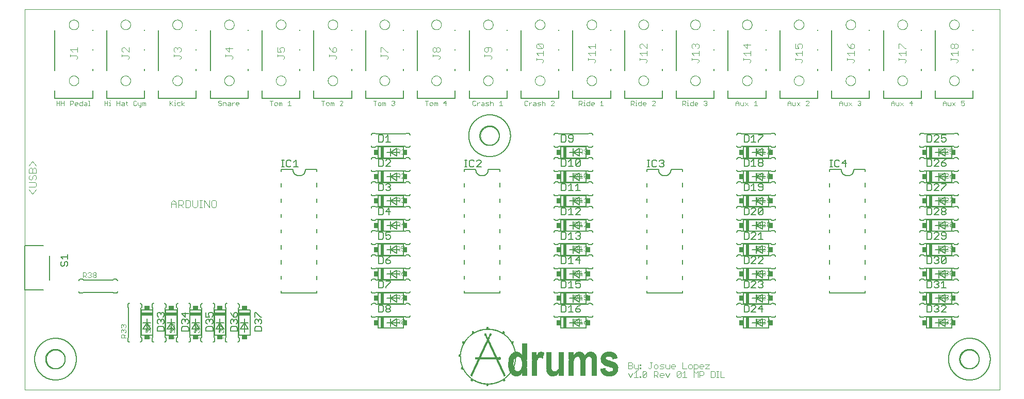
<source format=gto>
G75*
%MOIN*%
%OFA0B0*%
%FSLAX25Y25*%
%IPPOS*%
%LPD*%
%AMOC8*
5,1,8,0,0,1.08239X$1,22.5*
%
%ADD10C,0.00000*%
%ADD11C,0.00100*%
%ADD12R,0.00400X0.00050*%
%ADD13R,0.00700X0.00050*%
%ADD14R,0.00900X0.00050*%
%ADD15R,0.01000X0.00050*%
%ADD16R,0.01100X0.00050*%
%ADD17R,0.01200X0.00050*%
%ADD18R,0.01300X0.00050*%
%ADD19R,0.01400X0.00050*%
%ADD20R,0.01500X0.00050*%
%ADD21R,0.01600X0.00050*%
%ADD22R,0.01550X0.00050*%
%ADD23R,0.02000X0.00050*%
%ADD24R,0.03150X0.00050*%
%ADD25R,0.04150X0.00050*%
%ADD26R,0.05000X0.00050*%
%ADD27R,0.05700X0.00050*%
%ADD28R,0.06250X0.00050*%
%ADD29R,0.06800X0.00050*%
%ADD30R,0.07300X0.00050*%
%ADD31R,0.07800X0.00050*%
%ADD32R,0.08200X0.00050*%
%ADD33R,0.08650X0.00050*%
%ADD34R,0.03700X0.00050*%
%ADD35R,0.00600X0.00050*%
%ADD36R,0.03650X0.00050*%
%ADD37R,0.03100X0.00050*%
%ADD38R,0.00200X0.00050*%
%ADD39R,0.02800X0.00050*%
%ADD40R,0.02700X0.00050*%
%ADD41R,0.02650X0.00050*%
%ADD42R,0.02450X0.00050*%
%ADD43R,0.02300X0.00050*%
%ADD44R,0.02200X0.00050*%
%ADD45R,0.02150X0.00050*%
%ADD46R,0.02100X0.00050*%
%ADD47R,0.02050X0.00050*%
%ADD48R,0.01950X0.00050*%
%ADD49R,0.01850X0.00050*%
%ADD50R,0.01800X0.00050*%
%ADD51R,0.01750X0.00050*%
%ADD52R,0.01700X0.00050*%
%ADD53R,0.01650X0.00050*%
%ADD54R,0.01450X0.00050*%
%ADD55R,0.01350X0.00050*%
%ADD56R,0.00500X0.00050*%
%ADD57R,0.01250X0.00050*%
%ADD58R,0.00750X0.00050*%
%ADD59R,0.01150X0.00050*%
%ADD60R,0.02600X0.00050*%
%ADD61R,0.02550X0.00050*%
%ADD62R,0.02500X0.00050*%
%ADD63R,0.02400X0.00050*%
%ADD64R,0.02350X0.00050*%
%ADD65R,0.02250X0.00050*%
%ADD66R,0.01900X0.00050*%
%ADD67R,0.01050X0.00050*%
%ADD68R,0.00950X0.00050*%
%ADD69R,0.00850X0.00050*%
%ADD70R,0.00800X0.00050*%
%ADD71R,0.00300X0.00050*%
%ADD72R,0.00250X0.00050*%
%ADD73R,0.00450X0.00050*%
%ADD74R,0.02900X0.00050*%
%ADD75R,0.00650X0.00050*%
%ADD76R,0.03400X0.00050*%
%ADD77R,0.03800X0.00050*%
%ADD78R,0.02850X0.00050*%
%ADD79R,0.02950X0.00050*%
%ADD80R,0.04200X0.00050*%
%ADD81R,0.03050X0.00050*%
%ADD82R,0.03200X0.00050*%
%ADD83R,0.04500X0.00050*%
%ADD84R,0.03250X0.00050*%
%ADD85R,0.03300X0.00050*%
%ADD86R,0.04800X0.00050*%
%ADD87R,0.03450X0.00050*%
%ADD88R,0.05100X0.00050*%
%ADD89R,0.03850X0.00050*%
%ADD90R,0.05300X0.00050*%
%ADD91R,0.04000X0.00050*%
%ADD92R,0.05600X0.00050*%
%ADD93R,0.04050X0.00050*%
%ADD94R,0.05800X0.00050*%
%ADD95R,0.04350X0.00050*%
%ADD96R,0.06000X0.00050*%
%ADD97R,0.04550X0.00050*%
%ADD98R,0.06200X0.00050*%
%ADD99R,0.04450X0.00050*%
%ADD100R,0.04650X0.00050*%
%ADD101R,0.06400X0.00050*%
%ADD102R,0.04850X0.00050*%
%ADD103R,0.06600X0.00050*%
%ADD104R,0.04750X0.00050*%
%ADD105R,0.04950X0.00050*%
%ADD106R,0.06750X0.00050*%
%ADD107R,0.04900X0.00050*%
%ADD108R,0.06900X0.00050*%
%ADD109R,0.05050X0.00050*%
%ADD110R,0.05200X0.00050*%
%ADD111R,0.07050X0.00050*%
%ADD112R,0.05150X0.00050*%
%ADD113R,0.07200X0.00050*%
%ADD114R,0.05250X0.00050*%
%ADD115R,0.05450X0.00050*%
%ADD116R,0.07350X0.00050*%
%ADD117R,0.05350X0.00050*%
%ADD118R,0.07500X0.00050*%
%ADD119R,0.05500X0.00050*%
%ADD120R,0.07650X0.00050*%
%ADD121R,0.05650X0.00050*%
%ADD122R,0.05750X0.00050*%
%ADD123R,0.07750X0.00050*%
%ADD124R,0.05850X0.00050*%
%ADD125R,0.07900X0.00050*%
%ADD126R,0.08050X0.00050*%
%ADD127R,0.05950X0.00050*%
%ADD128R,0.06100X0.00050*%
%ADD129R,0.08150X0.00050*%
%ADD130R,0.06050X0.00050*%
%ADD131R,0.08250X0.00050*%
%ADD132R,0.06150X0.00050*%
%ADD133R,0.06300X0.00050*%
%ADD134R,0.08350X0.00050*%
%ADD135R,0.08450X0.00050*%
%ADD136R,0.06450X0.00050*%
%ADD137R,0.08550X0.00050*%
%ADD138R,0.06350X0.00050*%
%ADD139R,0.06500X0.00050*%
%ADD140R,0.08750X0.00050*%
%ADD141R,0.06550X0.00050*%
%ADD142R,0.06650X0.00050*%
%ADD143R,0.08850X0.00050*%
%ADD144R,0.08950X0.00050*%
%ADD145R,0.06850X0.00050*%
%ADD146R,0.09050X0.00050*%
%ADD147R,0.09150X0.00050*%
%ADD148R,0.07000X0.00050*%
%ADD149R,0.09200X0.00050*%
%ADD150R,0.06950X0.00050*%
%ADD151R,0.09300X0.00050*%
%ADD152R,0.07100X0.00050*%
%ADD153R,0.09350X0.00050*%
%ADD154R,0.07150X0.00050*%
%ADD155R,0.09450X0.00050*%
%ADD156R,0.09550X0.00050*%
%ADD157R,0.09600X0.00050*%
%ADD158R,0.09700X0.00050*%
%ADD159R,0.07850X0.00050*%
%ADD160R,0.07450X0.00050*%
%ADD161R,0.09750X0.00050*%
%ADD162R,0.09800X0.00050*%
%ADD163R,0.09900X0.00050*%
%ADD164R,0.07550X0.00050*%
%ADD165R,0.09950X0.00050*%
%ADD166R,0.07600X0.00050*%
%ADD167R,0.10000X0.00050*%
%ADD168R,0.07700X0.00050*%
%ADD169R,0.10100X0.00050*%
%ADD170R,0.10950X0.00050*%
%ADD171R,0.10850X0.00050*%
%ADD172R,0.10200X0.00050*%
%ADD173R,0.10250X0.00050*%
%ADD174R,0.10300X0.00050*%
%ADD175R,0.11000X0.00050*%
%ADD176R,0.10900X0.00050*%
%ADD177R,0.10400X0.00050*%
%ADD178R,0.11050X0.00050*%
%ADD179R,0.10500X0.00050*%
%ADD180R,0.11100X0.00050*%
%ADD181R,0.04700X0.00050*%
%ADD182R,0.11150X0.00050*%
%ADD183R,0.04600X0.00050*%
%ADD184R,0.11200X0.00050*%
%ADD185R,0.05550X0.00050*%
%ADD186R,0.04300X0.00050*%
%ADD187R,0.04250X0.00050*%
%ADD188R,0.03900X0.00050*%
%ADD189R,0.05400X0.00050*%
%ADD190R,0.04100X0.00050*%
%ADD191R,0.03750X0.00050*%
%ADD192R,0.03950X0.00050*%
%ADD193R,0.03600X0.00050*%
%ADD194R,0.03550X0.00050*%
%ADD195R,0.03500X0.00050*%
%ADD196R,0.04400X0.00050*%
%ADD197R,0.03350X0.00050*%
%ADD198R,0.00350X0.00050*%
%ADD199R,0.00100X0.00050*%
%ADD200R,0.00550X0.00050*%
%ADD201R,0.06700X0.00050*%
%ADD202R,0.07250X0.00050*%
%ADD203R,0.07400X0.00050*%
%ADD204R,0.07950X0.00050*%
%ADD205R,0.08100X0.00050*%
%ADD206R,0.08300X0.00050*%
%ADD207R,0.08400X0.00050*%
%ADD208R,0.08700X0.00050*%
%ADD209R,0.08800X0.00050*%
%ADD210R,0.08900X0.00050*%
%ADD211R,0.08600X0.00050*%
%ADD212R,0.08500X0.00050*%
%ADD213R,0.05900X0.00050*%
%ADD214R,0.14550X0.00050*%
%ADD215R,0.14600X0.00050*%
%ADD216R,0.16300X0.00050*%
%ADD217R,0.16400X0.00050*%
%ADD218R,0.16500X0.00050*%
%ADD219R,0.16550X0.00050*%
%ADD220R,0.16650X0.00050*%
%ADD221R,0.16750X0.00050*%
%ADD222R,0.00050X0.00050*%
%ADD223R,0.03000X0.00050*%
%ADD224R,0.02750X0.00050*%
%ADD225R,0.16450X0.00050*%
%ADD226R,0.14450X0.00050*%
%ADD227R,0.13800X0.00050*%
%ADD228R,0.11250X0.00050*%
%ADD229R,0.18000X0.00050*%
%ADD230R,0.17950X0.00050*%
%ADD231R,0.10050X0.00050*%
%ADD232R,0.17900X0.00050*%
%ADD233R,0.09850X0.00050*%
%ADD234R,0.17850X0.00050*%
%ADD235R,0.17800X0.00050*%
%ADD236R,0.09650X0.00050*%
%ADD237R,0.10800X0.00050*%
%ADD238R,0.10750X0.00050*%
%ADD239R,0.10700X0.00050*%
%ADD240R,0.09250X0.00050*%
%ADD241C,0.00400*%
%ADD242C,0.00600*%
%ADD243C,0.00500*%
%ADD244R,0.02000X0.07362*%
%ADD245R,0.02500X0.03346*%
%ADD246R,0.07362X0.02000*%
%ADD247R,0.03346X0.02500*%
%ADD248C,0.00800*%
%ADD249C,0.00300*%
D10*
X0008487Y0003000D02*
X0008487Y0249063D01*
X0638408Y0249063D01*
X0638408Y0003000D01*
X0008487Y0003000D01*
X0022266Y0022685D02*
X0022268Y0022838D01*
X0022274Y0022992D01*
X0022284Y0023145D01*
X0022298Y0023297D01*
X0022316Y0023450D01*
X0022338Y0023601D01*
X0022363Y0023752D01*
X0022393Y0023903D01*
X0022427Y0024053D01*
X0022464Y0024201D01*
X0022505Y0024349D01*
X0022550Y0024495D01*
X0022599Y0024641D01*
X0022652Y0024785D01*
X0022708Y0024927D01*
X0022768Y0025068D01*
X0022832Y0025208D01*
X0022899Y0025346D01*
X0022970Y0025482D01*
X0023045Y0025616D01*
X0023122Y0025748D01*
X0023204Y0025878D01*
X0023288Y0026006D01*
X0023376Y0026132D01*
X0023467Y0026255D01*
X0023561Y0026376D01*
X0023659Y0026494D01*
X0023759Y0026610D01*
X0023863Y0026723D01*
X0023969Y0026834D01*
X0024078Y0026942D01*
X0024190Y0027047D01*
X0024304Y0027148D01*
X0024422Y0027247D01*
X0024541Y0027343D01*
X0024663Y0027436D01*
X0024788Y0027525D01*
X0024915Y0027612D01*
X0025044Y0027694D01*
X0025175Y0027774D01*
X0025308Y0027850D01*
X0025443Y0027923D01*
X0025580Y0027992D01*
X0025719Y0028057D01*
X0025859Y0028119D01*
X0026001Y0028177D01*
X0026144Y0028232D01*
X0026289Y0028283D01*
X0026435Y0028330D01*
X0026582Y0028373D01*
X0026730Y0028412D01*
X0026879Y0028448D01*
X0027029Y0028479D01*
X0027180Y0028507D01*
X0027331Y0028531D01*
X0027484Y0028551D01*
X0027636Y0028567D01*
X0027789Y0028579D01*
X0027942Y0028587D01*
X0028095Y0028591D01*
X0028249Y0028591D01*
X0028402Y0028587D01*
X0028555Y0028579D01*
X0028708Y0028567D01*
X0028860Y0028551D01*
X0029013Y0028531D01*
X0029164Y0028507D01*
X0029315Y0028479D01*
X0029465Y0028448D01*
X0029614Y0028412D01*
X0029762Y0028373D01*
X0029909Y0028330D01*
X0030055Y0028283D01*
X0030200Y0028232D01*
X0030343Y0028177D01*
X0030485Y0028119D01*
X0030625Y0028057D01*
X0030764Y0027992D01*
X0030901Y0027923D01*
X0031036Y0027850D01*
X0031169Y0027774D01*
X0031300Y0027694D01*
X0031429Y0027612D01*
X0031556Y0027525D01*
X0031681Y0027436D01*
X0031803Y0027343D01*
X0031922Y0027247D01*
X0032040Y0027148D01*
X0032154Y0027047D01*
X0032266Y0026942D01*
X0032375Y0026834D01*
X0032481Y0026723D01*
X0032585Y0026610D01*
X0032685Y0026494D01*
X0032783Y0026376D01*
X0032877Y0026255D01*
X0032968Y0026132D01*
X0033056Y0026006D01*
X0033140Y0025878D01*
X0033222Y0025748D01*
X0033299Y0025616D01*
X0033374Y0025482D01*
X0033445Y0025346D01*
X0033512Y0025208D01*
X0033576Y0025068D01*
X0033636Y0024927D01*
X0033692Y0024785D01*
X0033745Y0024641D01*
X0033794Y0024495D01*
X0033839Y0024349D01*
X0033880Y0024201D01*
X0033917Y0024053D01*
X0033951Y0023903D01*
X0033981Y0023752D01*
X0034006Y0023601D01*
X0034028Y0023450D01*
X0034046Y0023297D01*
X0034060Y0023145D01*
X0034070Y0022992D01*
X0034076Y0022838D01*
X0034078Y0022685D01*
X0034076Y0022532D01*
X0034070Y0022378D01*
X0034060Y0022225D01*
X0034046Y0022073D01*
X0034028Y0021920D01*
X0034006Y0021769D01*
X0033981Y0021618D01*
X0033951Y0021467D01*
X0033917Y0021317D01*
X0033880Y0021169D01*
X0033839Y0021021D01*
X0033794Y0020875D01*
X0033745Y0020729D01*
X0033692Y0020585D01*
X0033636Y0020443D01*
X0033576Y0020302D01*
X0033512Y0020162D01*
X0033445Y0020024D01*
X0033374Y0019888D01*
X0033299Y0019754D01*
X0033222Y0019622D01*
X0033140Y0019492D01*
X0033056Y0019364D01*
X0032968Y0019238D01*
X0032877Y0019115D01*
X0032783Y0018994D01*
X0032685Y0018876D01*
X0032585Y0018760D01*
X0032481Y0018647D01*
X0032375Y0018536D01*
X0032266Y0018428D01*
X0032154Y0018323D01*
X0032040Y0018222D01*
X0031922Y0018123D01*
X0031803Y0018027D01*
X0031681Y0017934D01*
X0031556Y0017845D01*
X0031429Y0017758D01*
X0031300Y0017676D01*
X0031169Y0017596D01*
X0031036Y0017520D01*
X0030901Y0017447D01*
X0030764Y0017378D01*
X0030625Y0017313D01*
X0030485Y0017251D01*
X0030343Y0017193D01*
X0030200Y0017138D01*
X0030055Y0017087D01*
X0029909Y0017040D01*
X0029762Y0016997D01*
X0029614Y0016958D01*
X0029465Y0016922D01*
X0029315Y0016891D01*
X0029164Y0016863D01*
X0029013Y0016839D01*
X0028860Y0016819D01*
X0028708Y0016803D01*
X0028555Y0016791D01*
X0028402Y0016783D01*
X0028249Y0016779D01*
X0028095Y0016779D01*
X0027942Y0016783D01*
X0027789Y0016791D01*
X0027636Y0016803D01*
X0027484Y0016819D01*
X0027331Y0016839D01*
X0027180Y0016863D01*
X0027029Y0016891D01*
X0026879Y0016922D01*
X0026730Y0016958D01*
X0026582Y0016997D01*
X0026435Y0017040D01*
X0026289Y0017087D01*
X0026144Y0017138D01*
X0026001Y0017193D01*
X0025859Y0017251D01*
X0025719Y0017313D01*
X0025580Y0017378D01*
X0025443Y0017447D01*
X0025308Y0017520D01*
X0025175Y0017596D01*
X0025044Y0017676D01*
X0024915Y0017758D01*
X0024788Y0017845D01*
X0024663Y0017934D01*
X0024541Y0018027D01*
X0024422Y0018123D01*
X0024304Y0018222D01*
X0024190Y0018323D01*
X0024078Y0018428D01*
X0023969Y0018536D01*
X0023863Y0018647D01*
X0023759Y0018760D01*
X0023659Y0018876D01*
X0023561Y0018994D01*
X0023467Y0019115D01*
X0023376Y0019238D01*
X0023288Y0019364D01*
X0023204Y0019492D01*
X0023122Y0019622D01*
X0023045Y0019754D01*
X0022970Y0019888D01*
X0022899Y0020024D01*
X0022832Y0020162D01*
X0022768Y0020302D01*
X0022708Y0020443D01*
X0022652Y0020585D01*
X0022599Y0020729D01*
X0022550Y0020875D01*
X0022505Y0021021D01*
X0022464Y0021169D01*
X0022427Y0021317D01*
X0022393Y0021467D01*
X0022363Y0021618D01*
X0022338Y0021769D01*
X0022316Y0021920D01*
X0022298Y0022073D01*
X0022284Y0022225D01*
X0022274Y0022378D01*
X0022268Y0022532D01*
X0022266Y0022685D01*
X0302777Y0167331D02*
X0302779Y0167484D01*
X0302785Y0167638D01*
X0302795Y0167791D01*
X0302809Y0167943D01*
X0302827Y0168096D01*
X0302849Y0168247D01*
X0302874Y0168398D01*
X0302904Y0168549D01*
X0302938Y0168699D01*
X0302975Y0168847D01*
X0303016Y0168995D01*
X0303061Y0169141D01*
X0303110Y0169287D01*
X0303163Y0169431D01*
X0303219Y0169573D01*
X0303279Y0169714D01*
X0303343Y0169854D01*
X0303410Y0169992D01*
X0303481Y0170128D01*
X0303556Y0170262D01*
X0303633Y0170394D01*
X0303715Y0170524D01*
X0303799Y0170652D01*
X0303887Y0170778D01*
X0303978Y0170901D01*
X0304072Y0171022D01*
X0304170Y0171140D01*
X0304270Y0171256D01*
X0304374Y0171369D01*
X0304480Y0171480D01*
X0304589Y0171588D01*
X0304701Y0171693D01*
X0304815Y0171794D01*
X0304933Y0171893D01*
X0305052Y0171989D01*
X0305174Y0172082D01*
X0305299Y0172171D01*
X0305426Y0172258D01*
X0305555Y0172340D01*
X0305686Y0172420D01*
X0305819Y0172496D01*
X0305954Y0172569D01*
X0306091Y0172638D01*
X0306230Y0172703D01*
X0306370Y0172765D01*
X0306512Y0172823D01*
X0306655Y0172878D01*
X0306800Y0172929D01*
X0306946Y0172976D01*
X0307093Y0173019D01*
X0307241Y0173058D01*
X0307390Y0173094D01*
X0307540Y0173125D01*
X0307691Y0173153D01*
X0307842Y0173177D01*
X0307995Y0173197D01*
X0308147Y0173213D01*
X0308300Y0173225D01*
X0308453Y0173233D01*
X0308606Y0173237D01*
X0308760Y0173237D01*
X0308913Y0173233D01*
X0309066Y0173225D01*
X0309219Y0173213D01*
X0309371Y0173197D01*
X0309524Y0173177D01*
X0309675Y0173153D01*
X0309826Y0173125D01*
X0309976Y0173094D01*
X0310125Y0173058D01*
X0310273Y0173019D01*
X0310420Y0172976D01*
X0310566Y0172929D01*
X0310711Y0172878D01*
X0310854Y0172823D01*
X0310996Y0172765D01*
X0311136Y0172703D01*
X0311275Y0172638D01*
X0311412Y0172569D01*
X0311547Y0172496D01*
X0311680Y0172420D01*
X0311811Y0172340D01*
X0311940Y0172258D01*
X0312067Y0172171D01*
X0312192Y0172082D01*
X0312314Y0171989D01*
X0312433Y0171893D01*
X0312551Y0171794D01*
X0312665Y0171693D01*
X0312777Y0171588D01*
X0312886Y0171480D01*
X0312992Y0171369D01*
X0313096Y0171256D01*
X0313196Y0171140D01*
X0313294Y0171022D01*
X0313388Y0170901D01*
X0313479Y0170778D01*
X0313567Y0170652D01*
X0313651Y0170524D01*
X0313733Y0170394D01*
X0313810Y0170262D01*
X0313885Y0170128D01*
X0313956Y0169992D01*
X0314023Y0169854D01*
X0314087Y0169714D01*
X0314147Y0169573D01*
X0314203Y0169431D01*
X0314256Y0169287D01*
X0314305Y0169141D01*
X0314350Y0168995D01*
X0314391Y0168847D01*
X0314428Y0168699D01*
X0314462Y0168549D01*
X0314492Y0168398D01*
X0314517Y0168247D01*
X0314539Y0168096D01*
X0314557Y0167943D01*
X0314571Y0167791D01*
X0314581Y0167638D01*
X0314587Y0167484D01*
X0314589Y0167331D01*
X0314587Y0167178D01*
X0314581Y0167024D01*
X0314571Y0166871D01*
X0314557Y0166719D01*
X0314539Y0166566D01*
X0314517Y0166415D01*
X0314492Y0166264D01*
X0314462Y0166113D01*
X0314428Y0165963D01*
X0314391Y0165815D01*
X0314350Y0165667D01*
X0314305Y0165521D01*
X0314256Y0165375D01*
X0314203Y0165231D01*
X0314147Y0165089D01*
X0314087Y0164948D01*
X0314023Y0164808D01*
X0313956Y0164670D01*
X0313885Y0164534D01*
X0313810Y0164400D01*
X0313733Y0164268D01*
X0313651Y0164138D01*
X0313567Y0164010D01*
X0313479Y0163884D01*
X0313388Y0163761D01*
X0313294Y0163640D01*
X0313196Y0163522D01*
X0313096Y0163406D01*
X0312992Y0163293D01*
X0312886Y0163182D01*
X0312777Y0163074D01*
X0312665Y0162969D01*
X0312551Y0162868D01*
X0312433Y0162769D01*
X0312314Y0162673D01*
X0312192Y0162580D01*
X0312067Y0162491D01*
X0311940Y0162404D01*
X0311811Y0162322D01*
X0311680Y0162242D01*
X0311547Y0162166D01*
X0311412Y0162093D01*
X0311275Y0162024D01*
X0311136Y0161959D01*
X0310996Y0161897D01*
X0310854Y0161839D01*
X0310711Y0161784D01*
X0310566Y0161733D01*
X0310420Y0161686D01*
X0310273Y0161643D01*
X0310125Y0161604D01*
X0309976Y0161568D01*
X0309826Y0161537D01*
X0309675Y0161509D01*
X0309524Y0161485D01*
X0309371Y0161465D01*
X0309219Y0161449D01*
X0309066Y0161437D01*
X0308913Y0161429D01*
X0308760Y0161425D01*
X0308606Y0161425D01*
X0308453Y0161429D01*
X0308300Y0161437D01*
X0308147Y0161449D01*
X0307995Y0161465D01*
X0307842Y0161485D01*
X0307691Y0161509D01*
X0307540Y0161537D01*
X0307390Y0161568D01*
X0307241Y0161604D01*
X0307093Y0161643D01*
X0306946Y0161686D01*
X0306800Y0161733D01*
X0306655Y0161784D01*
X0306512Y0161839D01*
X0306370Y0161897D01*
X0306230Y0161959D01*
X0306091Y0162024D01*
X0305954Y0162093D01*
X0305819Y0162166D01*
X0305686Y0162242D01*
X0305555Y0162322D01*
X0305426Y0162404D01*
X0305299Y0162491D01*
X0305174Y0162580D01*
X0305052Y0162673D01*
X0304933Y0162769D01*
X0304815Y0162868D01*
X0304701Y0162969D01*
X0304589Y0163074D01*
X0304480Y0163182D01*
X0304374Y0163293D01*
X0304270Y0163406D01*
X0304170Y0163522D01*
X0304072Y0163640D01*
X0303978Y0163761D01*
X0303887Y0163884D01*
X0303799Y0164010D01*
X0303715Y0164138D01*
X0303633Y0164268D01*
X0303556Y0164400D01*
X0303481Y0164534D01*
X0303410Y0164670D01*
X0303343Y0164808D01*
X0303279Y0164948D01*
X0303219Y0165089D01*
X0303163Y0165231D01*
X0303110Y0165375D01*
X0303061Y0165521D01*
X0303016Y0165667D01*
X0302975Y0165815D01*
X0302938Y0165963D01*
X0302904Y0166113D01*
X0302874Y0166264D01*
X0302849Y0166415D01*
X0302827Y0166566D01*
X0302809Y0166719D01*
X0302795Y0166871D01*
X0302785Y0167024D01*
X0302779Y0167178D01*
X0302777Y0167331D01*
X0304549Y0203000D02*
X0304551Y0203112D01*
X0304557Y0203223D01*
X0304567Y0203335D01*
X0304581Y0203446D01*
X0304598Y0203556D01*
X0304620Y0203666D01*
X0304646Y0203775D01*
X0304675Y0203883D01*
X0304708Y0203989D01*
X0304745Y0204095D01*
X0304786Y0204199D01*
X0304831Y0204302D01*
X0304879Y0204403D01*
X0304930Y0204502D01*
X0304985Y0204599D01*
X0305044Y0204694D01*
X0305105Y0204788D01*
X0305170Y0204879D01*
X0305239Y0204967D01*
X0305310Y0205053D01*
X0305384Y0205137D01*
X0305462Y0205217D01*
X0305542Y0205295D01*
X0305625Y0205371D01*
X0305710Y0205443D01*
X0305798Y0205512D01*
X0305888Y0205578D01*
X0305981Y0205640D01*
X0306076Y0205700D01*
X0306173Y0205756D01*
X0306271Y0205808D01*
X0306372Y0205857D01*
X0306474Y0205902D01*
X0306578Y0205944D01*
X0306683Y0205982D01*
X0306790Y0206016D01*
X0306897Y0206046D01*
X0307006Y0206073D01*
X0307115Y0206095D01*
X0307226Y0206114D01*
X0307336Y0206129D01*
X0307448Y0206140D01*
X0307559Y0206147D01*
X0307671Y0206150D01*
X0307783Y0206149D01*
X0307895Y0206144D01*
X0308006Y0206135D01*
X0308117Y0206122D01*
X0308228Y0206105D01*
X0308338Y0206085D01*
X0308447Y0206060D01*
X0308555Y0206032D01*
X0308662Y0205999D01*
X0308768Y0205963D01*
X0308872Y0205923D01*
X0308975Y0205880D01*
X0309077Y0205833D01*
X0309176Y0205782D01*
X0309274Y0205728D01*
X0309370Y0205670D01*
X0309464Y0205609D01*
X0309555Y0205545D01*
X0309644Y0205478D01*
X0309731Y0205407D01*
X0309815Y0205333D01*
X0309897Y0205257D01*
X0309975Y0205177D01*
X0310051Y0205095D01*
X0310124Y0205010D01*
X0310194Y0204923D01*
X0310260Y0204833D01*
X0310324Y0204741D01*
X0310384Y0204647D01*
X0310441Y0204551D01*
X0310494Y0204452D01*
X0310544Y0204352D01*
X0310590Y0204251D01*
X0310633Y0204147D01*
X0310672Y0204042D01*
X0310707Y0203936D01*
X0310738Y0203829D01*
X0310766Y0203720D01*
X0310789Y0203611D01*
X0310809Y0203501D01*
X0310825Y0203390D01*
X0310837Y0203279D01*
X0310845Y0203168D01*
X0310849Y0203056D01*
X0310849Y0202944D01*
X0310845Y0202832D01*
X0310837Y0202721D01*
X0310825Y0202610D01*
X0310809Y0202499D01*
X0310789Y0202389D01*
X0310766Y0202280D01*
X0310738Y0202171D01*
X0310707Y0202064D01*
X0310672Y0201958D01*
X0310633Y0201853D01*
X0310590Y0201749D01*
X0310544Y0201648D01*
X0310494Y0201548D01*
X0310441Y0201449D01*
X0310384Y0201353D01*
X0310324Y0201259D01*
X0310260Y0201167D01*
X0310194Y0201077D01*
X0310124Y0200990D01*
X0310051Y0200905D01*
X0309975Y0200823D01*
X0309897Y0200743D01*
X0309815Y0200667D01*
X0309731Y0200593D01*
X0309644Y0200522D01*
X0309555Y0200455D01*
X0309464Y0200391D01*
X0309370Y0200330D01*
X0309274Y0200272D01*
X0309176Y0200218D01*
X0309077Y0200167D01*
X0308975Y0200120D01*
X0308872Y0200077D01*
X0308768Y0200037D01*
X0308662Y0200001D01*
X0308555Y0199968D01*
X0308447Y0199940D01*
X0308338Y0199915D01*
X0308228Y0199895D01*
X0308117Y0199878D01*
X0308006Y0199865D01*
X0307895Y0199856D01*
X0307783Y0199851D01*
X0307671Y0199850D01*
X0307559Y0199853D01*
X0307448Y0199860D01*
X0307336Y0199871D01*
X0307226Y0199886D01*
X0307115Y0199905D01*
X0307006Y0199927D01*
X0306897Y0199954D01*
X0306790Y0199984D01*
X0306683Y0200018D01*
X0306578Y0200056D01*
X0306474Y0200098D01*
X0306372Y0200143D01*
X0306271Y0200192D01*
X0306173Y0200244D01*
X0306076Y0200300D01*
X0305981Y0200360D01*
X0305888Y0200422D01*
X0305798Y0200488D01*
X0305710Y0200557D01*
X0305625Y0200629D01*
X0305542Y0200705D01*
X0305462Y0200783D01*
X0305384Y0200863D01*
X0305310Y0200947D01*
X0305239Y0201033D01*
X0305170Y0201121D01*
X0305105Y0201212D01*
X0305044Y0201306D01*
X0304985Y0201401D01*
X0304930Y0201498D01*
X0304879Y0201597D01*
X0304831Y0201698D01*
X0304786Y0201801D01*
X0304745Y0201905D01*
X0304708Y0202011D01*
X0304675Y0202117D01*
X0304646Y0202225D01*
X0304620Y0202334D01*
X0304598Y0202444D01*
X0304581Y0202554D01*
X0304567Y0202665D01*
X0304557Y0202777D01*
X0304551Y0202888D01*
X0304549Y0203000D01*
X0271085Y0203000D02*
X0271087Y0203112D01*
X0271093Y0203223D01*
X0271103Y0203335D01*
X0271117Y0203446D01*
X0271134Y0203556D01*
X0271156Y0203666D01*
X0271182Y0203775D01*
X0271211Y0203883D01*
X0271244Y0203989D01*
X0271281Y0204095D01*
X0271322Y0204199D01*
X0271367Y0204302D01*
X0271415Y0204403D01*
X0271466Y0204502D01*
X0271521Y0204599D01*
X0271580Y0204694D01*
X0271641Y0204788D01*
X0271706Y0204879D01*
X0271775Y0204967D01*
X0271846Y0205053D01*
X0271920Y0205137D01*
X0271998Y0205217D01*
X0272078Y0205295D01*
X0272161Y0205371D01*
X0272246Y0205443D01*
X0272334Y0205512D01*
X0272424Y0205578D01*
X0272517Y0205640D01*
X0272612Y0205700D01*
X0272709Y0205756D01*
X0272807Y0205808D01*
X0272908Y0205857D01*
X0273010Y0205902D01*
X0273114Y0205944D01*
X0273219Y0205982D01*
X0273326Y0206016D01*
X0273433Y0206046D01*
X0273542Y0206073D01*
X0273651Y0206095D01*
X0273762Y0206114D01*
X0273872Y0206129D01*
X0273984Y0206140D01*
X0274095Y0206147D01*
X0274207Y0206150D01*
X0274319Y0206149D01*
X0274431Y0206144D01*
X0274542Y0206135D01*
X0274653Y0206122D01*
X0274764Y0206105D01*
X0274874Y0206085D01*
X0274983Y0206060D01*
X0275091Y0206032D01*
X0275198Y0205999D01*
X0275304Y0205963D01*
X0275408Y0205923D01*
X0275511Y0205880D01*
X0275613Y0205833D01*
X0275712Y0205782D01*
X0275810Y0205728D01*
X0275906Y0205670D01*
X0276000Y0205609D01*
X0276091Y0205545D01*
X0276180Y0205478D01*
X0276267Y0205407D01*
X0276351Y0205333D01*
X0276433Y0205257D01*
X0276511Y0205177D01*
X0276587Y0205095D01*
X0276660Y0205010D01*
X0276730Y0204923D01*
X0276796Y0204833D01*
X0276860Y0204741D01*
X0276920Y0204647D01*
X0276977Y0204551D01*
X0277030Y0204452D01*
X0277080Y0204352D01*
X0277126Y0204251D01*
X0277169Y0204147D01*
X0277208Y0204042D01*
X0277243Y0203936D01*
X0277274Y0203829D01*
X0277302Y0203720D01*
X0277325Y0203611D01*
X0277345Y0203501D01*
X0277361Y0203390D01*
X0277373Y0203279D01*
X0277381Y0203168D01*
X0277385Y0203056D01*
X0277385Y0202944D01*
X0277381Y0202832D01*
X0277373Y0202721D01*
X0277361Y0202610D01*
X0277345Y0202499D01*
X0277325Y0202389D01*
X0277302Y0202280D01*
X0277274Y0202171D01*
X0277243Y0202064D01*
X0277208Y0201958D01*
X0277169Y0201853D01*
X0277126Y0201749D01*
X0277080Y0201648D01*
X0277030Y0201548D01*
X0276977Y0201449D01*
X0276920Y0201353D01*
X0276860Y0201259D01*
X0276796Y0201167D01*
X0276730Y0201077D01*
X0276660Y0200990D01*
X0276587Y0200905D01*
X0276511Y0200823D01*
X0276433Y0200743D01*
X0276351Y0200667D01*
X0276267Y0200593D01*
X0276180Y0200522D01*
X0276091Y0200455D01*
X0276000Y0200391D01*
X0275906Y0200330D01*
X0275810Y0200272D01*
X0275712Y0200218D01*
X0275613Y0200167D01*
X0275511Y0200120D01*
X0275408Y0200077D01*
X0275304Y0200037D01*
X0275198Y0200001D01*
X0275091Y0199968D01*
X0274983Y0199940D01*
X0274874Y0199915D01*
X0274764Y0199895D01*
X0274653Y0199878D01*
X0274542Y0199865D01*
X0274431Y0199856D01*
X0274319Y0199851D01*
X0274207Y0199850D01*
X0274095Y0199853D01*
X0273984Y0199860D01*
X0273872Y0199871D01*
X0273762Y0199886D01*
X0273651Y0199905D01*
X0273542Y0199927D01*
X0273433Y0199954D01*
X0273326Y0199984D01*
X0273219Y0200018D01*
X0273114Y0200056D01*
X0273010Y0200098D01*
X0272908Y0200143D01*
X0272807Y0200192D01*
X0272709Y0200244D01*
X0272612Y0200300D01*
X0272517Y0200360D01*
X0272424Y0200422D01*
X0272334Y0200488D01*
X0272246Y0200557D01*
X0272161Y0200629D01*
X0272078Y0200705D01*
X0271998Y0200783D01*
X0271920Y0200863D01*
X0271846Y0200947D01*
X0271775Y0201033D01*
X0271706Y0201121D01*
X0271641Y0201212D01*
X0271580Y0201306D01*
X0271521Y0201401D01*
X0271466Y0201498D01*
X0271415Y0201597D01*
X0271367Y0201698D01*
X0271322Y0201801D01*
X0271281Y0201905D01*
X0271244Y0202011D01*
X0271211Y0202117D01*
X0271182Y0202225D01*
X0271156Y0202334D01*
X0271134Y0202444D01*
X0271117Y0202554D01*
X0271103Y0202665D01*
X0271093Y0202777D01*
X0271087Y0202888D01*
X0271085Y0203000D01*
X0237620Y0203000D02*
X0237622Y0203112D01*
X0237628Y0203223D01*
X0237638Y0203335D01*
X0237652Y0203446D01*
X0237669Y0203556D01*
X0237691Y0203666D01*
X0237717Y0203775D01*
X0237746Y0203883D01*
X0237779Y0203989D01*
X0237816Y0204095D01*
X0237857Y0204199D01*
X0237902Y0204302D01*
X0237950Y0204403D01*
X0238001Y0204502D01*
X0238056Y0204599D01*
X0238115Y0204694D01*
X0238176Y0204788D01*
X0238241Y0204879D01*
X0238310Y0204967D01*
X0238381Y0205053D01*
X0238455Y0205137D01*
X0238533Y0205217D01*
X0238613Y0205295D01*
X0238696Y0205371D01*
X0238781Y0205443D01*
X0238869Y0205512D01*
X0238959Y0205578D01*
X0239052Y0205640D01*
X0239147Y0205700D01*
X0239244Y0205756D01*
X0239342Y0205808D01*
X0239443Y0205857D01*
X0239545Y0205902D01*
X0239649Y0205944D01*
X0239754Y0205982D01*
X0239861Y0206016D01*
X0239968Y0206046D01*
X0240077Y0206073D01*
X0240186Y0206095D01*
X0240297Y0206114D01*
X0240407Y0206129D01*
X0240519Y0206140D01*
X0240630Y0206147D01*
X0240742Y0206150D01*
X0240854Y0206149D01*
X0240966Y0206144D01*
X0241077Y0206135D01*
X0241188Y0206122D01*
X0241299Y0206105D01*
X0241409Y0206085D01*
X0241518Y0206060D01*
X0241626Y0206032D01*
X0241733Y0205999D01*
X0241839Y0205963D01*
X0241943Y0205923D01*
X0242046Y0205880D01*
X0242148Y0205833D01*
X0242247Y0205782D01*
X0242345Y0205728D01*
X0242441Y0205670D01*
X0242535Y0205609D01*
X0242626Y0205545D01*
X0242715Y0205478D01*
X0242802Y0205407D01*
X0242886Y0205333D01*
X0242968Y0205257D01*
X0243046Y0205177D01*
X0243122Y0205095D01*
X0243195Y0205010D01*
X0243265Y0204923D01*
X0243331Y0204833D01*
X0243395Y0204741D01*
X0243455Y0204647D01*
X0243512Y0204551D01*
X0243565Y0204452D01*
X0243615Y0204352D01*
X0243661Y0204251D01*
X0243704Y0204147D01*
X0243743Y0204042D01*
X0243778Y0203936D01*
X0243809Y0203829D01*
X0243837Y0203720D01*
X0243860Y0203611D01*
X0243880Y0203501D01*
X0243896Y0203390D01*
X0243908Y0203279D01*
X0243916Y0203168D01*
X0243920Y0203056D01*
X0243920Y0202944D01*
X0243916Y0202832D01*
X0243908Y0202721D01*
X0243896Y0202610D01*
X0243880Y0202499D01*
X0243860Y0202389D01*
X0243837Y0202280D01*
X0243809Y0202171D01*
X0243778Y0202064D01*
X0243743Y0201958D01*
X0243704Y0201853D01*
X0243661Y0201749D01*
X0243615Y0201648D01*
X0243565Y0201548D01*
X0243512Y0201449D01*
X0243455Y0201353D01*
X0243395Y0201259D01*
X0243331Y0201167D01*
X0243265Y0201077D01*
X0243195Y0200990D01*
X0243122Y0200905D01*
X0243046Y0200823D01*
X0242968Y0200743D01*
X0242886Y0200667D01*
X0242802Y0200593D01*
X0242715Y0200522D01*
X0242626Y0200455D01*
X0242535Y0200391D01*
X0242441Y0200330D01*
X0242345Y0200272D01*
X0242247Y0200218D01*
X0242148Y0200167D01*
X0242046Y0200120D01*
X0241943Y0200077D01*
X0241839Y0200037D01*
X0241733Y0200001D01*
X0241626Y0199968D01*
X0241518Y0199940D01*
X0241409Y0199915D01*
X0241299Y0199895D01*
X0241188Y0199878D01*
X0241077Y0199865D01*
X0240966Y0199856D01*
X0240854Y0199851D01*
X0240742Y0199850D01*
X0240630Y0199853D01*
X0240519Y0199860D01*
X0240407Y0199871D01*
X0240297Y0199886D01*
X0240186Y0199905D01*
X0240077Y0199927D01*
X0239968Y0199954D01*
X0239861Y0199984D01*
X0239754Y0200018D01*
X0239649Y0200056D01*
X0239545Y0200098D01*
X0239443Y0200143D01*
X0239342Y0200192D01*
X0239244Y0200244D01*
X0239147Y0200300D01*
X0239052Y0200360D01*
X0238959Y0200422D01*
X0238869Y0200488D01*
X0238781Y0200557D01*
X0238696Y0200629D01*
X0238613Y0200705D01*
X0238533Y0200783D01*
X0238455Y0200863D01*
X0238381Y0200947D01*
X0238310Y0201033D01*
X0238241Y0201121D01*
X0238176Y0201212D01*
X0238115Y0201306D01*
X0238056Y0201401D01*
X0238001Y0201498D01*
X0237950Y0201597D01*
X0237902Y0201698D01*
X0237857Y0201801D01*
X0237816Y0201905D01*
X0237779Y0202011D01*
X0237746Y0202117D01*
X0237717Y0202225D01*
X0237691Y0202334D01*
X0237669Y0202444D01*
X0237652Y0202554D01*
X0237638Y0202665D01*
X0237628Y0202777D01*
X0237622Y0202888D01*
X0237620Y0203000D01*
X0204156Y0203000D02*
X0204158Y0203112D01*
X0204164Y0203223D01*
X0204174Y0203335D01*
X0204188Y0203446D01*
X0204205Y0203556D01*
X0204227Y0203666D01*
X0204253Y0203775D01*
X0204282Y0203883D01*
X0204315Y0203989D01*
X0204352Y0204095D01*
X0204393Y0204199D01*
X0204438Y0204302D01*
X0204486Y0204403D01*
X0204537Y0204502D01*
X0204592Y0204599D01*
X0204651Y0204694D01*
X0204712Y0204788D01*
X0204777Y0204879D01*
X0204846Y0204967D01*
X0204917Y0205053D01*
X0204991Y0205137D01*
X0205069Y0205217D01*
X0205149Y0205295D01*
X0205232Y0205371D01*
X0205317Y0205443D01*
X0205405Y0205512D01*
X0205495Y0205578D01*
X0205588Y0205640D01*
X0205683Y0205700D01*
X0205780Y0205756D01*
X0205878Y0205808D01*
X0205979Y0205857D01*
X0206081Y0205902D01*
X0206185Y0205944D01*
X0206290Y0205982D01*
X0206397Y0206016D01*
X0206504Y0206046D01*
X0206613Y0206073D01*
X0206722Y0206095D01*
X0206833Y0206114D01*
X0206943Y0206129D01*
X0207055Y0206140D01*
X0207166Y0206147D01*
X0207278Y0206150D01*
X0207390Y0206149D01*
X0207502Y0206144D01*
X0207613Y0206135D01*
X0207724Y0206122D01*
X0207835Y0206105D01*
X0207945Y0206085D01*
X0208054Y0206060D01*
X0208162Y0206032D01*
X0208269Y0205999D01*
X0208375Y0205963D01*
X0208479Y0205923D01*
X0208582Y0205880D01*
X0208684Y0205833D01*
X0208783Y0205782D01*
X0208881Y0205728D01*
X0208977Y0205670D01*
X0209071Y0205609D01*
X0209162Y0205545D01*
X0209251Y0205478D01*
X0209338Y0205407D01*
X0209422Y0205333D01*
X0209504Y0205257D01*
X0209582Y0205177D01*
X0209658Y0205095D01*
X0209731Y0205010D01*
X0209801Y0204923D01*
X0209867Y0204833D01*
X0209931Y0204741D01*
X0209991Y0204647D01*
X0210048Y0204551D01*
X0210101Y0204452D01*
X0210151Y0204352D01*
X0210197Y0204251D01*
X0210240Y0204147D01*
X0210279Y0204042D01*
X0210314Y0203936D01*
X0210345Y0203829D01*
X0210373Y0203720D01*
X0210396Y0203611D01*
X0210416Y0203501D01*
X0210432Y0203390D01*
X0210444Y0203279D01*
X0210452Y0203168D01*
X0210456Y0203056D01*
X0210456Y0202944D01*
X0210452Y0202832D01*
X0210444Y0202721D01*
X0210432Y0202610D01*
X0210416Y0202499D01*
X0210396Y0202389D01*
X0210373Y0202280D01*
X0210345Y0202171D01*
X0210314Y0202064D01*
X0210279Y0201958D01*
X0210240Y0201853D01*
X0210197Y0201749D01*
X0210151Y0201648D01*
X0210101Y0201548D01*
X0210048Y0201449D01*
X0209991Y0201353D01*
X0209931Y0201259D01*
X0209867Y0201167D01*
X0209801Y0201077D01*
X0209731Y0200990D01*
X0209658Y0200905D01*
X0209582Y0200823D01*
X0209504Y0200743D01*
X0209422Y0200667D01*
X0209338Y0200593D01*
X0209251Y0200522D01*
X0209162Y0200455D01*
X0209071Y0200391D01*
X0208977Y0200330D01*
X0208881Y0200272D01*
X0208783Y0200218D01*
X0208684Y0200167D01*
X0208582Y0200120D01*
X0208479Y0200077D01*
X0208375Y0200037D01*
X0208269Y0200001D01*
X0208162Y0199968D01*
X0208054Y0199940D01*
X0207945Y0199915D01*
X0207835Y0199895D01*
X0207724Y0199878D01*
X0207613Y0199865D01*
X0207502Y0199856D01*
X0207390Y0199851D01*
X0207278Y0199850D01*
X0207166Y0199853D01*
X0207055Y0199860D01*
X0206943Y0199871D01*
X0206833Y0199886D01*
X0206722Y0199905D01*
X0206613Y0199927D01*
X0206504Y0199954D01*
X0206397Y0199984D01*
X0206290Y0200018D01*
X0206185Y0200056D01*
X0206081Y0200098D01*
X0205979Y0200143D01*
X0205878Y0200192D01*
X0205780Y0200244D01*
X0205683Y0200300D01*
X0205588Y0200360D01*
X0205495Y0200422D01*
X0205405Y0200488D01*
X0205317Y0200557D01*
X0205232Y0200629D01*
X0205149Y0200705D01*
X0205069Y0200783D01*
X0204991Y0200863D01*
X0204917Y0200947D01*
X0204846Y0201033D01*
X0204777Y0201121D01*
X0204712Y0201212D01*
X0204651Y0201306D01*
X0204592Y0201401D01*
X0204537Y0201498D01*
X0204486Y0201597D01*
X0204438Y0201698D01*
X0204393Y0201801D01*
X0204352Y0201905D01*
X0204315Y0202011D01*
X0204282Y0202117D01*
X0204253Y0202225D01*
X0204227Y0202334D01*
X0204205Y0202444D01*
X0204188Y0202554D01*
X0204174Y0202665D01*
X0204164Y0202777D01*
X0204158Y0202888D01*
X0204156Y0203000D01*
X0170691Y0203000D02*
X0170693Y0203112D01*
X0170699Y0203223D01*
X0170709Y0203335D01*
X0170723Y0203446D01*
X0170740Y0203556D01*
X0170762Y0203666D01*
X0170788Y0203775D01*
X0170817Y0203883D01*
X0170850Y0203989D01*
X0170887Y0204095D01*
X0170928Y0204199D01*
X0170973Y0204302D01*
X0171021Y0204403D01*
X0171072Y0204502D01*
X0171127Y0204599D01*
X0171186Y0204694D01*
X0171247Y0204788D01*
X0171312Y0204879D01*
X0171381Y0204967D01*
X0171452Y0205053D01*
X0171526Y0205137D01*
X0171604Y0205217D01*
X0171684Y0205295D01*
X0171767Y0205371D01*
X0171852Y0205443D01*
X0171940Y0205512D01*
X0172030Y0205578D01*
X0172123Y0205640D01*
X0172218Y0205700D01*
X0172315Y0205756D01*
X0172413Y0205808D01*
X0172514Y0205857D01*
X0172616Y0205902D01*
X0172720Y0205944D01*
X0172825Y0205982D01*
X0172932Y0206016D01*
X0173039Y0206046D01*
X0173148Y0206073D01*
X0173257Y0206095D01*
X0173368Y0206114D01*
X0173478Y0206129D01*
X0173590Y0206140D01*
X0173701Y0206147D01*
X0173813Y0206150D01*
X0173925Y0206149D01*
X0174037Y0206144D01*
X0174148Y0206135D01*
X0174259Y0206122D01*
X0174370Y0206105D01*
X0174480Y0206085D01*
X0174589Y0206060D01*
X0174697Y0206032D01*
X0174804Y0205999D01*
X0174910Y0205963D01*
X0175014Y0205923D01*
X0175117Y0205880D01*
X0175219Y0205833D01*
X0175318Y0205782D01*
X0175416Y0205728D01*
X0175512Y0205670D01*
X0175606Y0205609D01*
X0175697Y0205545D01*
X0175786Y0205478D01*
X0175873Y0205407D01*
X0175957Y0205333D01*
X0176039Y0205257D01*
X0176117Y0205177D01*
X0176193Y0205095D01*
X0176266Y0205010D01*
X0176336Y0204923D01*
X0176402Y0204833D01*
X0176466Y0204741D01*
X0176526Y0204647D01*
X0176583Y0204551D01*
X0176636Y0204452D01*
X0176686Y0204352D01*
X0176732Y0204251D01*
X0176775Y0204147D01*
X0176814Y0204042D01*
X0176849Y0203936D01*
X0176880Y0203829D01*
X0176908Y0203720D01*
X0176931Y0203611D01*
X0176951Y0203501D01*
X0176967Y0203390D01*
X0176979Y0203279D01*
X0176987Y0203168D01*
X0176991Y0203056D01*
X0176991Y0202944D01*
X0176987Y0202832D01*
X0176979Y0202721D01*
X0176967Y0202610D01*
X0176951Y0202499D01*
X0176931Y0202389D01*
X0176908Y0202280D01*
X0176880Y0202171D01*
X0176849Y0202064D01*
X0176814Y0201958D01*
X0176775Y0201853D01*
X0176732Y0201749D01*
X0176686Y0201648D01*
X0176636Y0201548D01*
X0176583Y0201449D01*
X0176526Y0201353D01*
X0176466Y0201259D01*
X0176402Y0201167D01*
X0176336Y0201077D01*
X0176266Y0200990D01*
X0176193Y0200905D01*
X0176117Y0200823D01*
X0176039Y0200743D01*
X0175957Y0200667D01*
X0175873Y0200593D01*
X0175786Y0200522D01*
X0175697Y0200455D01*
X0175606Y0200391D01*
X0175512Y0200330D01*
X0175416Y0200272D01*
X0175318Y0200218D01*
X0175219Y0200167D01*
X0175117Y0200120D01*
X0175014Y0200077D01*
X0174910Y0200037D01*
X0174804Y0200001D01*
X0174697Y0199968D01*
X0174589Y0199940D01*
X0174480Y0199915D01*
X0174370Y0199895D01*
X0174259Y0199878D01*
X0174148Y0199865D01*
X0174037Y0199856D01*
X0173925Y0199851D01*
X0173813Y0199850D01*
X0173701Y0199853D01*
X0173590Y0199860D01*
X0173478Y0199871D01*
X0173368Y0199886D01*
X0173257Y0199905D01*
X0173148Y0199927D01*
X0173039Y0199954D01*
X0172932Y0199984D01*
X0172825Y0200018D01*
X0172720Y0200056D01*
X0172616Y0200098D01*
X0172514Y0200143D01*
X0172413Y0200192D01*
X0172315Y0200244D01*
X0172218Y0200300D01*
X0172123Y0200360D01*
X0172030Y0200422D01*
X0171940Y0200488D01*
X0171852Y0200557D01*
X0171767Y0200629D01*
X0171684Y0200705D01*
X0171604Y0200783D01*
X0171526Y0200863D01*
X0171452Y0200947D01*
X0171381Y0201033D01*
X0171312Y0201121D01*
X0171247Y0201212D01*
X0171186Y0201306D01*
X0171127Y0201401D01*
X0171072Y0201498D01*
X0171021Y0201597D01*
X0170973Y0201698D01*
X0170928Y0201801D01*
X0170887Y0201905D01*
X0170850Y0202011D01*
X0170817Y0202117D01*
X0170788Y0202225D01*
X0170762Y0202334D01*
X0170740Y0202444D01*
X0170723Y0202554D01*
X0170709Y0202665D01*
X0170699Y0202777D01*
X0170693Y0202888D01*
X0170691Y0203000D01*
X0137226Y0203000D02*
X0137228Y0203112D01*
X0137234Y0203223D01*
X0137244Y0203335D01*
X0137258Y0203446D01*
X0137275Y0203556D01*
X0137297Y0203666D01*
X0137323Y0203775D01*
X0137352Y0203883D01*
X0137385Y0203989D01*
X0137422Y0204095D01*
X0137463Y0204199D01*
X0137508Y0204302D01*
X0137556Y0204403D01*
X0137607Y0204502D01*
X0137662Y0204599D01*
X0137721Y0204694D01*
X0137782Y0204788D01*
X0137847Y0204879D01*
X0137916Y0204967D01*
X0137987Y0205053D01*
X0138061Y0205137D01*
X0138139Y0205217D01*
X0138219Y0205295D01*
X0138302Y0205371D01*
X0138387Y0205443D01*
X0138475Y0205512D01*
X0138565Y0205578D01*
X0138658Y0205640D01*
X0138753Y0205700D01*
X0138850Y0205756D01*
X0138948Y0205808D01*
X0139049Y0205857D01*
X0139151Y0205902D01*
X0139255Y0205944D01*
X0139360Y0205982D01*
X0139467Y0206016D01*
X0139574Y0206046D01*
X0139683Y0206073D01*
X0139792Y0206095D01*
X0139903Y0206114D01*
X0140013Y0206129D01*
X0140125Y0206140D01*
X0140236Y0206147D01*
X0140348Y0206150D01*
X0140460Y0206149D01*
X0140572Y0206144D01*
X0140683Y0206135D01*
X0140794Y0206122D01*
X0140905Y0206105D01*
X0141015Y0206085D01*
X0141124Y0206060D01*
X0141232Y0206032D01*
X0141339Y0205999D01*
X0141445Y0205963D01*
X0141549Y0205923D01*
X0141652Y0205880D01*
X0141754Y0205833D01*
X0141853Y0205782D01*
X0141951Y0205728D01*
X0142047Y0205670D01*
X0142141Y0205609D01*
X0142232Y0205545D01*
X0142321Y0205478D01*
X0142408Y0205407D01*
X0142492Y0205333D01*
X0142574Y0205257D01*
X0142652Y0205177D01*
X0142728Y0205095D01*
X0142801Y0205010D01*
X0142871Y0204923D01*
X0142937Y0204833D01*
X0143001Y0204741D01*
X0143061Y0204647D01*
X0143118Y0204551D01*
X0143171Y0204452D01*
X0143221Y0204352D01*
X0143267Y0204251D01*
X0143310Y0204147D01*
X0143349Y0204042D01*
X0143384Y0203936D01*
X0143415Y0203829D01*
X0143443Y0203720D01*
X0143466Y0203611D01*
X0143486Y0203501D01*
X0143502Y0203390D01*
X0143514Y0203279D01*
X0143522Y0203168D01*
X0143526Y0203056D01*
X0143526Y0202944D01*
X0143522Y0202832D01*
X0143514Y0202721D01*
X0143502Y0202610D01*
X0143486Y0202499D01*
X0143466Y0202389D01*
X0143443Y0202280D01*
X0143415Y0202171D01*
X0143384Y0202064D01*
X0143349Y0201958D01*
X0143310Y0201853D01*
X0143267Y0201749D01*
X0143221Y0201648D01*
X0143171Y0201548D01*
X0143118Y0201449D01*
X0143061Y0201353D01*
X0143001Y0201259D01*
X0142937Y0201167D01*
X0142871Y0201077D01*
X0142801Y0200990D01*
X0142728Y0200905D01*
X0142652Y0200823D01*
X0142574Y0200743D01*
X0142492Y0200667D01*
X0142408Y0200593D01*
X0142321Y0200522D01*
X0142232Y0200455D01*
X0142141Y0200391D01*
X0142047Y0200330D01*
X0141951Y0200272D01*
X0141853Y0200218D01*
X0141754Y0200167D01*
X0141652Y0200120D01*
X0141549Y0200077D01*
X0141445Y0200037D01*
X0141339Y0200001D01*
X0141232Y0199968D01*
X0141124Y0199940D01*
X0141015Y0199915D01*
X0140905Y0199895D01*
X0140794Y0199878D01*
X0140683Y0199865D01*
X0140572Y0199856D01*
X0140460Y0199851D01*
X0140348Y0199850D01*
X0140236Y0199853D01*
X0140125Y0199860D01*
X0140013Y0199871D01*
X0139903Y0199886D01*
X0139792Y0199905D01*
X0139683Y0199927D01*
X0139574Y0199954D01*
X0139467Y0199984D01*
X0139360Y0200018D01*
X0139255Y0200056D01*
X0139151Y0200098D01*
X0139049Y0200143D01*
X0138948Y0200192D01*
X0138850Y0200244D01*
X0138753Y0200300D01*
X0138658Y0200360D01*
X0138565Y0200422D01*
X0138475Y0200488D01*
X0138387Y0200557D01*
X0138302Y0200629D01*
X0138219Y0200705D01*
X0138139Y0200783D01*
X0138061Y0200863D01*
X0137987Y0200947D01*
X0137916Y0201033D01*
X0137847Y0201121D01*
X0137782Y0201212D01*
X0137721Y0201306D01*
X0137662Y0201401D01*
X0137607Y0201498D01*
X0137556Y0201597D01*
X0137508Y0201698D01*
X0137463Y0201801D01*
X0137422Y0201905D01*
X0137385Y0202011D01*
X0137352Y0202117D01*
X0137323Y0202225D01*
X0137297Y0202334D01*
X0137275Y0202444D01*
X0137258Y0202554D01*
X0137244Y0202665D01*
X0137234Y0202777D01*
X0137228Y0202888D01*
X0137226Y0203000D01*
X0103762Y0203000D02*
X0103764Y0203112D01*
X0103770Y0203223D01*
X0103780Y0203335D01*
X0103794Y0203446D01*
X0103811Y0203556D01*
X0103833Y0203666D01*
X0103859Y0203775D01*
X0103888Y0203883D01*
X0103921Y0203989D01*
X0103958Y0204095D01*
X0103999Y0204199D01*
X0104044Y0204302D01*
X0104092Y0204403D01*
X0104143Y0204502D01*
X0104198Y0204599D01*
X0104257Y0204694D01*
X0104318Y0204788D01*
X0104383Y0204879D01*
X0104452Y0204967D01*
X0104523Y0205053D01*
X0104597Y0205137D01*
X0104675Y0205217D01*
X0104755Y0205295D01*
X0104838Y0205371D01*
X0104923Y0205443D01*
X0105011Y0205512D01*
X0105101Y0205578D01*
X0105194Y0205640D01*
X0105289Y0205700D01*
X0105386Y0205756D01*
X0105484Y0205808D01*
X0105585Y0205857D01*
X0105687Y0205902D01*
X0105791Y0205944D01*
X0105896Y0205982D01*
X0106003Y0206016D01*
X0106110Y0206046D01*
X0106219Y0206073D01*
X0106328Y0206095D01*
X0106439Y0206114D01*
X0106549Y0206129D01*
X0106661Y0206140D01*
X0106772Y0206147D01*
X0106884Y0206150D01*
X0106996Y0206149D01*
X0107108Y0206144D01*
X0107219Y0206135D01*
X0107330Y0206122D01*
X0107441Y0206105D01*
X0107551Y0206085D01*
X0107660Y0206060D01*
X0107768Y0206032D01*
X0107875Y0205999D01*
X0107981Y0205963D01*
X0108085Y0205923D01*
X0108188Y0205880D01*
X0108290Y0205833D01*
X0108389Y0205782D01*
X0108487Y0205728D01*
X0108583Y0205670D01*
X0108677Y0205609D01*
X0108768Y0205545D01*
X0108857Y0205478D01*
X0108944Y0205407D01*
X0109028Y0205333D01*
X0109110Y0205257D01*
X0109188Y0205177D01*
X0109264Y0205095D01*
X0109337Y0205010D01*
X0109407Y0204923D01*
X0109473Y0204833D01*
X0109537Y0204741D01*
X0109597Y0204647D01*
X0109654Y0204551D01*
X0109707Y0204452D01*
X0109757Y0204352D01*
X0109803Y0204251D01*
X0109846Y0204147D01*
X0109885Y0204042D01*
X0109920Y0203936D01*
X0109951Y0203829D01*
X0109979Y0203720D01*
X0110002Y0203611D01*
X0110022Y0203501D01*
X0110038Y0203390D01*
X0110050Y0203279D01*
X0110058Y0203168D01*
X0110062Y0203056D01*
X0110062Y0202944D01*
X0110058Y0202832D01*
X0110050Y0202721D01*
X0110038Y0202610D01*
X0110022Y0202499D01*
X0110002Y0202389D01*
X0109979Y0202280D01*
X0109951Y0202171D01*
X0109920Y0202064D01*
X0109885Y0201958D01*
X0109846Y0201853D01*
X0109803Y0201749D01*
X0109757Y0201648D01*
X0109707Y0201548D01*
X0109654Y0201449D01*
X0109597Y0201353D01*
X0109537Y0201259D01*
X0109473Y0201167D01*
X0109407Y0201077D01*
X0109337Y0200990D01*
X0109264Y0200905D01*
X0109188Y0200823D01*
X0109110Y0200743D01*
X0109028Y0200667D01*
X0108944Y0200593D01*
X0108857Y0200522D01*
X0108768Y0200455D01*
X0108677Y0200391D01*
X0108583Y0200330D01*
X0108487Y0200272D01*
X0108389Y0200218D01*
X0108290Y0200167D01*
X0108188Y0200120D01*
X0108085Y0200077D01*
X0107981Y0200037D01*
X0107875Y0200001D01*
X0107768Y0199968D01*
X0107660Y0199940D01*
X0107551Y0199915D01*
X0107441Y0199895D01*
X0107330Y0199878D01*
X0107219Y0199865D01*
X0107108Y0199856D01*
X0106996Y0199851D01*
X0106884Y0199850D01*
X0106772Y0199853D01*
X0106661Y0199860D01*
X0106549Y0199871D01*
X0106439Y0199886D01*
X0106328Y0199905D01*
X0106219Y0199927D01*
X0106110Y0199954D01*
X0106003Y0199984D01*
X0105896Y0200018D01*
X0105791Y0200056D01*
X0105687Y0200098D01*
X0105585Y0200143D01*
X0105484Y0200192D01*
X0105386Y0200244D01*
X0105289Y0200300D01*
X0105194Y0200360D01*
X0105101Y0200422D01*
X0105011Y0200488D01*
X0104923Y0200557D01*
X0104838Y0200629D01*
X0104755Y0200705D01*
X0104675Y0200783D01*
X0104597Y0200863D01*
X0104523Y0200947D01*
X0104452Y0201033D01*
X0104383Y0201121D01*
X0104318Y0201212D01*
X0104257Y0201306D01*
X0104198Y0201401D01*
X0104143Y0201498D01*
X0104092Y0201597D01*
X0104044Y0201698D01*
X0103999Y0201801D01*
X0103958Y0201905D01*
X0103921Y0202011D01*
X0103888Y0202117D01*
X0103859Y0202225D01*
X0103833Y0202334D01*
X0103811Y0202444D01*
X0103794Y0202554D01*
X0103780Y0202665D01*
X0103770Y0202777D01*
X0103764Y0202888D01*
X0103762Y0203000D01*
X0070297Y0203000D02*
X0070299Y0203112D01*
X0070305Y0203223D01*
X0070315Y0203335D01*
X0070329Y0203446D01*
X0070346Y0203556D01*
X0070368Y0203666D01*
X0070394Y0203775D01*
X0070423Y0203883D01*
X0070456Y0203989D01*
X0070493Y0204095D01*
X0070534Y0204199D01*
X0070579Y0204302D01*
X0070627Y0204403D01*
X0070678Y0204502D01*
X0070733Y0204599D01*
X0070792Y0204694D01*
X0070853Y0204788D01*
X0070918Y0204879D01*
X0070987Y0204967D01*
X0071058Y0205053D01*
X0071132Y0205137D01*
X0071210Y0205217D01*
X0071290Y0205295D01*
X0071373Y0205371D01*
X0071458Y0205443D01*
X0071546Y0205512D01*
X0071636Y0205578D01*
X0071729Y0205640D01*
X0071824Y0205700D01*
X0071921Y0205756D01*
X0072019Y0205808D01*
X0072120Y0205857D01*
X0072222Y0205902D01*
X0072326Y0205944D01*
X0072431Y0205982D01*
X0072538Y0206016D01*
X0072645Y0206046D01*
X0072754Y0206073D01*
X0072863Y0206095D01*
X0072974Y0206114D01*
X0073084Y0206129D01*
X0073196Y0206140D01*
X0073307Y0206147D01*
X0073419Y0206150D01*
X0073531Y0206149D01*
X0073643Y0206144D01*
X0073754Y0206135D01*
X0073865Y0206122D01*
X0073976Y0206105D01*
X0074086Y0206085D01*
X0074195Y0206060D01*
X0074303Y0206032D01*
X0074410Y0205999D01*
X0074516Y0205963D01*
X0074620Y0205923D01*
X0074723Y0205880D01*
X0074825Y0205833D01*
X0074924Y0205782D01*
X0075022Y0205728D01*
X0075118Y0205670D01*
X0075212Y0205609D01*
X0075303Y0205545D01*
X0075392Y0205478D01*
X0075479Y0205407D01*
X0075563Y0205333D01*
X0075645Y0205257D01*
X0075723Y0205177D01*
X0075799Y0205095D01*
X0075872Y0205010D01*
X0075942Y0204923D01*
X0076008Y0204833D01*
X0076072Y0204741D01*
X0076132Y0204647D01*
X0076189Y0204551D01*
X0076242Y0204452D01*
X0076292Y0204352D01*
X0076338Y0204251D01*
X0076381Y0204147D01*
X0076420Y0204042D01*
X0076455Y0203936D01*
X0076486Y0203829D01*
X0076514Y0203720D01*
X0076537Y0203611D01*
X0076557Y0203501D01*
X0076573Y0203390D01*
X0076585Y0203279D01*
X0076593Y0203168D01*
X0076597Y0203056D01*
X0076597Y0202944D01*
X0076593Y0202832D01*
X0076585Y0202721D01*
X0076573Y0202610D01*
X0076557Y0202499D01*
X0076537Y0202389D01*
X0076514Y0202280D01*
X0076486Y0202171D01*
X0076455Y0202064D01*
X0076420Y0201958D01*
X0076381Y0201853D01*
X0076338Y0201749D01*
X0076292Y0201648D01*
X0076242Y0201548D01*
X0076189Y0201449D01*
X0076132Y0201353D01*
X0076072Y0201259D01*
X0076008Y0201167D01*
X0075942Y0201077D01*
X0075872Y0200990D01*
X0075799Y0200905D01*
X0075723Y0200823D01*
X0075645Y0200743D01*
X0075563Y0200667D01*
X0075479Y0200593D01*
X0075392Y0200522D01*
X0075303Y0200455D01*
X0075212Y0200391D01*
X0075118Y0200330D01*
X0075022Y0200272D01*
X0074924Y0200218D01*
X0074825Y0200167D01*
X0074723Y0200120D01*
X0074620Y0200077D01*
X0074516Y0200037D01*
X0074410Y0200001D01*
X0074303Y0199968D01*
X0074195Y0199940D01*
X0074086Y0199915D01*
X0073976Y0199895D01*
X0073865Y0199878D01*
X0073754Y0199865D01*
X0073643Y0199856D01*
X0073531Y0199851D01*
X0073419Y0199850D01*
X0073307Y0199853D01*
X0073196Y0199860D01*
X0073084Y0199871D01*
X0072974Y0199886D01*
X0072863Y0199905D01*
X0072754Y0199927D01*
X0072645Y0199954D01*
X0072538Y0199984D01*
X0072431Y0200018D01*
X0072326Y0200056D01*
X0072222Y0200098D01*
X0072120Y0200143D01*
X0072019Y0200192D01*
X0071921Y0200244D01*
X0071824Y0200300D01*
X0071729Y0200360D01*
X0071636Y0200422D01*
X0071546Y0200488D01*
X0071458Y0200557D01*
X0071373Y0200629D01*
X0071290Y0200705D01*
X0071210Y0200783D01*
X0071132Y0200863D01*
X0071058Y0200947D01*
X0070987Y0201033D01*
X0070918Y0201121D01*
X0070853Y0201212D01*
X0070792Y0201306D01*
X0070733Y0201401D01*
X0070678Y0201498D01*
X0070627Y0201597D01*
X0070579Y0201698D01*
X0070534Y0201801D01*
X0070493Y0201905D01*
X0070456Y0202011D01*
X0070423Y0202117D01*
X0070394Y0202225D01*
X0070368Y0202334D01*
X0070346Y0202444D01*
X0070329Y0202554D01*
X0070315Y0202665D01*
X0070305Y0202777D01*
X0070299Y0202888D01*
X0070297Y0203000D01*
X0036833Y0203000D02*
X0036835Y0203112D01*
X0036841Y0203223D01*
X0036851Y0203335D01*
X0036865Y0203446D01*
X0036882Y0203556D01*
X0036904Y0203666D01*
X0036930Y0203775D01*
X0036959Y0203883D01*
X0036992Y0203989D01*
X0037029Y0204095D01*
X0037070Y0204199D01*
X0037115Y0204302D01*
X0037163Y0204403D01*
X0037214Y0204502D01*
X0037269Y0204599D01*
X0037328Y0204694D01*
X0037389Y0204788D01*
X0037454Y0204879D01*
X0037523Y0204967D01*
X0037594Y0205053D01*
X0037668Y0205137D01*
X0037746Y0205217D01*
X0037826Y0205295D01*
X0037909Y0205371D01*
X0037994Y0205443D01*
X0038082Y0205512D01*
X0038172Y0205578D01*
X0038265Y0205640D01*
X0038360Y0205700D01*
X0038457Y0205756D01*
X0038555Y0205808D01*
X0038656Y0205857D01*
X0038758Y0205902D01*
X0038862Y0205944D01*
X0038967Y0205982D01*
X0039074Y0206016D01*
X0039181Y0206046D01*
X0039290Y0206073D01*
X0039399Y0206095D01*
X0039510Y0206114D01*
X0039620Y0206129D01*
X0039732Y0206140D01*
X0039843Y0206147D01*
X0039955Y0206150D01*
X0040067Y0206149D01*
X0040179Y0206144D01*
X0040290Y0206135D01*
X0040401Y0206122D01*
X0040512Y0206105D01*
X0040622Y0206085D01*
X0040731Y0206060D01*
X0040839Y0206032D01*
X0040946Y0205999D01*
X0041052Y0205963D01*
X0041156Y0205923D01*
X0041259Y0205880D01*
X0041361Y0205833D01*
X0041460Y0205782D01*
X0041558Y0205728D01*
X0041654Y0205670D01*
X0041748Y0205609D01*
X0041839Y0205545D01*
X0041928Y0205478D01*
X0042015Y0205407D01*
X0042099Y0205333D01*
X0042181Y0205257D01*
X0042259Y0205177D01*
X0042335Y0205095D01*
X0042408Y0205010D01*
X0042478Y0204923D01*
X0042544Y0204833D01*
X0042608Y0204741D01*
X0042668Y0204647D01*
X0042725Y0204551D01*
X0042778Y0204452D01*
X0042828Y0204352D01*
X0042874Y0204251D01*
X0042917Y0204147D01*
X0042956Y0204042D01*
X0042991Y0203936D01*
X0043022Y0203829D01*
X0043050Y0203720D01*
X0043073Y0203611D01*
X0043093Y0203501D01*
X0043109Y0203390D01*
X0043121Y0203279D01*
X0043129Y0203168D01*
X0043133Y0203056D01*
X0043133Y0202944D01*
X0043129Y0202832D01*
X0043121Y0202721D01*
X0043109Y0202610D01*
X0043093Y0202499D01*
X0043073Y0202389D01*
X0043050Y0202280D01*
X0043022Y0202171D01*
X0042991Y0202064D01*
X0042956Y0201958D01*
X0042917Y0201853D01*
X0042874Y0201749D01*
X0042828Y0201648D01*
X0042778Y0201548D01*
X0042725Y0201449D01*
X0042668Y0201353D01*
X0042608Y0201259D01*
X0042544Y0201167D01*
X0042478Y0201077D01*
X0042408Y0200990D01*
X0042335Y0200905D01*
X0042259Y0200823D01*
X0042181Y0200743D01*
X0042099Y0200667D01*
X0042015Y0200593D01*
X0041928Y0200522D01*
X0041839Y0200455D01*
X0041748Y0200391D01*
X0041654Y0200330D01*
X0041558Y0200272D01*
X0041460Y0200218D01*
X0041361Y0200167D01*
X0041259Y0200120D01*
X0041156Y0200077D01*
X0041052Y0200037D01*
X0040946Y0200001D01*
X0040839Y0199968D01*
X0040731Y0199940D01*
X0040622Y0199915D01*
X0040512Y0199895D01*
X0040401Y0199878D01*
X0040290Y0199865D01*
X0040179Y0199856D01*
X0040067Y0199851D01*
X0039955Y0199850D01*
X0039843Y0199853D01*
X0039732Y0199860D01*
X0039620Y0199871D01*
X0039510Y0199886D01*
X0039399Y0199905D01*
X0039290Y0199927D01*
X0039181Y0199954D01*
X0039074Y0199984D01*
X0038967Y0200018D01*
X0038862Y0200056D01*
X0038758Y0200098D01*
X0038656Y0200143D01*
X0038555Y0200192D01*
X0038457Y0200244D01*
X0038360Y0200300D01*
X0038265Y0200360D01*
X0038172Y0200422D01*
X0038082Y0200488D01*
X0037994Y0200557D01*
X0037909Y0200629D01*
X0037826Y0200705D01*
X0037746Y0200783D01*
X0037668Y0200863D01*
X0037594Y0200947D01*
X0037523Y0201033D01*
X0037454Y0201121D01*
X0037389Y0201212D01*
X0037328Y0201306D01*
X0037269Y0201401D01*
X0037214Y0201498D01*
X0037163Y0201597D01*
X0037115Y0201698D01*
X0037070Y0201801D01*
X0037029Y0201905D01*
X0036992Y0202011D01*
X0036959Y0202117D01*
X0036930Y0202225D01*
X0036904Y0202334D01*
X0036882Y0202444D01*
X0036865Y0202554D01*
X0036851Y0202665D01*
X0036841Y0202777D01*
X0036835Y0202888D01*
X0036833Y0203000D01*
X0036833Y0239220D02*
X0036835Y0239332D01*
X0036841Y0239443D01*
X0036851Y0239555D01*
X0036865Y0239666D01*
X0036882Y0239776D01*
X0036904Y0239886D01*
X0036930Y0239995D01*
X0036959Y0240103D01*
X0036992Y0240209D01*
X0037029Y0240315D01*
X0037070Y0240419D01*
X0037115Y0240522D01*
X0037163Y0240623D01*
X0037214Y0240722D01*
X0037269Y0240819D01*
X0037328Y0240914D01*
X0037389Y0241008D01*
X0037454Y0241099D01*
X0037523Y0241187D01*
X0037594Y0241273D01*
X0037668Y0241357D01*
X0037746Y0241437D01*
X0037826Y0241515D01*
X0037909Y0241591D01*
X0037994Y0241663D01*
X0038082Y0241732D01*
X0038172Y0241798D01*
X0038265Y0241860D01*
X0038360Y0241920D01*
X0038457Y0241976D01*
X0038555Y0242028D01*
X0038656Y0242077D01*
X0038758Y0242122D01*
X0038862Y0242164D01*
X0038967Y0242202D01*
X0039074Y0242236D01*
X0039181Y0242266D01*
X0039290Y0242293D01*
X0039399Y0242315D01*
X0039510Y0242334D01*
X0039620Y0242349D01*
X0039732Y0242360D01*
X0039843Y0242367D01*
X0039955Y0242370D01*
X0040067Y0242369D01*
X0040179Y0242364D01*
X0040290Y0242355D01*
X0040401Y0242342D01*
X0040512Y0242325D01*
X0040622Y0242305D01*
X0040731Y0242280D01*
X0040839Y0242252D01*
X0040946Y0242219D01*
X0041052Y0242183D01*
X0041156Y0242143D01*
X0041259Y0242100D01*
X0041361Y0242053D01*
X0041460Y0242002D01*
X0041558Y0241948D01*
X0041654Y0241890D01*
X0041748Y0241829D01*
X0041839Y0241765D01*
X0041928Y0241698D01*
X0042015Y0241627D01*
X0042099Y0241553D01*
X0042181Y0241477D01*
X0042259Y0241397D01*
X0042335Y0241315D01*
X0042408Y0241230D01*
X0042478Y0241143D01*
X0042544Y0241053D01*
X0042608Y0240961D01*
X0042668Y0240867D01*
X0042725Y0240771D01*
X0042778Y0240672D01*
X0042828Y0240572D01*
X0042874Y0240471D01*
X0042917Y0240367D01*
X0042956Y0240262D01*
X0042991Y0240156D01*
X0043022Y0240049D01*
X0043050Y0239940D01*
X0043073Y0239831D01*
X0043093Y0239721D01*
X0043109Y0239610D01*
X0043121Y0239499D01*
X0043129Y0239388D01*
X0043133Y0239276D01*
X0043133Y0239164D01*
X0043129Y0239052D01*
X0043121Y0238941D01*
X0043109Y0238830D01*
X0043093Y0238719D01*
X0043073Y0238609D01*
X0043050Y0238500D01*
X0043022Y0238391D01*
X0042991Y0238284D01*
X0042956Y0238178D01*
X0042917Y0238073D01*
X0042874Y0237969D01*
X0042828Y0237868D01*
X0042778Y0237768D01*
X0042725Y0237669D01*
X0042668Y0237573D01*
X0042608Y0237479D01*
X0042544Y0237387D01*
X0042478Y0237297D01*
X0042408Y0237210D01*
X0042335Y0237125D01*
X0042259Y0237043D01*
X0042181Y0236963D01*
X0042099Y0236887D01*
X0042015Y0236813D01*
X0041928Y0236742D01*
X0041839Y0236675D01*
X0041748Y0236611D01*
X0041654Y0236550D01*
X0041558Y0236492D01*
X0041460Y0236438D01*
X0041361Y0236387D01*
X0041259Y0236340D01*
X0041156Y0236297D01*
X0041052Y0236257D01*
X0040946Y0236221D01*
X0040839Y0236188D01*
X0040731Y0236160D01*
X0040622Y0236135D01*
X0040512Y0236115D01*
X0040401Y0236098D01*
X0040290Y0236085D01*
X0040179Y0236076D01*
X0040067Y0236071D01*
X0039955Y0236070D01*
X0039843Y0236073D01*
X0039732Y0236080D01*
X0039620Y0236091D01*
X0039510Y0236106D01*
X0039399Y0236125D01*
X0039290Y0236147D01*
X0039181Y0236174D01*
X0039074Y0236204D01*
X0038967Y0236238D01*
X0038862Y0236276D01*
X0038758Y0236318D01*
X0038656Y0236363D01*
X0038555Y0236412D01*
X0038457Y0236464D01*
X0038360Y0236520D01*
X0038265Y0236580D01*
X0038172Y0236642D01*
X0038082Y0236708D01*
X0037994Y0236777D01*
X0037909Y0236849D01*
X0037826Y0236925D01*
X0037746Y0237003D01*
X0037668Y0237083D01*
X0037594Y0237167D01*
X0037523Y0237253D01*
X0037454Y0237341D01*
X0037389Y0237432D01*
X0037328Y0237526D01*
X0037269Y0237621D01*
X0037214Y0237718D01*
X0037163Y0237817D01*
X0037115Y0237918D01*
X0037070Y0238021D01*
X0037029Y0238125D01*
X0036992Y0238231D01*
X0036959Y0238337D01*
X0036930Y0238445D01*
X0036904Y0238554D01*
X0036882Y0238664D01*
X0036865Y0238774D01*
X0036851Y0238885D01*
X0036841Y0238997D01*
X0036835Y0239108D01*
X0036833Y0239220D01*
X0070297Y0239220D02*
X0070299Y0239332D01*
X0070305Y0239443D01*
X0070315Y0239555D01*
X0070329Y0239666D01*
X0070346Y0239776D01*
X0070368Y0239886D01*
X0070394Y0239995D01*
X0070423Y0240103D01*
X0070456Y0240209D01*
X0070493Y0240315D01*
X0070534Y0240419D01*
X0070579Y0240522D01*
X0070627Y0240623D01*
X0070678Y0240722D01*
X0070733Y0240819D01*
X0070792Y0240914D01*
X0070853Y0241008D01*
X0070918Y0241099D01*
X0070987Y0241187D01*
X0071058Y0241273D01*
X0071132Y0241357D01*
X0071210Y0241437D01*
X0071290Y0241515D01*
X0071373Y0241591D01*
X0071458Y0241663D01*
X0071546Y0241732D01*
X0071636Y0241798D01*
X0071729Y0241860D01*
X0071824Y0241920D01*
X0071921Y0241976D01*
X0072019Y0242028D01*
X0072120Y0242077D01*
X0072222Y0242122D01*
X0072326Y0242164D01*
X0072431Y0242202D01*
X0072538Y0242236D01*
X0072645Y0242266D01*
X0072754Y0242293D01*
X0072863Y0242315D01*
X0072974Y0242334D01*
X0073084Y0242349D01*
X0073196Y0242360D01*
X0073307Y0242367D01*
X0073419Y0242370D01*
X0073531Y0242369D01*
X0073643Y0242364D01*
X0073754Y0242355D01*
X0073865Y0242342D01*
X0073976Y0242325D01*
X0074086Y0242305D01*
X0074195Y0242280D01*
X0074303Y0242252D01*
X0074410Y0242219D01*
X0074516Y0242183D01*
X0074620Y0242143D01*
X0074723Y0242100D01*
X0074825Y0242053D01*
X0074924Y0242002D01*
X0075022Y0241948D01*
X0075118Y0241890D01*
X0075212Y0241829D01*
X0075303Y0241765D01*
X0075392Y0241698D01*
X0075479Y0241627D01*
X0075563Y0241553D01*
X0075645Y0241477D01*
X0075723Y0241397D01*
X0075799Y0241315D01*
X0075872Y0241230D01*
X0075942Y0241143D01*
X0076008Y0241053D01*
X0076072Y0240961D01*
X0076132Y0240867D01*
X0076189Y0240771D01*
X0076242Y0240672D01*
X0076292Y0240572D01*
X0076338Y0240471D01*
X0076381Y0240367D01*
X0076420Y0240262D01*
X0076455Y0240156D01*
X0076486Y0240049D01*
X0076514Y0239940D01*
X0076537Y0239831D01*
X0076557Y0239721D01*
X0076573Y0239610D01*
X0076585Y0239499D01*
X0076593Y0239388D01*
X0076597Y0239276D01*
X0076597Y0239164D01*
X0076593Y0239052D01*
X0076585Y0238941D01*
X0076573Y0238830D01*
X0076557Y0238719D01*
X0076537Y0238609D01*
X0076514Y0238500D01*
X0076486Y0238391D01*
X0076455Y0238284D01*
X0076420Y0238178D01*
X0076381Y0238073D01*
X0076338Y0237969D01*
X0076292Y0237868D01*
X0076242Y0237768D01*
X0076189Y0237669D01*
X0076132Y0237573D01*
X0076072Y0237479D01*
X0076008Y0237387D01*
X0075942Y0237297D01*
X0075872Y0237210D01*
X0075799Y0237125D01*
X0075723Y0237043D01*
X0075645Y0236963D01*
X0075563Y0236887D01*
X0075479Y0236813D01*
X0075392Y0236742D01*
X0075303Y0236675D01*
X0075212Y0236611D01*
X0075118Y0236550D01*
X0075022Y0236492D01*
X0074924Y0236438D01*
X0074825Y0236387D01*
X0074723Y0236340D01*
X0074620Y0236297D01*
X0074516Y0236257D01*
X0074410Y0236221D01*
X0074303Y0236188D01*
X0074195Y0236160D01*
X0074086Y0236135D01*
X0073976Y0236115D01*
X0073865Y0236098D01*
X0073754Y0236085D01*
X0073643Y0236076D01*
X0073531Y0236071D01*
X0073419Y0236070D01*
X0073307Y0236073D01*
X0073196Y0236080D01*
X0073084Y0236091D01*
X0072974Y0236106D01*
X0072863Y0236125D01*
X0072754Y0236147D01*
X0072645Y0236174D01*
X0072538Y0236204D01*
X0072431Y0236238D01*
X0072326Y0236276D01*
X0072222Y0236318D01*
X0072120Y0236363D01*
X0072019Y0236412D01*
X0071921Y0236464D01*
X0071824Y0236520D01*
X0071729Y0236580D01*
X0071636Y0236642D01*
X0071546Y0236708D01*
X0071458Y0236777D01*
X0071373Y0236849D01*
X0071290Y0236925D01*
X0071210Y0237003D01*
X0071132Y0237083D01*
X0071058Y0237167D01*
X0070987Y0237253D01*
X0070918Y0237341D01*
X0070853Y0237432D01*
X0070792Y0237526D01*
X0070733Y0237621D01*
X0070678Y0237718D01*
X0070627Y0237817D01*
X0070579Y0237918D01*
X0070534Y0238021D01*
X0070493Y0238125D01*
X0070456Y0238231D01*
X0070423Y0238337D01*
X0070394Y0238445D01*
X0070368Y0238554D01*
X0070346Y0238664D01*
X0070329Y0238774D01*
X0070315Y0238885D01*
X0070305Y0238997D01*
X0070299Y0239108D01*
X0070297Y0239220D01*
X0103762Y0239220D02*
X0103764Y0239332D01*
X0103770Y0239443D01*
X0103780Y0239555D01*
X0103794Y0239666D01*
X0103811Y0239776D01*
X0103833Y0239886D01*
X0103859Y0239995D01*
X0103888Y0240103D01*
X0103921Y0240209D01*
X0103958Y0240315D01*
X0103999Y0240419D01*
X0104044Y0240522D01*
X0104092Y0240623D01*
X0104143Y0240722D01*
X0104198Y0240819D01*
X0104257Y0240914D01*
X0104318Y0241008D01*
X0104383Y0241099D01*
X0104452Y0241187D01*
X0104523Y0241273D01*
X0104597Y0241357D01*
X0104675Y0241437D01*
X0104755Y0241515D01*
X0104838Y0241591D01*
X0104923Y0241663D01*
X0105011Y0241732D01*
X0105101Y0241798D01*
X0105194Y0241860D01*
X0105289Y0241920D01*
X0105386Y0241976D01*
X0105484Y0242028D01*
X0105585Y0242077D01*
X0105687Y0242122D01*
X0105791Y0242164D01*
X0105896Y0242202D01*
X0106003Y0242236D01*
X0106110Y0242266D01*
X0106219Y0242293D01*
X0106328Y0242315D01*
X0106439Y0242334D01*
X0106549Y0242349D01*
X0106661Y0242360D01*
X0106772Y0242367D01*
X0106884Y0242370D01*
X0106996Y0242369D01*
X0107108Y0242364D01*
X0107219Y0242355D01*
X0107330Y0242342D01*
X0107441Y0242325D01*
X0107551Y0242305D01*
X0107660Y0242280D01*
X0107768Y0242252D01*
X0107875Y0242219D01*
X0107981Y0242183D01*
X0108085Y0242143D01*
X0108188Y0242100D01*
X0108290Y0242053D01*
X0108389Y0242002D01*
X0108487Y0241948D01*
X0108583Y0241890D01*
X0108677Y0241829D01*
X0108768Y0241765D01*
X0108857Y0241698D01*
X0108944Y0241627D01*
X0109028Y0241553D01*
X0109110Y0241477D01*
X0109188Y0241397D01*
X0109264Y0241315D01*
X0109337Y0241230D01*
X0109407Y0241143D01*
X0109473Y0241053D01*
X0109537Y0240961D01*
X0109597Y0240867D01*
X0109654Y0240771D01*
X0109707Y0240672D01*
X0109757Y0240572D01*
X0109803Y0240471D01*
X0109846Y0240367D01*
X0109885Y0240262D01*
X0109920Y0240156D01*
X0109951Y0240049D01*
X0109979Y0239940D01*
X0110002Y0239831D01*
X0110022Y0239721D01*
X0110038Y0239610D01*
X0110050Y0239499D01*
X0110058Y0239388D01*
X0110062Y0239276D01*
X0110062Y0239164D01*
X0110058Y0239052D01*
X0110050Y0238941D01*
X0110038Y0238830D01*
X0110022Y0238719D01*
X0110002Y0238609D01*
X0109979Y0238500D01*
X0109951Y0238391D01*
X0109920Y0238284D01*
X0109885Y0238178D01*
X0109846Y0238073D01*
X0109803Y0237969D01*
X0109757Y0237868D01*
X0109707Y0237768D01*
X0109654Y0237669D01*
X0109597Y0237573D01*
X0109537Y0237479D01*
X0109473Y0237387D01*
X0109407Y0237297D01*
X0109337Y0237210D01*
X0109264Y0237125D01*
X0109188Y0237043D01*
X0109110Y0236963D01*
X0109028Y0236887D01*
X0108944Y0236813D01*
X0108857Y0236742D01*
X0108768Y0236675D01*
X0108677Y0236611D01*
X0108583Y0236550D01*
X0108487Y0236492D01*
X0108389Y0236438D01*
X0108290Y0236387D01*
X0108188Y0236340D01*
X0108085Y0236297D01*
X0107981Y0236257D01*
X0107875Y0236221D01*
X0107768Y0236188D01*
X0107660Y0236160D01*
X0107551Y0236135D01*
X0107441Y0236115D01*
X0107330Y0236098D01*
X0107219Y0236085D01*
X0107108Y0236076D01*
X0106996Y0236071D01*
X0106884Y0236070D01*
X0106772Y0236073D01*
X0106661Y0236080D01*
X0106549Y0236091D01*
X0106439Y0236106D01*
X0106328Y0236125D01*
X0106219Y0236147D01*
X0106110Y0236174D01*
X0106003Y0236204D01*
X0105896Y0236238D01*
X0105791Y0236276D01*
X0105687Y0236318D01*
X0105585Y0236363D01*
X0105484Y0236412D01*
X0105386Y0236464D01*
X0105289Y0236520D01*
X0105194Y0236580D01*
X0105101Y0236642D01*
X0105011Y0236708D01*
X0104923Y0236777D01*
X0104838Y0236849D01*
X0104755Y0236925D01*
X0104675Y0237003D01*
X0104597Y0237083D01*
X0104523Y0237167D01*
X0104452Y0237253D01*
X0104383Y0237341D01*
X0104318Y0237432D01*
X0104257Y0237526D01*
X0104198Y0237621D01*
X0104143Y0237718D01*
X0104092Y0237817D01*
X0104044Y0237918D01*
X0103999Y0238021D01*
X0103958Y0238125D01*
X0103921Y0238231D01*
X0103888Y0238337D01*
X0103859Y0238445D01*
X0103833Y0238554D01*
X0103811Y0238664D01*
X0103794Y0238774D01*
X0103780Y0238885D01*
X0103770Y0238997D01*
X0103764Y0239108D01*
X0103762Y0239220D01*
X0137226Y0239220D02*
X0137228Y0239332D01*
X0137234Y0239443D01*
X0137244Y0239555D01*
X0137258Y0239666D01*
X0137275Y0239776D01*
X0137297Y0239886D01*
X0137323Y0239995D01*
X0137352Y0240103D01*
X0137385Y0240209D01*
X0137422Y0240315D01*
X0137463Y0240419D01*
X0137508Y0240522D01*
X0137556Y0240623D01*
X0137607Y0240722D01*
X0137662Y0240819D01*
X0137721Y0240914D01*
X0137782Y0241008D01*
X0137847Y0241099D01*
X0137916Y0241187D01*
X0137987Y0241273D01*
X0138061Y0241357D01*
X0138139Y0241437D01*
X0138219Y0241515D01*
X0138302Y0241591D01*
X0138387Y0241663D01*
X0138475Y0241732D01*
X0138565Y0241798D01*
X0138658Y0241860D01*
X0138753Y0241920D01*
X0138850Y0241976D01*
X0138948Y0242028D01*
X0139049Y0242077D01*
X0139151Y0242122D01*
X0139255Y0242164D01*
X0139360Y0242202D01*
X0139467Y0242236D01*
X0139574Y0242266D01*
X0139683Y0242293D01*
X0139792Y0242315D01*
X0139903Y0242334D01*
X0140013Y0242349D01*
X0140125Y0242360D01*
X0140236Y0242367D01*
X0140348Y0242370D01*
X0140460Y0242369D01*
X0140572Y0242364D01*
X0140683Y0242355D01*
X0140794Y0242342D01*
X0140905Y0242325D01*
X0141015Y0242305D01*
X0141124Y0242280D01*
X0141232Y0242252D01*
X0141339Y0242219D01*
X0141445Y0242183D01*
X0141549Y0242143D01*
X0141652Y0242100D01*
X0141754Y0242053D01*
X0141853Y0242002D01*
X0141951Y0241948D01*
X0142047Y0241890D01*
X0142141Y0241829D01*
X0142232Y0241765D01*
X0142321Y0241698D01*
X0142408Y0241627D01*
X0142492Y0241553D01*
X0142574Y0241477D01*
X0142652Y0241397D01*
X0142728Y0241315D01*
X0142801Y0241230D01*
X0142871Y0241143D01*
X0142937Y0241053D01*
X0143001Y0240961D01*
X0143061Y0240867D01*
X0143118Y0240771D01*
X0143171Y0240672D01*
X0143221Y0240572D01*
X0143267Y0240471D01*
X0143310Y0240367D01*
X0143349Y0240262D01*
X0143384Y0240156D01*
X0143415Y0240049D01*
X0143443Y0239940D01*
X0143466Y0239831D01*
X0143486Y0239721D01*
X0143502Y0239610D01*
X0143514Y0239499D01*
X0143522Y0239388D01*
X0143526Y0239276D01*
X0143526Y0239164D01*
X0143522Y0239052D01*
X0143514Y0238941D01*
X0143502Y0238830D01*
X0143486Y0238719D01*
X0143466Y0238609D01*
X0143443Y0238500D01*
X0143415Y0238391D01*
X0143384Y0238284D01*
X0143349Y0238178D01*
X0143310Y0238073D01*
X0143267Y0237969D01*
X0143221Y0237868D01*
X0143171Y0237768D01*
X0143118Y0237669D01*
X0143061Y0237573D01*
X0143001Y0237479D01*
X0142937Y0237387D01*
X0142871Y0237297D01*
X0142801Y0237210D01*
X0142728Y0237125D01*
X0142652Y0237043D01*
X0142574Y0236963D01*
X0142492Y0236887D01*
X0142408Y0236813D01*
X0142321Y0236742D01*
X0142232Y0236675D01*
X0142141Y0236611D01*
X0142047Y0236550D01*
X0141951Y0236492D01*
X0141853Y0236438D01*
X0141754Y0236387D01*
X0141652Y0236340D01*
X0141549Y0236297D01*
X0141445Y0236257D01*
X0141339Y0236221D01*
X0141232Y0236188D01*
X0141124Y0236160D01*
X0141015Y0236135D01*
X0140905Y0236115D01*
X0140794Y0236098D01*
X0140683Y0236085D01*
X0140572Y0236076D01*
X0140460Y0236071D01*
X0140348Y0236070D01*
X0140236Y0236073D01*
X0140125Y0236080D01*
X0140013Y0236091D01*
X0139903Y0236106D01*
X0139792Y0236125D01*
X0139683Y0236147D01*
X0139574Y0236174D01*
X0139467Y0236204D01*
X0139360Y0236238D01*
X0139255Y0236276D01*
X0139151Y0236318D01*
X0139049Y0236363D01*
X0138948Y0236412D01*
X0138850Y0236464D01*
X0138753Y0236520D01*
X0138658Y0236580D01*
X0138565Y0236642D01*
X0138475Y0236708D01*
X0138387Y0236777D01*
X0138302Y0236849D01*
X0138219Y0236925D01*
X0138139Y0237003D01*
X0138061Y0237083D01*
X0137987Y0237167D01*
X0137916Y0237253D01*
X0137847Y0237341D01*
X0137782Y0237432D01*
X0137721Y0237526D01*
X0137662Y0237621D01*
X0137607Y0237718D01*
X0137556Y0237817D01*
X0137508Y0237918D01*
X0137463Y0238021D01*
X0137422Y0238125D01*
X0137385Y0238231D01*
X0137352Y0238337D01*
X0137323Y0238445D01*
X0137297Y0238554D01*
X0137275Y0238664D01*
X0137258Y0238774D01*
X0137244Y0238885D01*
X0137234Y0238997D01*
X0137228Y0239108D01*
X0137226Y0239220D01*
X0170691Y0239220D02*
X0170693Y0239332D01*
X0170699Y0239443D01*
X0170709Y0239555D01*
X0170723Y0239666D01*
X0170740Y0239776D01*
X0170762Y0239886D01*
X0170788Y0239995D01*
X0170817Y0240103D01*
X0170850Y0240209D01*
X0170887Y0240315D01*
X0170928Y0240419D01*
X0170973Y0240522D01*
X0171021Y0240623D01*
X0171072Y0240722D01*
X0171127Y0240819D01*
X0171186Y0240914D01*
X0171247Y0241008D01*
X0171312Y0241099D01*
X0171381Y0241187D01*
X0171452Y0241273D01*
X0171526Y0241357D01*
X0171604Y0241437D01*
X0171684Y0241515D01*
X0171767Y0241591D01*
X0171852Y0241663D01*
X0171940Y0241732D01*
X0172030Y0241798D01*
X0172123Y0241860D01*
X0172218Y0241920D01*
X0172315Y0241976D01*
X0172413Y0242028D01*
X0172514Y0242077D01*
X0172616Y0242122D01*
X0172720Y0242164D01*
X0172825Y0242202D01*
X0172932Y0242236D01*
X0173039Y0242266D01*
X0173148Y0242293D01*
X0173257Y0242315D01*
X0173368Y0242334D01*
X0173478Y0242349D01*
X0173590Y0242360D01*
X0173701Y0242367D01*
X0173813Y0242370D01*
X0173925Y0242369D01*
X0174037Y0242364D01*
X0174148Y0242355D01*
X0174259Y0242342D01*
X0174370Y0242325D01*
X0174480Y0242305D01*
X0174589Y0242280D01*
X0174697Y0242252D01*
X0174804Y0242219D01*
X0174910Y0242183D01*
X0175014Y0242143D01*
X0175117Y0242100D01*
X0175219Y0242053D01*
X0175318Y0242002D01*
X0175416Y0241948D01*
X0175512Y0241890D01*
X0175606Y0241829D01*
X0175697Y0241765D01*
X0175786Y0241698D01*
X0175873Y0241627D01*
X0175957Y0241553D01*
X0176039Y0241477D01*
X0176117Y0241397D01*
X0176193Y0241315D01*
X0176266Y0241230D01*
X0176336Y0241143D01*
X0176402Y0241053D01*
X0176466Y0240961D01*
X0176526Y0240867D01*
X0176583Y0240771D01*
X0176636Y0240672D01*
X0176686Y0240572D01*
X0176732Y0240471D01*
X0176775Y0240367D01*
X0176814Y0240262D01*
X0176849Y0240156D01*
X0176880Y0240049D01*
X0176908Y0239940D01*
X0176931Y0239831D01*
X0176951Y0239721D01*
X0176967Y0239610D01*
X0176979Y0239499D01*
X0176987Y0239388D01*
X0176991Y0239276D01*
X0176991Y0239164D01*
X0176987Y0239052D01*
X0176979Y0238941D01*
X0176967Y0238830D01*
X0176951Y0238719D01*
X0176931Y0238609D01*
X0176908Y0238500D01*
X0176880Y0238391D01*
X0176849Y0238284D01*
X0176814Y0238178D01*
X0176775Y0238073D01*
X0176732Y0237969D01*
X0176686Y0237868D01*
X0176636Y0237768D01*
X0176583Y0237669D01*
X0176526Y0237573D01*
X0176466Y0237479D01*
X0176402Y0237387D01*
X0176336Y0237297D01*
X0176266Y0237210D01*
X0176193Y0237125D01*
X0176117Y0237043D01*
X0176039Y0236963D01*
X0175957Y0236887D01*
X0175873Y0236813D01*
X0175786Y0236742D01*
X0175697Y0236675D01*
X0175606Y0236611D01*
X0175512Y0236550D01*
X0175416Y0236492D01*
X0175318Y0236438D01*
X0175219Y0236387D01*
X0175117Y0236340D01*
X0175014Y0236297D01*
X0174910Y0236257D01*
X0174804Y0236221D01*
X0174697Y0236188D01*
X0174589Y0236160D01*
X0174480Y0236135D01*
X0174370Y0236115D01*
X0174259Y0236098D01*
X0174148Y0236085D01*
X0174037Y0236076D01*
X0173925Y0236071D01*
X0173813Y0236070D01*
X0173701Y0236073D01*
X0173590Y0236080D01*
X0173478Y0236091D01*
X0173368Y0236106D01*
X0173257Y0236125D01*
X0173148Y0236147D01*
X0173039Y0236174D01*
X0172932Y0236204D01*
X0172825Y0236238D01*
X0172720Y0236276D01*
X0172616Y0236318D01*
X0172514Y0236363D01*
X0172413Y0236412D01*
X0172315Y0236464D01*
X0172218Y0236520D01*
X0172123Y0236580D01*
X0172030Y0236642D01*
X0171940Y0236708D01*
X0171852Y0236777D01*
X0171767Y0236849D01*
X0171684Y0236925D01*
X0171604Y0237003D01*
X0171526Y0237083D01*
X0171452Y0237167D01*
X0171381Y0237253D01*
X0171312Y0237341D01*
X0171247Y0237432D01*
X0171186Y0237526D01*
X0171127Y0237621D01*
X0171072Y0237718D01*
X0171021Y0237817D01*
X0170973Y0237918D01*
X0170928Y0238021D01*
X0170887Y0238125D01*
X0170850Y0238231D01*
X0170817Y0238337D01*
X0170788Y0238445D01*
X0170762Y0238554D01*
X0170740Y0238664D01*
X0170723Y0238774D01*
X0170709Y0238885D01*
X0170699Y0238997D01*
X0170693Y0239108D01*
X0170691Y0239220D01*
X0204156Y0239220D02*
X0204158Y0239332D01*
X0204164Y0239443D01*
X0204174Y0239555D01*
X0204188Y0239666D01*
X0204205Y0239776D01*
X0204227Y0239886D01*
X0204253Y0239995D01*
X0204282Y0240103D01*
X0204315Y0240209D01*
X0204352Y0240315D01*
X0204393Y0240419D01*
X0204438Y0240522D01*
X0204486Y0240623D01*
X0204537Y0240722D01*
X0204592Y0240819D01*
X0204651Y0240914D01*
X0204712Y0241008D01*
X0204777Y0241099D01*
X0204846Y0241187D01*
X0204917Y0241273D01*
X0204991Y0241357D01*
X0205069Y0241437D01*
X0205149Y0241515D01*
X0205232Y0241591D01*
X0205317Y0241663D01*
X0205405Y0241732D01*
X0205495Y0241798D01*
X0205588Y0241860D01*
X0205683Y0241920D01*
X0205780Y0241976D01*
X0205878Y0242028D01*
X0205979Y0242077D01*
X0206081Y0242122D01*
X0206185Y0242164D01*
X0206290Y0242202D01*
X0206397Y0242236D01*
X0206504Y0242266D01*
X0206613Y0242293D01*
X0206722Y0242315D01*
X0206833Y0242334D01*
X0206943Y0242349D01*
X0207055Y0242360D01*
X0207166Y0242367D01*
X0207278Y0242370D01*
X0207390Y0242369D01*
X0207502Y0242364D01*
X0207613Y0242355D01*
X0207724Y0242342D01*
X0207835Y0242325D01*
X0207945Y0242305D01*
X0208054Y0242280D01*
X0208162Y0242252D01*
X0208269Y0242219D01*
X0208375Y0242183D01*
X0208479Y0242143D01*
X0208582Y0242100D01*
X0208684Y0242053D01*
X0208783Y0242002D01*
X0208881Y0241948D01*
X0208977Y0241890D01*
X0209071Y0241829D01*
X0209162Y0241765D01*
X0209251Y0241698D01*
X0209338Y0241627D01*
X0209422Y0241553D01*
X0209504Y0241477D01*
X0209582Y0241397D01*
X0209658Y0241315D01*
X0209731Y0241230D01*
X0209801Y0241143D01*
X0209867Y0241053D01*
X0209931Y0240961D01*
X0209991Y0240867D01*
X0210048Y0240771D01*
X0210101Y0240672D01*
X0210151Y0240572D01*
X0210197Y0240471D01*
X0210240Y0240367D01*
X0210279Y0240262D01*
X0210314Y0240156D01*
X0210345Y0240049D01*
X0210373Y0239940D01*
X0210396Y0239831D01*
X0210416Y0239721D01*
X0210432Y0239610D01*
X0210444Y0239499D01*
X0210452Y0239388D01*
X0210456Y0239276D01*
X0210456Y0239164D01*
X0210452Y0239052D01*
X0210444Y0238941D01*
X0210432Y0238830D01*
X0210416Y0238719D01*
X0210396Y0238609D01*
X0210373Y0238500D01*
X0210345Y0238391D01*
X0210314Y0238284D01*
X0210279Y0238178D01*
X0210240Y0238073D01*
X0210197Y0237969D01*
X0210151Y0237868D01*
X0210101Y0237768D01*
X0210048Y0237669D01*
X0209991Y0237573D01*
X0209931Y0237479D01*
X0209867Y0237387D01*
X0209801Y0237297D01*
X0209731Y0237210D01*
X0209658Y0237125D01*
X0209582Y0237043D01*
X0209504Y0236963D01*
X0209422Y0236887D01*
X0209338Y0236813D01*
X0209251Y0236742D01*
X0209162Y0236675D01*
X0209071Y0236611D01*
X0208977Y0236550D01*
X0208881Y0236492D01*
X0208783Y0236438D01*
X0208684Y0236387D01*
X0208582Y0236340D01*
X0208479Y0236297D01*
X0208375Y0236257D01*
X0208269Y0236221D01*
X0208162Y0236188D01*
X0208054Y0236160D01*
X0207945Y0236135D01*
X0207835Y0236115D01*
X0207724Y0236098D01*
X0207613Y0236085D01*
X0207502Y0236076D01*
X0207390Y0236071D01*
X0207278Y0236070D01*
X0207166Y0236073D01*
X0207055Y0236080D01*
X0206943Y0236091D01*
X0206833Y0236106D01*
X0206722Y0236125D01*
X0206613Y0236147D01*
X0206504Y0236174D01*
X0206397Y0236204D01*
X0206290Y0236238D01*
X0206185Y0236276D01*
X0206081Y0236318D01*
X0205979Y0236363D01*
X0205878Y0236412D01*
X0205780Y0236464D01*
X0205683Y0236520D01*
X0205588Y0236580D01*
X0205495Y0236642D01*
X0205405Y0236708D01*
X0205317Y0236777D01*
X0205232Y0236849D01*
X0205149Y0236925D01*
X0205069Y0237003D01*
X0204991Y0237083D01*
X0204917Y0237167D01*
X0204846Y0237253D01*
X0204777Y0237341D01*
X0204712Y0237432D01*
X0204651Y0237526D01*
X0204592Y0237621D01*
X0204537Y0237718D01*
X0204486Y0237817D01*
X0204438Y0237918D01*
X0204393Y0238021D01*
X0204352Y0238125D01*
X0204315Y0238231D01*
X0204282Y0238337D01*
X0204253Y0238445D01*
X0204227Y0238554D01*
X0204205Y0238664D01*
X0204188Y0238774D01*
X0204174Y0238885D01*
X0204164Y0238997D01*
X0204158Y0239108D01*
X0204156Y0239220D01*
X0237620Y0239220D02*
X0237622Y0239332D01*
X0237628Y0239443D01*
X0237638Y0239555D01*
X0237652Y0239666D01*
X0237669Y0239776D01*
X0237691Y0239886D01*
X0237717Y0239995D01*
X0237746Y0240103D01*
X0237779Y0240209D01*
X0237816Y0240315D01*
X0237857Y0240419D01*
X0237902Y0240522D01*
X0237950Y0240623D01*
X0238001Y0240722D01*
X0238056Y0240819D01*
X0238115Y0240914D01*
X0238176Y0241008D01*
X0238241Y0241099D01*
X0238310Y0241187D01*
X0238381Y0241273D01*
X0238455Y0241357D01*
X0238533Y0241437D01*
X0238613Y0241515D01*
X0238696Y0241591D01*
X0238781Y0241663D01*
X0238869Y0241732D01*
X0238959Y0241798D01*
X0239052Y0241860D01*
X0239147Y0241920D01*
X0239244Y0241976D01*
X0239342Y0242028D01*
X0239443Y0242077D01*
X0239545Y0242122D01*
X0239649Y0242164D01*
X0239754Y0242202D01*
X0239861Y0242236D01*
X0239968Y0242266D01*
X0240077Y0242293D01*
X0240186Y0242315D01*
X0240297Y0242334D01*
X0240407Y0242349D01*
X0240519Y0242360D01*
X0240630Y0242367D01*
X0240742Y0242370D01*
X0240854Y0242369D01*
X0240966Y0242364D01*
X0241077Y0242355D01*
X0241188Y0242342D01*
X0241299Y0242325D01*
X0241409Y0242305D01*
X0241518Y0242280D01*
X0241626Y0242252D01*
X0241733Y0242219D01*
X0241839Y0242183D01*
X0241943Y0242143D01*
X0242046Y0242100D01*
X0242148Y0242053D01*
X0242247Y0242002D01*
X0242345Y0241948D01*
X0242441Y0241890D01*
X0242535Y0241829D01*
X0242626Y0241765D01*
X0242715Y0241698D01*
X0242802Y0241627D01*
X0242886Y0241553D01*
X0242968Y0241477D01*
X0243046Y0241397D01*
X0243122Y0241315D01*
X0243195Y0241230D01*
X0243265Y0241143D01*
X0243331Y0241053D01*
X0243395Y0240961D01*
X0243455Y0240867D01*
X0243512Y0240771D01*
X0243565Y0240672D01*
X0243615Y0240572D01*
X0243661Y0240471D01*
X0243704Y0240367D01*
X0243743Y0240262D01*
X0243778Y0240156D01*
X0243809Y0240049D01*
X0243837Y0239940D01*
X0243860Y0239831D01*
X0243880Y0239721D01*
X0243896Y0239610D01*
X0243908Y0239499D01*
X0243916Y0239388D01*
X0243920Y0239276D01*
X0243920Y0239164D01*
X0243916Y0239052D01*
X0243908Y0238941D01*
X0243896Y0238830D01*
X0243880Y0238719D01*
X0243860Y0238609D01*
X0243837Y0238500D01*
X0243809Y0238391D01*
X0243778Y0238284D01*
X0243743Y0238178D01*
X0243704Y0238073D01*
X0243661Y0237969D01*
X0243615Y0237868D01*
X0243565Y0237768D01*
X0243512Y0237669D01*
X0243455Y0237573D01*
X0243395Y0237479D01*
X0243331Y0237387D01*
X0243265Y0237297D01*
X0243195Y0237210D01*
X0243122Y0237125D01*
X0243046Y0237043D01*
X0242968Y0236963D01*
X0242886Y0236887D01*
X0242802Y0236813D01*
X0242715Y0236742D01*
X0242626Y0236675D01*
X0242535Y0236611D01*
X0242441Y0236550D01*
X0242345Y0236492D01*
X0242247Y0236438D01*
X0242148Y0236387D01*
X0242046Y0236340D01*
X0241943Y0236297D01*
X0241839Y0236257D01*
X0241733Y0236221D01*
X0241626Y0236188D01*
X0241518Y0236160D01*
X0241409Y0236135D01*
X0241299Y0236115D01*
X0241188Y0236098D01*
X0241077Y0236085D01*
X0240966Y0236076D01*
X0240854Y0236071D01*
X0240742Y0236070D01*
X0240630Y0236073D01*
X0240519Y0236080D01*
X0240407Y0236091D01*
X0240297Y0236106D01*
X0240186Y0236125D01*
X0240077Y0236147D01*
X0239968Y0236174D01*
X0239861Y0236204D01*
X0239754Y0236238D01*
X0239649Y0236276D01*
X0239545Y0236318D01*
X0239443Y0236363D01*
X0239342Y0236412D01*
X0239244Y0236464D01*
X0239147Y0236520D01*
X0239052Y0236580D01*
X0238959Y0236642D01*
X0238869Y0236708D01*
X0238781Y0236777D01*
X0238696Y0236849D01*
X0238613Y0236925D01*
X0238533Y0237003D01*
X0238455Y0237083D01*
X0238381Y0237167D01*
X0238310Y0237253D01*
X0238241Y0237341D01*
X0238176Y0237432D01*
X0238115Y0237526D01*
X0238056Y0237621D01*
X0238001Y0237718D01*
X0237950Y0237817D01*
X0237902Y0237918D01*
X0237857Y0238021D01*
X0237816Y0238125D01*
X0237779Y0238231D01*
X0237746Y0238337D01*
X0237717Y0238445D01*
X0237691Y0238554D01*
X0237669Y0238664D01*
X0237652Y0238774D01*
X0237638Y0238885D01*
X0237628Y0238997D01*
X0237622Y0239108D01*
X0237620Y0239220D01*
X0271085Y0239220D02*
X0271087Y0239332D01*
X0271093Y0239443D01*
X0271103Y0239555D01*
X0271117Y0239666D01*
X0271134Y0239776D01*
X0271156Y0239886D01*
X0271182Y0239995D01*
X0271211Y0240103D01*
X0271244Y0240209D01*
X0271281Y0240315D01*
X0271322Y0240419D01*
X0271367Y0240522D01*
X0271415Y0240623D01*
X0271466Y0240722D01*
X0271521Y0240819D01*
X0271580Y0240914D01*
X0271641Y0241008D01*
X0271706Y0241099D01*
X0271775Y0241187D01*
X0271846Y0241273D01*
X0271920Y0241357D01*
X0271998Y0241437D01*
X0272078Y0241515D01*
X0272161Y0241591D01*
X0272246Y0241663D01*
X0272334Y0241732D01*
X0272424Y0241798D01*
X0272517Y0241860D01*
X0272612Y0241920D01*
X0272709Y0241976D01*
X0272807Y0242028D01*
X0272908Y0242077D01*
X0273010Y0242122D01*
X0273114Y0242164D01*
X0273219Y0242202D01*
X0273326Y0242236D01*
X0273433Y0242266D01*
X0273542Y0242293D01*
X0273651Y0242315D01*
X0273762Y0242334D01*
X0273872Y0242349D01*
X0273984Y0242360D01*
X0274095Y0242367D01*
X0274207Y0242370D01*
X0274319Y0242369D01*
X0274431Y0242364D01*
X0274542Y0242355D01*
X0274653Y0242342D01*
X0274764Y0242325D01*
X0274874Y0242305D01*
X0274983Y0242280D01*
X0275091Y0242252D01*
X0275198Y0242219D01*
X0275304Y0242183D01*
X0275408Y0242143D01*
X0275511Y0242100D01*
X0275613Y0242053D01*
X0275712Y0242002D01*
X0275810Y0241948D01*
X0275906Y0241890D01*
X0276000Y0241829D01*
X0276091Y0241765D01*
X0276180Y0241698D01*
X0276267Y0241627D01*
X0276351Y0241553D01*
X0276433Y0241477D01*
X0276511Y0241397D01*
X0276587Y0241315D01*
X0276660Y0241230D01*
X0276730Y0241143D01*
X0276796Y0241053D01*
X0276860Y0240961D01*
X0276920Y0240867D01*
X0276977Y0240771D01*
X0277030Y0240672D01*
X0277080Y0240572D01*
X0277126Y0240471D01*
X0277169Y0240367D01*
X0277208Y0240262D01*
X0277243Y0240156D01*
X0277274Y0240049D01*
X0277302Y0239940D01*
X0277325Y0239831D01*
X0277345Y0239721D01*
X0277361Y0239610D01*
X0277373Y0239499D01*
X0277381Y0239388D01*
X0277385Y0239276D01*
X0277385Y0239164D01*
X0277381Y0239052D01*
X0277373Y0238941D01*
X0277361Y0238830D01*
X0277345Y0238719D01*
X0277325Y0238609D01*
X0277302Y0238500D01*
X0277274Y0238391D01*
X0277243Y0238284D01*
X0277208Y0238178D01*
X0277169Y0238073D01*
X0277126Y0237969D01*
X0277080Y0237868D01*
X0277030Y0237768D01*
X0276977Y0237669D01*
X0276920Y0237573D01*
X0276860Y0237479D01*
X0276796Y0237387D01*
X0276730Y0237297D01*
X0276660Y0237210D01*
X0276587Y0237125D01*
X0276511Y0237043D01*
X0276433Y0236963D01*
X0276351Y0236887D01*
X0276267Y0236813D01*
X0276180Y0236742D01*
X0276091Y0236675D01*
X0276000Y0236611D01*
X0275906Y0236550D01*
X0275810Y0236492D01*
X0275712Y0236438D01*
X0275613Y0236387D01*
X0275511Y0236340D01*
X0275408Y0236297D01*
X0275304Y0236257D01*
X0275198Y0236221D01*
X0275091Y0236188D01*
X0274983Y0236160D01*
X0274874Y0236135D01*
X0274764Y0236115D01*
X0274653Y0236098D01*
X0274542Y0236085D01*
X0274431Y0236076D01*
X0274319Y0236071D01*
X0274207Y0236070D01*
X0274095Y0236073D01*
X0273984Y0236080D01*
X0273872Y0236091D01*
X0273762Y0236106D01*
X0273651Y0236125D01*
X0273542Y0236147D01*
X0273433Y0236174D01*
X0273326Y0236204D01*
X0273219Y0236238D01*
X0273114Y0236276D01*
X0273010Y0236318D01*
X0272908Y0236363D01*
X0272807Y0236412D01*
X0272709Y0236464D01*
X0272612Y0236520D01*
X0272517Y0236580D01*
X0272424Y0236642D01*
X0272334Y0236708D01*
X0272246Y0236777D01*
X0272161Y0236849D01*
X0272078Y0236925D01*
X0271998Y0237003D01*
X0271920Y0237083D01*
X0271846Y0237167D01*
X0271775Y0237253D01*
X0271706Y0237341D01*
X0271641Y0237432D01*
X0271580Y0237526D01*
X0271521Y0237621D01*
X0271466Y0237718D01*
X0271415Y0237817D01*
X0271367Y0237918D01*
X0271322Y0238021D01*
X0271281Y0238125D01*
X0271244Y0238231D01*
X0271211Y0238337D01*
X0271182Y0238445D01*
X0271156Y0238554D01*
X0271134Y0238664D01*
X0271117Y0238774D01*
X0271103Y0238885D01*
X0271093Y0238997D01*
X0271087Y0239108D01*
X0271085Y0239220D01*
X0304549Y0239220D02*
X0304551Y0239332D01*
X0304557Y0239443D01*
X0304567Y0239555D01*
X0304581Y0239666D01*
X0304598Y0239776D01*
X0304620Y0239886D01*
X0304646Y0239995D01*
X0304675Y0240103D01*
X0304708Y0240209D01*
X0304745Y0240315D01*
X0304786Y0240419D01*
X0304831Y0240522D01*
X0304879Y0240623D01*
X0304930Y0240722D01*
X0304985Y0240819D01*
X0305044Y0240914D01*
X0305105Y0241008D01*
X0305170Y0241099D01*
X0305239Y0241187D01*
X0305310Y0241273D01*
X0305384Y0241357D01*
X0305462Y0241437D01*
X0305542Y0241515D01*
X0305625Y0241591D01*
X0305710Y0241663D01*
X0305798Y0241732D01*
X0305888Y0241798D01*
X0305981Y0241860D01*
X0306076Y0241920D01*
X0306173Y0241976D01*
X0306271Y0242028D01*
X0306372Y0242077D01*
X0306474Y0242122D01*
X0306578Y0242164D01*
X0306683Y0242202D01*
X0306790Y0242236D01*
X0306897Y0242266D01*
X0307006Y0242293D01*
X0307115Y0242315D01*
X0307226Y0242334D01*
X0307336Y0242349D01*
X0307448Y0242360D01*
X0307559Y0242367D01*
X0307671Y0242370D01*
X0307783Y0242369D01*
X0307895Y0242364D01*
X0308006Y0242355D01*
X0308117Y0242342D01*
X0308228Y0242325D01*
X0308338Y0242305D01*
X0308447Y0242280D01*
X0308555Y0242252D01*
X0308662Y0242219D01*
X0308768Y0242183D01*
X0308872Y0242143D01*
X0308975Y0242100D01*
X0309077Y0242053D01*
X0309176Y0242002D01*
X0309274Y0241948D01*
X0309370Y0241890D01*
X0309464Y0241829D01*
X0309555Y0241765D01*
X0309644Y0241698D01*
X0309731Y0241627D01*
X0309815Y0241553D01*
X0309897Y0241477D01*
X0309975Y0241397D01*
X0310051Y0241315D01*
X0310124Y0241230D01*
X0310194Y0241143D01*
X0310260Y0241053D01*
X0310324Y0240961D01*
X0310384Y0240867D01*
X0310441Y0240771D01*
X0310494Y0240672D01*
X0310544Y0240572D01*
X0310590Y0240471D01*
X0310633Y0240367D01*
X0310672Y0240262D01*
X0310707Y0240156D01*
X0310738Y0240049D01*
X0310766Y0239940D01*
X0310789Y0239831D01*
X0310809Y0239721D01*
X0310825Y0239610D01*
X0310837Y0239499D01*
X0310845Y0239388D01*
X0310849Y0239276D01*
X0310849Y0239164D01*
X0310845Y0239052D01*
X0310837Y0238941D01*
X0310825Y0238830D01*
X0310809Y0238719D01*
X0310789Y0238609D01*
X0310766Y0238500D01*
X0310738Y0238391D01*
X0310707Y0238284D01*
X0310672Y0238178D01*
X0310633Y0238073D01*
X0310590Y0237969D01*
X0310544Y0237868D01*
X0310494Y0237768D01*
X0310441Y0237669D01*
X0310384Y0237573D01*
X0310324Y0237479D01*
X0310260Y0237387D01*
X0310194Y0237297D01*
X0310124Y0237210D01*
X0310051Y0237125D01*
X0309975Y0237043D01*
X0309897Y0236963D01*
X0309815Y0236887D01*
X0309731Y0236813D01*
X0309644Y0236742D01*
X0309555Y0236675D01*
X0309464Y0236611D01*
X0309370Y0236550D01*
X0309274Y0236492D01*
X0309176Y0236438D01*
X0309077Y0236387D01*
X0308975Y0236340D01*
X0308872Y0236297D01*
X0308768Y0236257D01*
X0308662Y0236221D01*
X0308555Y0236188D01*
X0308447Y0236160D01*
X0308338Y0236135D01*
X0308228Y0236115D01*
X0308117Y0236098D01*
X0308006Y0236085D01*
X0307895Y0236076D01*
X0307783Y0236071D01*
X0307671Y0236070D01*
X0307559Y0236073D01*
X0307448Y0236080D01*
X0307336Y0236091D01*
X0307226Y0236106D01*
X0307115Y0236125D01*
X0307006Y0236147D01*
X0306897Y0236174D01*
X0306790Y0236204D01*
X0306683Y0236238D01*
X0306578Y0236276D01*
X0306474Y0236318D01*
X0306372Y0236363D01*
X0306271Y0236412D01*
X0306173Y0236464D01*
X0306076Y0236520D01*
X0305981Y0236580D01*
X0305888Y0236642D01*
X0305798Y0236708D01*
X0305710Y0236777D01*
X0305625Y0236849D01*
X0305542Y0236925D01*
X0305462Y0237003D01*
X0305384Y0237083D01*
X0305310Y0237167D01*
X0305239Y0237253D01*
X0305170Y0237341D01*
X0305105Y0237432D01*
X0305044Y0237526D01*
X0304985Y0237621D01*
X0304930Y0237718D01*
X0304879Y0237817D01*
X0304831Y0237918D01*
X0304786Y0238021D01*
X0304745Y0238125D01*
X0304708Y0238231D01*
X0304675Y0238337D01*
X0304646Y0238445D01*
X0304620Y0238554D01*
X0304598Y0238664D01*
X0304581Y0238774D01*
X0304567Y0238885D01*
X0304557Y0238997D01*
X0304551Y0239108D01*
X0304549Y0239220D01*
X0338014Y0239220D02*
X0338016Y0239332D01*
X0338022Y0239443D01*
X0338032Y0239555D01*
X0338046Y0239666D01*
X0338063Y0239776D01*
X0338085Y0239886D01*
X0338111Y0239995D01*
X0338140Y0240103D01*
X0338173Y0240209D01*
X0338210Y0240315D01*
X0338251Y0240419D01*
X0338296Y0240522D01*
X0338344Y0240623D01*
X0338395Y0240722D01*
X0338450Y0240819D01*
X0338509Y0240914D01*
X0338570Y0241008D01*
X0338635Y0241099D01*
X0338704Y0241187D01*
X0338775Y0241273D01*
X0338849Y0241357D01*
X0338927Y0241437D01*
X0339007Y0241515D01*
X0339090Y0241591D01*
X0339175Y0241663D01*
X0339263Y0241732D01*
X0339353Y0241798D01*
X0339446Y0241860D01*
X0339541Y0241920D01*
X0339638Y0241976D01*
X0339736Y0242028D01*
X0339837Y0242077D01*
X0339939Y0242122D01*
X0340043Y0242164D01*
X0340148Y0242202D01*
X0340255Y0242236D01*
X0340362Y0242266D01*
X0340471Y0242293D01*
X0340580Y0242315D01*
X0340691Y0242334D01*
X0340801Y0242349D01*
X0340913Y0242360D01*
X0341024Y0242367D01*
X0341136Y0242370D01*
X0341248Y0242369D01*
X0341360Y0242364D01*
X0341471Y0242355D01*
X0341582Y0242342D01*
X0341693Y0242325D01*
X0341803Y0242305D01*
X0341912Y0242280D01*
X0342020Y0242252D01*
X0342127Y0242219D01*
X0342233Y0242183D01*
X0342337Y0242143D01*
X0342440Y0242100D01*
X0342542Y0242053D01*
X0342641Y0242002D01*
X0342739Y0241948D01*
X0342835Y0241890D01*
X0342929Y0241829D01*
X0343020Y0241765D01*
X0343109Y0241698D01*
X0343196Y0241627D01*
X0343280Y0241553D01*
X0343362Y0241477D01*
X0343440Y0241397D01*
X0343516Y0241315D01*
X0343589Y0241230D01*
X0343659Y0241143D01*
X0343725Y0241053D01*
X0343789Y0240961D01*
X0343849Y0240867D01*
X0343906Y0240771D01*
X0343959Y0240672D01*
X0344009Y0240572D01*
X0344055Y0240471D01*
X0344098Y0240367D01*
X0344137Y0240262D01*
X0344172Y0240156D01*
X0344203Y0240049D01*
X0344231Y0239940D01*
X0344254Y0239831D01*
X0344274Y0239721D01*
X0344290Y0239610D01*
X0344302Y0239499D01*
X0344310Y0239388D01*
X0344314Y0239276D01*
X0344314Y0239164D01*
X0344310Y0239052D01*
X0344302Y0238941D01*
X0344290Y0238830D01*
X0344274Y0238719D01*
X0344254Y0238609D01*
X0344231Y0238500D01*
X0344203Y0238391D01*
X0344172Y0238284D01*
X0344137Y0238178D01*
X0344098Y0238073D01*
X0344055Y0237969D01*
X0344009Y0237868D01*
X0343959Y0237768D01*
X0343906Y0237669D01*
X0343849Y0237573D01*
X0343789Y0237479D01*
X0343725Y0237387D01*
X0343659Y0237297D01*
X0343589Y0237210D01*
X0343516Y0237125D01*
X0343440Y0237043D01*
X0343362Y0236963D01*
X0343280Y0236887D01*
X0343196Y0236813D01*
X0343109Y0236742D01*
X0343020Y0236675D01*
X0342929Y0236611D01*
X0342835Y0236550D01*
X0342739Y0236492D01*
X0342641Y0236438D01*
X0342542Y0236387D01*
X0342440Y0236340D01*
X0342337Y0236297D01*
X0342233Y0236257D01*
X0342127Y0236221D01*
X0342020Y0236188D01*
X0341912Y0236160D01*
X0341803Y0236135D01*
X0341693Y0236115D01*
X0341582Y0236098D01*
X0341471Y0236085D01*
X0341360Y0236076D01*
X0341248Y0236071D01*
X0341136Y0236070D01*
X0341024Y0236073D01*
X0340913Y0236080D01*
X0340801Y0236091D01*
X0340691Y0236106D01*
X0340580Y0236125D01*
X0340471Y0236147D01*
X0340362Y0236174D01*
X0340255Y0236204D01*
X0340148Y0236238D01*
X0340043Y0236276D01*
X0339939Y0236318D01*
X0339837Y0236363D01*
X0339736Y0236412D01*
X0339638Y0236464D01*
X0339541Y0236520D01*
X0339446Y0236580D01*
X0339353Y0236642D01*
X0339263Y0236708D01*
X0339175Y0236777D01*
X0339090Y0236849D01*
X0339007Y0236925D01*
X0338927Y0237003D01*
X0338849Y0237083D01*
X0338775Y0237167D01*
X0338704Y0237253D01*
X0338635Y0237341D01*
X0338570Y0237432D01*
X0338509Y0237526D01*
X0338450Y0237621D01*
X0338395Y0237718D01*
X0338344Y0237817D01*
X0338296Y0237918D01*
X0338251Y0238021D01*
X0338210Y0238125D01*
X0338173Y0238231D01*
X0338140Y0238337D01*
X0338111Y0238445D01*
X0338085Y0238554D01*
X0338063Y0238664D01*
X0338046Y0238774D01*
X0338032Y0238885D01*
X0338022Y0238997D01*
X0338016Y0239108D01*
X0338014Y0239220D01*
X0371478Y0239220D02*
X0371480Y0239332D01*
X0371486Y0239443D01*
X0371496Y0239555D01*
X0371510Y0239666D01*
X0371527Y0239776D01*
X0371549Y0239886D01*
X0371575Y0239995D01*
X0371604Y0240103D01*
X0371637Y0240209D01*
X0371674Y0240315D01*
X0371715Y0240419D01*
X0371760Y0240522D01*
X0371808Y0240623D01*
X0371859Y0240722D01*
X0371914Y0240819D01*
X0371973Y0240914D01*
X0372034Y0241008D01*
X0372099Y0241099D01*
X0372168Y0241187D01*
X0372239Y0241273D01*
X0372313Y0241357D01*
X0372391Y0241437D01*
X0372471Y0241515D01*
X0372554Y0241591D01*
X0372639Y0241663D01*
X0372727Y0241732D01*
X0372817Y0241798D01*
X0372910Y0241860D01*
X0373005Y0241920D01*
X0373102Y0241976D01*
X0373200Y0242028D01*
X0373301Y0242077D01*
X0373403Y0242122D01*
X0373507Y0242164D01*
X0373612Y0242202D01*
X0373719Y0242236D01*
X0373826Y0242266D01*
X0373935Y0242293D01*
X0374044Y0242315D01*
X0374155Y0242334D01*
X0374265Y0242349D01*
X0374377Y0242360D01*
X0374488Y0242367D01*
X0374600Y0242370D01*
X0374712Y0242369D01*
X0374824Y0242364D01*
X0374935Y0242355D01*
X0375046Y0242342D01*
X0375157Y0242325D01*
X0375267Y0242305D01*
X0375376Y0242280D01*
X0375484Y0242252D01*
X0375591Y0242219D01*
X0375697Y0242183D01*
X0375801Y0242143D01*
X0375904Y0242100D01*
X0376006Y0242053D01*
X0376105Y0242002D01*
X0376203Y0241948D01*
X0376299Y0241890D01*
X0376393Y0241829D01*
X0376484Y0241765D01*
X0376573Y0241698D01*
X0376660Y0241627D01*
X0376744Y0241553D01*
X0376826Y0241477D01*
X0376904Y0241397D01*
X0376980Y0241315D01*
X0377053Y0241230D01*
X0377123Y0241143D01*
X0377189Y0241053D01*
X0377253Y0240961D01*
X0377313Y0240867D01*
X0377370Y0240771D01*
X0377423Y0240672D01*
X0377473Y0240572D01*
X0377519Y0240471D01*
X0377562Y0240367D01*
X0377601Y0240262D01*
X0377636Y0240156D01*
X0377667Y0240049D01*
X0377695Y0239940D01*
X0377718Y0239831D01*
X0377738Y0239721D01*
X0377754Y0239610D01*
X0377766Y0239499D01*
X0377774Y0239388D01*
X0377778Y0239276D01*
X0377778Y0239164D01*
X0377774Y0239052D01*
X0377766Y0238941D01*
X0377754Y0238830D01*
X0377738Y0238719D01*
X0377718Y0238609D01*
X0377695Y0238500D01*
X0377667Y0238391D01*
X0377636Y0238284D01*
X0377601Y0238178D01*
X0377562Y0238073D01*
X0377519Y0237969D01*
X0377473Y0237868D01*
X0377423Y0237768D01*
X0377370Y0237669D01*
X0377313Y0237573D01*
X0377253Y0237479D01*
X0377189Y0237387D01*
X0377123Y0237297D01*
X0377053Y0237210D01*
X0376980Y0237125D01*
X0376904Y0237043D01*
X0376826Y0236963D01*
X0376744Y0236887D01*
X0376660Y0236813D01*
X0376573Y0236742D01*
X0376484Y0236675D01*
X0376393Y0236611D01*
X0376299Y0236550D01*
X0376203Y0236492D01*
X0376105Y0236438D01*
X0376006Y0236387D01*
X0375904Y0236340D01*
X0375801Y0236297D01*
X0375697Y0236257D01*
X0375591Y0236221D01*
X0375484Y0236188D01*
X0375376Y0236160D01*
X0375267Y0236135D01*
X0375157Y0236115D01*
X0375046Y0236098D01*
X0374935Y0236085D01*
X0374824Y0236076D01*
X0374712Y0236071D01*
X0374600Y0236070D01*
X0374488Y0236073D01*
X0374377Y0236080D01*
X0374265Y0236091D01*
X0374155Y0236106D01*
X0374044Y0236125D01*
X0373935Y0236147D01*
X0373826Y0236174D01*
X0373719Y0236204D01*
X0373612Y0236238D01*
X0373507Y0236276D01*
X0373403Y0236318D01*
X0373301Y0236363D01*
X0373200Y0236412D01*
X0373102Y0236464D01*
X0373005Y0236520D01*
X0372910Y0236580D01*
X0372817Y0236642D01*
X0372727Y0236708D01*
X0372639Y0236777D01*
X0372554Y0236849D01*
X0372471Y0236925D01*
X0372391Y0237003D01*
X0372313Y0237083D01*
X0372239Y0237167D01*
X0372168Y0237253D01*
X0372099Y0237341D01*
X0372034Y0237432D01*
X0371973Y0237526D01*
X0371914Y0237621D01*
X0371859Y0237718D01*
X0371808Y0237817D01*
X0371760Y0237918D01*
X0371715Y0238021D01*
X0371674Y0238125D01*
X0371637Y0238231D01*
X0371604Y0238337D01*
X0371575Y0238445D01*
X0371549Y0238554D01*
X0371527Y0238664D01*
X0371510Y0238774D01*
X0371496Y0238885D01*
X0371486Y0238997D01*
X0371480Y0239108D01*
X0371478Y0239220D01*
X0404943Y0239220D02*
X0404945Y0239332D01*
X0404951Y0239443D01*
X0404961Y0239555D01*
X0404975Y0239666D01*
X0404992Y0239776D01*
X0405014Y0239886D01*
X0405040Y0239995D01*
X0405069Y0240103D01*
X0405102Y0240209D01*
X0405139Y0240315D01*
X0405180Y0240419D01*
X0405225Y0240522D01*
X0405273Y0240623D01*
X0405324Y0240722D01*
X0405379Y0240819D01*
X0405438Y0240914D01*
X0405499Y0241008D01*
X0405564Y0241099D01*
X0405633Y0241187D01*
X0405704Y0241273D01*
X0405778Y0241357D01*
X0405856Y0241437D01*
X0405936Y0241515D01*
X0406019Y0241591D01*
X0406104Y0241663D01*
X0406192Y0241732D01*
X0406282Y0241798D01*
X0406375Y0241860D01*
X0406470Y0241920D01*
X0406567Y0241976D01*
X0406665Y0242028D01*
X0406766Y0242077D01*
X0406868Y0242122D01*
X0406972Y0242164D01*
X0407077Y0242202D01*
X0407184Y0242236D01*
X0407291Y0242266D01*
X0407400Y0242293D01*
X0407509Y0242315D01*
X0407620Y0242334D01*
X0407730Y0242349D01*
X0407842Y0242360D01*
X0407953Y0242367D01*
X0408065Y0242370D01*
X0408177Y0242369D01*
X0408289Y0242364D01*
X0408400Y0242355D01*
X0408511Y0242342D01*
X0408622Y0242325D01*
X0408732Y0242305D01*
X0408841Y0242280D01*
X0408949Y0242252D01*
X0409056Y0242219D01*
X0409162Y0242183D01*
X0409266Y0242143D01*
X0409369Y0242100D01*
X0409471Y0242053D01*
X0409570Y0242002D01*
X0409668Y0241948D01*
X0409764Y0241890D01*
X0409858Y0241829D01*
X0409949Y0241765D01*
X0410038Y0241698D01*
X0410125Y0241627D01*
X0410209Y0241553D01*
X0410291Y0241477D01*
X0410369Y0241397D01*
X0410445Y0241315D01*
X0410518Y0241230D01*
X0410588Y0241143D01*
X0410654Y0241053D01*
X0410718Y0240961D01*
X0410778Y0240867D01*
X0410835Y0240771D01*
X0410888Y0240672D01*
X0410938Y0240572D01*
X0410984Y0240471D01*
X0411027Y0240367D01*
X0411066Y0240262D01*
X0411101Y0240156D01*
X0411132Y0240049D01*
X0411160Y0239940D01*
X0411183Y0239831D01*
X0411203Y0239721D01*
X0411219Y0239610D01*
X0411231Y0239499D01*
X0411239Y0239388D01*
X0411243Y0239276D01*
X0411243Y0239164D01*
X0411239Y0239052D01*
X0411231Y0238941D01*
X0411219Y0238830D01*
X0411203Y0238719D01*
X0411183Y0238609D01*
X0411160Y0238500D01*
X0411132Y0238391D01*
X0411101Y0238284D01*
X0411066Y0238178D01*
X0411027Y0238073D01*
X0410984Y0237969D01*
X0410938Y0237868D01*
X0410888Y0237768D01*
X0410835Y0237669D01*
X0410778Y0237573D01*
X0410718Y0237479D01*
X0410654Y0237387D01*
X0410588Y0237297D01*
X0410518Y0237210D01*
X0410445Y0237125D01*
X0410369Y0237043D01*
X0410291Y0236963D01*
X0410209Y0236887D01*
X0410125Y0236813D01*
X0410038Y0236742D01*
X0409949Y0236675D01*
X0409858Y0236611D01*
X0409764Y0236550D01*
X0409668Y0236492D01*
X0409570Y0236438D01*
X0409471Y0236387D01*
X0409369Y0236340D01*
X0409266Y0236297D01*
X0409162Y0236257D01*
X0409056Y0236221D01*
X0408949Y0236188D01*
X0408841Y0236160D01*
X0408732Y0236135D01*
X0408622Y0236115D01*
X0408511Y0236098D01*
X0408400Y0236085D01*
X0408289Y0236076D01*
X0408177Y0236071D01*
X0408065Y0236070D01*
X0407953Y0236073D01*
X0407842Y0236080D01*
X0407730Y0236091D01*
X0407620Y0236106D01*
X0407509Y0236125D01*
X0407400Y0236147D01*
X0407291Y0236174D01*
X0407184Y0236204D01*
X0407077Y0236238D01*
X0406972Y0236276D01*
X0406868Y0236318D01*
X0406766Y0236363D01*
X0406665Y0236412D01*
X0406567Y0236464D01*
X0406470Y0236520D01*
X0406375Y0236580D01*
X0406282Y0236642D01*
X0406192Y0236708D01*
X0406104Y0236777D01*
X0406019Y0236849D01*
X0405936Y0236925D01*
X0405856Y0237003D01*
X0405778Y0237083D01*
X0405704Y0237167D01*
X0405633Y0237253D01*
X0405564Y0237341D01*
X0405499Y0237432D01*
X0405438Y0237526D01*
X0405379Y0237621D01*
X0405324Y0237718D01*
X0405273Y0237817D01*
X0405225Y0237918D01*
X0405180Y0238021D01*
X0405139Y0238125D01*
X0405102Y0238231D01*
X0405069Y0238337D01*
X0405040Y0238445D01*
X0405014Y0238554D01*
X0404992Y0238664D01*
X0404975Y0238774D01*
X0404961Y0238885D01*
X0404951Y0238997D01*
X0404945Y0239108D01*
X0404943Y0239220D01*
X0438407Y0239220D02*
X0438409Y0239332D01*
X0438415Y0239443D01*
X0438425Y0239555D01*
X0438439Y0239666D01*
X0438456Y0239776D01*
X0438478Y0239886D01*
X0438504Y0239995D01*
X0438533Y0240103D01*
X0438566Y0240209D01*
X0438603Y0240315D01*
X0438644Y0240419D01*
X0438689Y0240522D01*
X0438737Y0240623D01*
X0438788Y0240722D01*
X0438843Y0240819D01*
X0438902Y0240914D01*
X0438963Y0241008D01*
X0439028Y0241099D01*
X0439097Y0241187D01*
X0439168Y0241273D01*
X0439242Y0241357D01*
X0439320Y0241437D01*
X0439400Y0241515D01*
X0439483Y0241591D01*
X0439568Y0241663D01*
X0439656Y0241732D01*
X0439746Y0241798D01*
X0439839Y0241860D01*
X0439934Y0241920D01*
X0440031Y0241976D01*
X0440129Y0242028D01*
X0440230Y0242077D01*
X0440332Y0242122D01*
X0440436Y0242164D01*
X0440541Y0242202D01*
X0440648Y0242236D01*
X0440755Y0242266D01*
X0440864Y0242293D01*
X0440973Y0242315D01*
X0441084Y0242334D01*
X0441194Y0242349D01*
X0441306Y0242360D01*
X0441417Y0242367D01*
X0441529Y0242370D01*
X0441641Y0242369D01*
X0441753Y0242364D01*
X0441864Y0242355D01*
X0441975Y0242342D01*
X0442086Y0242325D01*
X0442196Y0242305D01*
X0442305Y0242280D01*
X0442413Y0242252D01*
X0442520Y0242219D01*
X0442626Y0242183D01*
X0442730Y0242143D01*
X0442833Y0242100D01*
X0442935Y0242053D01*
X0443034Y0242002D01*
X0443132Y0241948D01*
X0443228Y0241890D01*
X0443322Y0241829D01*
X0443413Y0241765D01*
X0443502Y0241698D01*
X0443589Y0241627D01*
X0443673Y0241553D01*
X0443755Y0241477D01*
X0443833Y0241397D01*
X0443909Y0241315D01*
X0443982Y0241230D01*
X0444052Y0241143D01*
X0444118Y0241053D01*
X0444182Y0240961D01*
X0444242Y0240867D01*
X0444299Y0240771D01*
X0444352Y0240672D01*
X0444402Y0240572D01*
X0444448Y0240471D01*
X0444491Y0240367D01*
X0444530Y0240262D01*
X0444565Y0240156D01*
X0444596Y0240049D01*
X0444624Y0239940D01*
X0444647Y0239831D01*
X0444667Y0239721D01*
X0444683Y0239610D01*
X0444695Y0239499D01*
X0444703Y0239388D01*
X0444707Y0239276D01*
X0444707Y0239164D01*
X0444703Y0239052D01*
X0444695Y0238941D01*
X0444683Y0238830D01*
X0444667Y0238719D01*
X0444647Y0238609D01*
X0444624Y0238500D01*
X0444596Y0238391D01*
X0444565Y0238284D01*
X0444530Y0238178D01*
X0444491Y0238073D01*
X0444448Y0237969D01*
X0444402Y0237868D01*
X0444352Y0237768D01*
X0444299Y0237669D01*
X0444242Y0237573D01*
X0444182Y0237479D01*
X0444118Y0237387D01*
X0444052Y0237297D01*
X0443982Y0237210D01*
X0443909Y0237125D01*
X0443833Y0237043D01*
X0443755Y0236963D01*
X0443673Y0236887D01*
X0443589Y0236813D01*
X0443502Y0236742D01*
X0443413Y0236675D01*
X0443322Y0236611D01*
X0443228Y0236550D01*
X0443132Y0236492D01*
X0443034Y0236438D01*
X0442935Y0236387D01*
X0442833Y0236340D01*
X0442730Y0236297D01*
X0442626Y0236257D01*
X0442520Y0236221D01*
X0442413Y0236188D01*
X0442305Y0236160D01*
X0442196Y0236135D01*
X0442086Y0236115D01*
X0441975Y0236098D01*
X0441864Y0236085D01*
X0441753Y0236076D01*
X0441641Y0236071D01*
X0441529Y0236070D01*
X0441417Y0236073D01*
X0441306Y0236080D01*
X0441194Y0236091D01*
X0441084Y0236106D01*
X0440973Y0236125D01*
X0440864Y0236147D01*
X0440755Y0236174D01*
X0440648Y0236204D01*
X0440541Y0236238D01*
X0440436Y0236276D01*
X0440332Y0236318D01*
X0440230Y0236363D01*
X0440129Y0236412D01*
X0440031Y0236464D01*
X0439934Y0236520D01*
X0439839Y0236580D01*
X0439746Y0236642D01*
X0439656Y0236708D01*
X0439568Y0236777D01*
X0439483Y0236849D01*
X0439400Y0236925D01*
X0439320Y0237003D01*
X0439242Y0237083D01*
X0439168Y0237167D01*
X0439097Y0237253D01*
X0439028Y0237341D01*
X0438963Y0237432D01*
X0438902Y0237526D01*
X0438843Y0237621D01*
X0438788Y0237718D01*
X0438737Y0237817D01*
X0438689Y0237918D01*
X0438644Y0238021D01*
X0438603Y0238125D01*
X0438566Y0238231D01*
X0438533Y0238337D01*
X0438504Y0238445D01*
X0438478Y0238554D01*
X0438456Y0238664D01*
X0438439Y0238774D01*
X0438425Y0238885D01*
X0438415Y0238997D01*
X0438409Y0239108D01*
X0438407Y0239220D01*
X0471872Y0239220D02*
X0471874Y0239332D01*
X0471880Y0239443D01*
X0471890Y0239555D01*
X0471904Y0239666D01*
X0471921Y0239776D01*
X0471943Y0239886D01*
X0471969Y0239995D01*
X0471998Y0240103D01*
X0472031Y0240209D01*
X0472068Y0240315D01*
X0472109Y0240419D01*
X0472154Y0240522D01*
X0472202Y0240623D01*
X0472253Y0240722D01*
X0472308Y0240819D01*
X0472367Y0240914D01*
X0472428Y0241008D01*
X0472493Y0241099D01*
X0472562Y0241187D01*
X0472633Y0241273D01*
X0472707Y0241357D01*
X0472785Y0241437D01*
X0472865Y0241515D01*
X0472948Y0241591D01*
X0473033Y0241663D01*
X0473121Y0241732D01*
X0473211Y0241798D01*
X0473304Y0241860D01*
X0473399Y0241920D01*
X0473496Y0241976D01*
X0473594Y0242028D01*
X0473695Y0242077D01*
X0473797Y0242122D01*
X0473901Y0242164D01*
X0474006Y0242202D01*
X0474113Y0242236D01*
X0474220Y0242266D01*
X0474329Y0242293D01*
X0474438Y0242315D01*
X0474549Y0242334D01*
X0474659Y0242349D01*
X0474771Y0242360D01*
X0474882Y0242367D01*
X0474994Y0242370D01*
X0475106Y0242369D01*
X0475218Y0242364D01*
X0475329Y0242355D01*
X0475440Y0242342D01*
X0475551Y0242325D01*
X0475661Y0242305D01*
X0475770Y0242280D01*
X0475878Y0242252D01*
X0475985Y0242219D01*
X0476091Y0242183D01*
X0476195Y0242143D01*
X0476298Y0242100D01*
X0476400Y0242053D01*
X0476499Y0242002D01*
X0476597Y0241948D01*
X0476693Y0241890D01*
X0476787Y0241829D01*
X0476878Y0241765D01*
X0476967Y0241698D01*
X0477054Y0241627D01*
X0477138Y0241553D01*
X0477220Y0241477D01*
X0477298Y0241397D01*
X0477374Y0241315D01*
X0477447Y0241230D01*
X0477517Y0241143D01*
X0477583Y0241053D01*
X0477647Y0240961D01*
X0477707Y0240867D01*
X0477764Y0240771D01*
X0477817Y0240672D01*
X0477867Y0240572D01*
X0477913Y0240471D01*
X0477956Y0240367D01*
X0477995Y0240262D01*
X0478030Y0240156D01*
X0478061Y0240049D01*
X0478089Y0239940D01*
X0478112Y0239831D01*
X0478132Y0239721D01*
X0478148Y0239610D01*
X0478160Y0239499D01*
X0478168Y0239388D01*
X0478172Y0239276D01*
X0478172Y0239164D01*
X0478168Y0239052D01*
X0478160Y0238941D01*
X0478148Y0238830D01*
X0478132Y0238719D01*
X0478112Y0238609D01*
X0478089Y0238500D01*
X0478061Y0238391D01*
X0478030Y0238284D01*
X0477995Y0238178D01*
X0477956Y0238073D01*
X0477913Y0237969D01*
X0477867Y0237868D01*
X0477817Y0237768D01*
X0477764Y0237669D01*
X0477707Y0237573D01*
X0477647Y0237479D01*
X0477583Y0237387D01*
X0477517Y0237297D01*
X0477447Y0237210D01*
X0477374Y0237125D01*
X0477298Y0237043D01*
X0477220Y0236963D01*
X0477138Y0236887D01*
X0477054Y0236813D01*
X0476967Y0236742D01*
X0476878Y0236675D01*
X0476787Y0236611D01*
X0476693Y0236550D01*
X0476597Y0236492D01*
X0476499Y0236438D01*
X0476400Y0236387D01*
X0476298Y0236340D01*
X0476195Y0236297D01*
X0476091Y0236257D01*
X0475985Y0236221D01*
X0475878Y0236188D01*
X0475770Y0236160D01*
X0475661Y0236135D01*
X0475551Y0236115D01*
X0475440Y0236098D01*
X0475329Y0236085D01*
X0475218Y0236076D01*
X0475106Y0236071D01*
X0474994Y0236070D01*
X0474882Y0236073D01*
X0474771Y0236080D01*
X0474659Y0236091D01*
X0474549Y0236106D01*
X0474438Y0236125D01*
X0474329Y0236147D01*
X0474220Y0236174D01*
X0474113Y0236204D01*
X0474006Y0236238D01*
X0473901Y0236276D01*
X0473797Y0236318D01*
X0473695Y0236363D01*
X0473594Y0236412D01*
X0473496Y0236464D01*
X0473399Y0236520D01*
X0473304Y0236580D01*
X0473211Y0236642D01*
X0473121Y0236708D01*
X0473033Y0236777D01*
X0472948Y0236849D01*
X0472865Y0236925D01*
X0472785Y0237003D01*
X0472707Y0237083D01*
X0472633Y0237167D01*
X0472562Y0237253D01*
X0472493Y0237341D01*
X0472428Y0237432D01*
X0472367Y0237526D01*
X0472308Y0237621D01*
X0472253Y0237718D01*
X0472202Y0237817D01*
X0472154Y0237918D01*
X0472109Y0238021D01*
X0472068Y0238125D01*
X0472031Y0238231D01*
X0471998Y0238337D01*
X0471969Y0238445D01*
X0471943Y0238554D01*
X0471921Y0238664D01*
X0471904Y0238774D01*
X0471890Y0238885D01*
X0471880Y0238997D01*
X0471874Y0239108D01*
X0471872Y0239220D01*
X0505337Y0239220D02*
X0505339Y0239332D01*
X0505345Y0239443D01*
X0505355Y0239555D01*
X0505369Y0239666D01*
X0505386Y0239776D01*
X0505408Y0239886D01*
X0505434Y0239995D01*
X0505463Y0240103D01*
X0505496Y0240209D01*
X0505533Y0240315D01*
X0505574Y0240419D01*
X0505619Y0240522D01*
X0505667Y0240623D01*
X0505718Y0240722D01*
X0505773Y0240819D01*
X0505832Y0240914D01*
X0505893Y0241008D01*
X0505958Y0241099D01*
X0506027Y0241187D01*
X0506098Y0241273D01*
X0506172Y0241357D01*
X0506250Y0241437D01*
X0506330Y0241515D01*
X0506413Y0241591D01*
X0506498Y0241663D01*
X0506586Y0241732D01*
X0506676Y0241798D01*
X0506769Y0241860D01*
X0506864Y0241920D01*
X0506961Y0241976D01*
X0507059Y0242028D01*
X0507160Y0242077D01*
X0507262Y0242122D01*
X0507366Y0242164D01*
X0507471Y0242202D01*
X0507578Y0242236D01*
X0507685Y0242266D01*
X0507794Y0242293D01*
X0507903Y0242315D01*
X0508014Y0242334D01*
X0508124Y0242349D01*
X0508236Y0242360D01*
X0508347Y0242367D01*
X0508459Y0242370D01*
X0508571Y0242369D01*
X0508683Y0242364D01*
X0508794Y0242355D01*
X0508905Y0242342D01*
X0509016Y0242325D01*
X0509126Y0242305D01*
X0509235Y0242280D01*
X0509343Y0242252D01*
X0509450Y0242219D01*
X0509556Y0242183D01*
X0509660Y0242143D01*
X0509763Y0242100D01*
X0509865Y0242053D01*
X0509964Y0242002D01*
X0510062Y0241948D01*
X0510158Y0241890D01*
X0510252Y0241829D01*
X0510343Y0241765D01*
X0510432Y0241698D01*
X0510519Y0241627D01*
X0510603Y0241553D01*
X0510685Y0241477D01*
X0510763Y0241397D01*
X0510839Y0241315D01*
X0510912Y0241230D01*
X0510982Y0241143D01*
X0511048Y0241053D01*
X0511112Y0240961D01*
X0511172Y0240867D01*
X0511229Y0240771D01*
X0511282Y0240672D01*
X0511332Y0240572D01*
X0511378Y0240471D01*
X0511421Y0240367D01*
X0511460Y0240262D01*
X0511495Y0240156D01*
X0511526Y0240049D01*
X0511554Y0239940D01*
X0511577Y0239831D01*
X0511597Y0239721D01*
X0511613Y0239610D01*
X0511625Y0239499D01*
X0511633Y0239388D01*
X0511637Y0239276D01*
X0511637Y0239164D01*
X0511633Y0239052D01*
X0511625Y0238941D01*
X0511613Y0238830D01*
X0511597Y0238719D01*
X0511577Y0238609D01*
X0511554Y0238500D01*
X0511526Y0238391D01*
X0511495Y0238284D01*
X0511460Y0238178D01*
X0511421Y0238073D01*
X0511378Y0237969D01*
X0511332Y0237868D01*
X0511282Y0237768D01*
X0511229Y0237669D01*
X0511172Y0237573D01*
X0511112Y0237479D01*
X0511048Y0237387D01*
X0510982Y0237297D01*
X0510912Y0237210D01*
X0510839Y0237125D01*
X0510763Y0237043D01*
X0510685Y0236963D01*
X0510603Y0236887D01*
X0510519Y0236813D01*
X0510432Y0236742D01*
X0510343Y0236675D01*
X0510252Y0236611D01*
X0510158Y0236550D01*
X0510062Y0236492D01*
X0509964Y0236438D01*
X0509865Y0236387D01*
X0509763Y0236340D01*
X0509660Y0236297D01*
X0509556Y0236257D01*
X0509450Y0236221D01*
X0509343Y0236188D01*
X0509235Y0236160D01*
X0509126Y0236135D01*
X0509016Y0236115D01*
X0508905Y0236098D01*
X0508794Y0236085D01*
X0508683Y0236076D01*
X0508571Y0236071D01*
X0508459Y0236070D01*
X0508347Y0236073D01*
X0508236Y0236080D01*
X0508124Y0236091D01*
X0508014Y0236106D01*
X0507903Y0236125D01*
X0507794Y0236147D01*
X0507685Y0236174D01*
X0507578Y0236204D01*
X0507471Y0236238D01*
X0507366Y0236276D01*
X0507262Y0236318D01*
X0507160Y0236363D01*
X0507059Y0236412D01*
X0506961Y0236464D01*
X0506864Y0236520D01*
X0506769Y0236580D01*
X0506676Y0236642D01*
X0506586Y0236708D01*
X0506498Y0236777D01*
X0506413Y0236849D01*
X0506330Y0236925D01*
X0506250Y0237003D01*
X0506172Y0237083D01*
X0506098Y0237167D01*
X0506027Y0237253D01*
X0505958Y0237341D01*
X0505893Y0237432D01*
X0505832Y0237526D01*
X0505773Y0237621D01*
X0505718Y0237718D01*
X0505667Y0237817D01*
X0505619Y0237918D01*
X0505574Y0238021D01*
X0505533Y0238125D01*
X0505496Y0238231D01*
X0505463Y0238337D01*
X0505434Y0238445D01*
X0505408Y0238554D01*
X0505386Y0238664D01*
X0505369Y0238774D01*
X0505355Y0238885D01*
X0505345Y0238997D01*
X0505339Y0239108D01*
X0505337Y0239220D01*
X0538801Y0239220D02*
X0538803Y0239332D01*
X0538809Y0239443D01*
X0538819Y0239555D01*
X0538833Y0239666D01*
X0538850Y0239776D01*
X0538872Y0239886D01*
X0538898Y0239995D01*
X0538927Y0240103D01*
X0538960Y0240209D01*
X0538997Y0240315D01*
X0539038Y0240419D01*
X0539083Y0240522D01*
X0539131Y0240623D01*
X0539182Y0240722D01*
X0539237Y0240819D01*
X0539296Y0240914D01*
X0539357Y0241008D01*
X0539422Y0241099D01*
X0539491Y0241187D01*
X0539562Y0241273D01*
X0539636Y0241357D01*
X0539714Y0241437D01*
X0539794Y0241515D01*
X0539877Y0241591D01*
X0539962Y0241663D01*
X0540050Y0241732D01*
X0540140Y0241798D01*
X0540233Y0241860D01*
X0540328Y0241920D01*
X0540425Y0241976D01*
X0540523Y0242028D01*
X0540624Y0242077D01*
X0540726Y0242122D01*
X0540830Y0242164D01*
X0540935Y0242202D01*
X0541042Y0242236D01*
X0541149Y0242266D01*
X0541258Y0242293D01*
X0541367Y0242315D01*
X0541478Y0242334D01*
X0541588Y0242349D01*
X0541700Y0242360D01*
X0541811Y0242367D01*
X0541923Y0242370D01*
X0542035Y0242369D01*
X0542147Y0242364D01*
X0542258Y0242355D01*
X0542369Y0242342D01*
X0542480Y0242325D01*
X0542590Y0242305D01*
X0542699Y0242280D01*
X0542807Y0242252D01*
X0542914Y0242219D01*
X0543020Y0242183D01*
X0543124Y0242143D01*
X0543227Y0242100D01*
X0543329Y0242053D01*
X0543428Y0242002D01*
X0543526Y0241948D01*
X0543622Y0241890D01*
X0543716Y0241829D01*
X0543807Y0241765D01*
X0543896Y0241698D01*
X0543983Y0241627D01*
X0544067Y0241553D01*
X0544149Y0241477D01*
X0544227Y0241397D01*
X0544303Y0241315D01*
X0544376Y0241230D01*
X0544446Y0241143D01*
X0544512Y0241053D01*
X0544576Y0240961D01*
X0544636Y0240867D01*
X0544693Y0240771D01*
X0544746Y0240672D01*
X0544796Y0240572D01*
X0544842Y0240471D01*
X0544885Y0240367D01*
X0544924Y0240262D01*
X0544959Y0240156D01*
X0544990Y0240049D01*
X0545018Y0239940D01*
X0545041Y0239831D01*
X0545061Y0239721D01*
X0545077Y0239610D01*
X0545089Y0239499D01*
X0545097Y0239388D01*
X0545101Y0239276D01*
X0545101Y0239164D01*
X0545097Y0239052D01*
X0545089Y0238941D01*
X0545077Y0238830D01*
X0545061Y0238719D01*
X0545041Y0238609D01*
X0545018Y0238500D01*
X0544990Y0238391D01*
X0544959Y0238284D01*
X0544924Y0238178D01*
X0544885Y0238073D01*
X0544842Y0237969D01*
X0544796Y0237868D01*
X0544746Y0237768D01*
X0544693Y0237669D01*
X0544636Y0237573D01*
X0544576Y0237479D01*
X0544512Y0237387D01*
X0544446Y0237297D01*
X0544376Y0237210D01*
X0544303Y0237125D01*
X0544227Y0237043D01*
X0544149Y0236963D01*
X0544067Y0236887D01*
X0543983Y0236813D01*
X0543896Y0236742D01*
X0543807Y0236675D01*
X0543716Y0236611D01*
X0543622Y0236550D01*
X0543526Y0236492D01*
X0543428Y0236438D01*
X0543329Y0236387D01*
X0543227Y0236340D01*
X0543124Y0236297D01*
X0543020Y0236257D01*
X0542914Y0236221D01*
X0542807Y0236188D01*
X0542699Y0236160D01*
X0542590Y0236135D01*
X0542480Y0236115D01*
X0542369Y0236098D01*
X0542258Y0236085D01*
X0542147Y0236076D01*
X0542035Y0236071D01*
X0541923Y0236070D01*
X0541811Y0236073D01*
X0541700Y0236080D01*
X0541588Y0236091D01*
X0541478Y0236106D01*
X0541367Y0236125D01*
X0541258Y0236147D01*
X0541149Y0236174D01*
X0541042Y0236204D01*
X0540935Y0236238D01*
X0540830Y0236276D01*
X0540726Y0236318D01*
X0540624Y0236363D01*
X0540523Y0236412D01*
X0540425Y0236464D01*
X0540328Y0236520D01*
X0540233Y0236580D01*
X0540140Y0236642D01*
X0540050Y0236708D01*
X0539962Y0236777D01*
X0539877Y0236849D01*
X0539794Y0236925D01*
X0539714Y0237003D01*
X0539636Y0237083D01*
X0539562Y0237167D01*
X0539491Y0237253D01*
X0539422Y0237341D01*
X0539357Y0237432D01*
X0539296Y0237526D01*
X0539237Y0237621D01*
X0539182Y0237718D01*
X0539131Y0237817D01*
X0539083Y0237918D01*
X0539038Y0238021D01*
X0538997Y0238125D01*
X0538960Y0238231D01*
X0538927Y0238337D01*
X0538898Y0238445D01*
X0538872Y0238554D01*
X0538850Y0238664D01*
X0538833Y0238774D01*
X0538819Y0238885D01*
X0538809Y0238997D01*
X0538803Y0239108D01*
X0538801Y0239220D01*
X0572266Y0239220D02*
X0572268Y0239332D01*
X0572274Y0239443D01*
X0572284Y0239555D01*
X0572298Y0239666D01*
X0572315Y0239776D01*
X0572337Y0239886D01*
X0572363Y0239995D01*
X0572392Y0240103D01*
X0572425Y0240209D01*
X0572462Y0240315D01*
X0572503Y0240419D01*
X0572548Y0240522D01*
X0572596Y0240623D01*
X0572647Y0240722D01*
X0572702Y0240819D01*
X0572761Y0240914D01*
X0572822Y0241008D01*
X0572887Y0241099D01*
X0572956Y0241187D01*
X0573027Y0241273D01*
X0573101Y0241357D01*
X0573179Y0241437D01*
X0573259Y0241515D01*
X0573342Y0241591D01*
X0573427Y0241663D01*
X0573515Y0241732D01*
X0573605Y0241798D01*
X0573698Y0241860D01*
X0573793Y0241920D01*
X0573890Y0241976D01*
X0573988Y0242028D01*
X0574089Y0242077D01*
X0574191Y0242122D01*
X0574295Y0242164D01*
X0574400Y0242202D01*
X0574507Y0242236D01*
X0574614Y0242266D01*
X0574723Y0242293D01*
X0574832Y0242315D01*
X0574943Y0242334D01*
X0575053Y0242349D01*
X0575165Y0242360D01*
X0575276Y0242367D01*
X0575388Y0242370D01*
X0575500Y0242369D01*
X0575612Y0242364D01*
X0575723Y0242355D01*
X0575834Y0242342D01*
X0575945Y0242325D01*
X0576055Y0242305D01*
X0576164Y0242280D01*
X0576272Y0242252D01*
X0576379Y0242219D01*
X0576485Y0242183D01*
X0576589Y0242143D01*
X0576692Y0242100D01*
X0576794Y0242053D01*
X0576893Y0242002D01*
X0576991Y0241948D01*
X0577087Y0241890D01*
X0577181Y0241829D01*
X0577272Y0241765D01*
X0577361Y0241698D01*
X0577448Y0241627D01*
X0577532Y0241553D01*
X0577614Y0241477D01*
X0577692Y0241397D01*
X0577768Y0241315D01*
X0577841Y0241230D01*
X0577911Y0241143D01*
X0577977Y0241053D01*
X0578041Y0240961D01*
X0578101Y0240867D01*
X0578158Y0240771D01*
X0578211Y0240672D01*
X0578261Y0240572D01*
X0578307Y0240471D01*
X0578350Y0240367D01*
X0578389Y0240262D01*
X0578424Y0240156D01*
X0578455Y0240049D01*
X0578483Y0239940D01*
X0578506Y0239831D01*
X0578526Y0239721D01*
X0578542Y0239610D01*
X0578554Y0239499D01*
X0578562Y0239388D01*
X0578566Y0239276D01*
X0578566Y0239164D01*
X0578562Y0239052D01*
X0578554Y0238941D01*
X0578542Y0238830D01*
X0578526Y0238719D01*
X0578506Y0238609D01*
X0578483Y0238500D01*
X0578455Y0238391D01*
X0578424Y0238284D01*
X0578389Y0238178D01*
X0578350Y0238073D01*
X0578307Y0237969D01*
X0578261Y0237868D01*
X0578211Y0237768D01*
X0578158Y0237669D01*
X0578101Y0237573D01*
X0578041Y0237479D01*
X0577977Y0237387D01*
X0577911Y0237297D01*
X0577841Y0237210D01*
X0577768Y0237125D01*
X0577692Y0237043D01*
X0577614Y0236963D01*
X0577532Y0236887D01*
X0577448Y0236813D01*
X0577361Y0236742D01*
X0577272Y0236675D01*
X0577181Y0236611D01*
X0577087Y0236550D01*
X0576991Y0236492D01*
X0576893Y0236438D01*
X0576794Y0236387D01*
X0576692Y0236340D01*
X0576589Y0236297D01*
X0576485Y0236257D01*
X0576379Y0236221D01*
X0576272Y0236188D01*
X0576164Y0236160D01*
X0576055Y0236135D01*
X0575945Y0236115D01*
X0575834Y0236098D01*
X0575723Y0236085D01*
X0575612Y0236076D01*
X0575500Y0236071D01*
X0575388Y0236070D01*
X0575276Y0236073D01*
X0575165Y0236080D01*
X0575053Y0236091D01*
X0574943Y0236106D01*
X0574832Y0236125D01*
X0574723Y0236147D01*
X0574614Y0236174D01*
X0574507Y0236204D01*
X0574400Y0236238D01*
X0574295Y0236276D01*
X0574191Y0236318D01*
X0574089Y0236363D01*
X0573988Y0236412D01*
X0573890Y0236464D01*
X0573793Y0236520D01*
X0573698Y0236580D01*
X0573605Y0236642D01*
X0573515Y0236708D01*
X0573427Y0236777D01*
X0573342Y0236849D01*
X0573259Y0236925D01*
X0573179Y0237003D01*
X0573101Y0237083D01*
X0573027Y0237167D01*
X0572956Y0237253D01*
X0572887Y0237341D01*
X0572822Y0237432D01*
X0572761Y0237526D01*
X0572702Y0237621D01*
X0572647Y0237718D01*
X0572596Y0237817D01*
X0572548Y0237918D01*
X0572503Y0238021D01*
X0572462Y0238125D01*
X0572425Y0238231D01*
X0572392Y0238337D01*
X0572363Y0238445D01*
X0572337Y0238554D01*
X0572315Y0238664D01*
X0572298Y0238774D01*
X0572284Y0238885D01*
X0572274Y0238997D01*
X0572268Y0239108D01*
X0572266Y0239220D01*
X0605730Y0239220D02*
X0605732Y0239332D01*
X0605738Y0239443D01*
X0605748Y0239555D01*
X0605762Y0239666D01*
X0605779Y0239776D01*
X0605801Y0239886D01*
X0605827Y0239995D01*
X0605856Y0240103D01*
X0605889Y0240209D01*
X0605926Y0240315D01*
X0605967Y0240419D01*
X0606012Y0240522D01*
X0606060Y0240623D01*
X0606111Y0240722D01*
X0606166Y0240819D01*
X0606225Y0240914D01*
X0606286Y0241008D01*
X0606351Y0241099D01*
X0606420Y0241187D01*
X0606491Y0241273D01*
X0606565Y0241357D01*
X0606643Y0241437D01*
X0606723Y0241515D01*
X0606806Y0241591D01*
X0606891Y0241663D01*
X0606979Y0241732D01*
X0607069Y0241798D01*
X0607162Y0241860D01*
X0607257Y0241920D01*
X0607354Y0241976D01*
X0607452Y0242028D01*
X0607553Y0242077D01*
X0607655Y0242122D01*
X0607759Y0242164D01*
X0607864Y0242202D01*
X0607971Y0242236D01*
X0608078Y0242266D01*
X0608187Y0242293D01*
X0608296Y0242315D01*
X0608407Y0242334D01*
X0608517Y0242349D01*
X0608629Y0242360D01*
X0608740Y0242367D01*
X0608852Y0242370D01*
X0608964Y0242369D01*
X0609076Y0242364D01*
X0609187Y0242355D01*
X0609298Y0242342D01*
X0609409Y0242325D01*
X0609519Y0242305D01*
X0609628Y0242280D01*
X0609736Y0242252D01*
X0609843Y0242219D01*
X0609949Y0242183D01*
X0610053Y0242143D01*
X0610156Y0242100D01*
X0610258Y0242053D01*
X0610357Y0242002D01*
X0610455Y0241948D01*
X0610551Y0241890D01*
X0610645Y0241829D01*
X0610736Y0241765D01*
X0610825Y0241698D01*
X0610912Y0241627D01*
X0610996Y0241553D01*
X0611078Y0241477D01*
X0611156Y0241397D01*
X0611232Y0241315D01*
X0611305Y0241230D01*
X0611375Y0241143D01*
X0611441Y0241053D01*
X0611505Y0240961D01*
X0611565Y0240867D01*
X0611622Y0240771D01*
X0611675Y0240672D01*
X0611725Y0240572D01*
X0611771Y0240471D01*
X0611814Y0240367D01*
X0611853Y0240262D01*
X0611888Y0240156D01*
X0611919Y0240049D01*
X0611947Y0239940D01*
X0611970Y0239831D01*
X0611990Y0239721D01*
X0612006Y0239610D01*
X0612018Y0239499D01*
X0612026Y0239388D01*
X0612030Y0239276D01*
X0612030Y0239164D01*
X0612026Y0239052D01*
X0612018Y0238941D01*
X0612006Y0238830D01*
X0611990Y0238719D01*
X0611970Y0238609D01*
X0611947Y0238500D01*
X0611919Y0238391D01*
X0611888Y0238284D01*
X0611853Y0238178D01*
X0611814Y0238073D01*
X0611771Y0237969D01*
X0611725Y0237868D01*
X0611675Y0237768D01*
X0611622Y0237669D01*
X0611565Y0237573D01*
X0611505Y0237479D01*
X0611441Y0237387D01*
X0611375Y0237297D01*
X0611305Y0237210D01*
X0611232Y0237125D01*
X0611156Y0237043D01*
X0611078Y0236963D01*
X0610996Y0236887D01*
X0610912Y0236813D01*
X0610825Y0236742D01*
X0610736Y0236675D01*
X0610645Y0236611D01*
X0610551Y0236550D01*
X0610455Y0236492D01*
X0610357Y0236438D01*
X0610258Y0236387D01*
X0610156Y0236340D01*
X0610053Y0236297D01*
X0609949Y0236257D01*
X0609843Y0236221D01*
X0609736Y0236188D01*
X0609628Y0236160D01*
X0609519Y0236135D01*
X0609409Y0236115D01*
X0609298Y0236098D01*
X0609187Y0236085D01*
X0609076Y0236076D01*
X0608964Y0236071D01*
X0608852Y0236070D01*
X0608740Y0236073D01*
X0608629Y0236080D01*
X0608517Y0236091D01*
X0608407Y0236106D01*
X0608296Y0236125D01*
X0608187Y0236147D01*
X0608078Y0236174D01*
X0607971Y0236204D01*
X0607864Y0236238D01*
X0607759Y0236276D01*
X0607655Y0236318D01*
X0607553Y0236363D01*
X0607452Y0236412D01*
X0607354Y0236464D01*
X0607257Y0236520D01*
X0607162Y0236580D01*
X0607069Y0236642D01*
X0606979Y0236708D01*
X0606891Y0236777D01*
X0606806Y0236849D01*
X0606723Y0236925D01*
X0606643Y0237003D01*
X0606565Y0237083D01*
X0606491Y0237167D01*
X0606420Y0237253D01*
X0606351Y0237341D01*
X0606286Y0237432D01*
X0606225Y0237526D01*
X0606166Y0237621D01*
X0606111Y0237718D01*
X0606060Y0237817D01*
X0606012Y0237918D01*
X0605967Y0238021D01*
X0605926Y0238125D01*
X0605889Y0238231D01*
X0605856Y0238337D01*
X0605827Y0238445D01*
X0605801Y0238554D01*
X0605779Y0238664D01*
X0605762Y0238774D01*
X0605748Y0238885D01*
X0605738Y0238997D01*
X0605732Y0239108D01*
X0605730Y0239220D01*
X0605730Y0203000D02*
X0605732Y0203112D01*
X0605738Y0203223D01*
X0605748Y0203335D01*
X0605762Y0203446D01*
X0605779Y0203556D01*
X0605801Y0203666D01*
X0605827Y0203775D01*
X0605856Y0203883D01*
X0605889Y0203989D01*
X0605926Y0204095D01*
X0605967Y0204199D01*
X0606012Y0204302D01*
X0606060Y0204403D01*
X0606111Y0204502D01*
X0606166Y0204599D01*
X0606225Y0204694D01*
X0606286Y0204788D01*
X0606351Y0204879D01*
X0606420Y0204967D01*
X0606491Y0205053D01*
X0606565Y0205137D01*
X0606643Y0205217D01*
X0606723Y0205295D01*
X0606806Y0205371D01*
X0606891Y0205443D01*
X0606979Y0205512D01*
X0607069Y0205578D01*
X0607162Y0205640D01*
X0607257Y0205700D01*
X0607354Y0205756D01*
X0607452Y0205808D01*
X0607553Y0205857D01*
X0607655Y0205902D01*
X0607759Y0205944D01*
X0607864Y0205982D01*
X0607971Y0206016D01*
X0608078Y0206046D01*
X0608187Y0206073D01*
X0608296Y0206095D01*
X0608407Y0206114D01*
X0608517Y0206129D01*
X0608629Y0206140D01*
X0608740Y0206147D01*
X0608852Y0206150D01*
X0608964Y0206149D01*
X0609076Y0206144D01*
X0609187Y0206135D01*
X0609298Y0206122D01*
X0609409Y0206105D01*
X0609519Y0206085D01*
X0609628Y0206060D01*
X0609736Y0206032D01*
X0609843Y0205999D01*
X0609949Y0205963D01*
X0610053Y0205923D01*
X0610156Y0205880D01*
X0610258Y0205833D01*
X0610357Y0205782D01*
X0610455Y0205728D01*
X0610551Y0205670D01*
X0610645Y0205609D01*
X0610736Y0205545D01*
X0610825Y0205478D01*
X0610912Y0205407D01*
X0610996Y0205333D01*
X0611078Y0205257D01*
X0611156Y0205177D01*
X0611232Y0205095D01*
X0611305Y0205010D01*
X0611375Y0204923D01*
X0611441Y0204833D01*
X0611505Y0204741D01*
X0611565Y0204647D01*
X0611622Y0204551D01*
X0611675Y0204452D01*
X0611725Y0204352D01*
X0611771Y0204251D01*
X0611814Y0204147D01*
X0611853Y0204042D01*
X0611888Y0203936D01*
X0611919Y0203829D01*
X0611947Y0203720D01*
X0611970Y0203611D01*
X0611990Y0203501D01*
X0612006Y0203390D01*
X0612018Y0203279D01*
X0612026Y0203168D01*
X0612030Y0203056D01*
X0612030Y0202944D01*
X0612026Y0202832D01*
X0612018Y0202721D01*
X0612006Y0202610D01*
X0611990Y0202499D01*
X0611970Y0202389D01*
X0611947Y0202280D01*
X0611919Y0202171D01*
X0611888Y0202064D01*
X0611853Y0201958D01*
X0611814Y0201853D01*
X0611771Y0201749D01*
X0611725Y0201648D01*
X0611675Y0201548D01*
X0611622Y0201449D01*
X0611565Y0201353D01*
X0611505Y0201259D01*
X0611441Y0201167D01*
X0611375Y0201077D01*
X0611305Y0200990D01*
X0611232Y0200905D01*
X0611156Y0200823D01*
X0611078Y0200743D01*
X0610996Y0200667D01*
X0610912Y0200593D01*
X0610825Y0200522D01*
X0610736Y0200455D01*
X0610645Y0200391D01*
X0610551Y0200330D01*
X0610455Y0200272D01*
X0610357Y0200218D01*
X0610258Y0200167D01*
X0610156Y0200120D01*
X0610053Y0200077D01*
X0609949Y0200037D01*
X0609843Y0200001D01*
X0609736Y0199968D01*
X0609628Y0199940D01*
X0609519Y0199915D01*
X0609409Y0199895D01*
X0609298Y0199878D01*
X0609187Y0199865D01*
X0609076Y0199856D01*
X0608964Y0199851D01*
X0608852Y0199850D01*
X0608740Y0199853D01*
X0608629Y0199860D01*
X0608517Y0199871D01*
X0608407Y0199886D01*
X0608296Y0199905D01*
X0608187Y0199927D01*
X0608078Y0199954D01*
X0607971Y0199984D01*
X0607864Y0200018D01*
X0607759Y0200056D01*
X0607655Y0200098D01*
X0607553Y0200143D01*
X0607452Y0200192D01*
X0607354Y0200244D01*
X0607257Y0200300D01*
X0607162Y0200360D01*
X0607069Y0200422D01*
X0606979Y0200488D01*
X0606891Y0200557D01*
X0606806Y0200629D01*
X0606723Y0200705D01*
X0606643Y0200783D01*
X0606565Y0200863D01*
X0606491Y0200947D01*
X0606420Y0201033D01*
X0606351Y0201121D01*
X0606286Y0201212D01*
X0606225Y0201306D01*
X0606166Y0201401D01*
X0606111Y0201498D01*
X0606060Y0201597D01*
X0606012Y0201698D01*
X0605967Y0201801D01*
X0605926Y0201905D01*
X0605889Y0202011D01*
X0605856Y0202117D01*
X0605827Y0202225D01*
X0605801Y0202334D01*
X0605779Y0202444D01*
X0605762Y0202554D01*
X0605748Y0202665D01*
X0605738Y0202777D01*
X0605732Y0202888D01*
X0605730Y0203000D01*
X0572266Y0203000D02*
X0572268Y0203112D01*
X0572274Y0203223D01*
X0572284Y0203335D01*
X0572298Y0203446D01*
X0572315Y0203556D01*
X0572337Y0203666D01*
X0572363Y0203775D01*
X0572392Y0203883D01*
X0572425Y0203989D01*
X0572462Y0204095D01*
X0572503Y0204199D01*
X0572548Y0204302D01*
X0572596Y0204403D01*
X0572647Y0204502D01*
X0572702Y0204599D01*
X0572761Y0204694D01*
X0572822Y0204788D01*
X0572887Y0204879D01*
X0572956Y0204967D01*
X0573027Y0205053D01*
X0573101Y0205137D01*
X0573179Y0205217D01*
X0573259Y0205295D01*
X0573342Y0205371D01*
X0573427Y0205443D01*
X0573515Y0205512D01*
X0573605Y0205578D01*
X0573698Y0205640D01*
X0573793Y0205700D01*
X0573890Y0205756D01*
X0573988Y0205808D01*
X0574089Y0205857D01*
X0574191Y0205902D01*
X0574295Y0205944D01*
X0574400Y0205982D01*
X0574507Y0206016D01*
X0574614Y0206046D01*
X0574723Y0206073D01*
X0574832Y0206095D01*
X0574943Y0206114D01*
X0575053Y0206129D01*
X0575165Y0206140D01*
X0575276Y0206147D01*
X0575388Y0206150D01*
X0575500Y0206149D01*
X0575612Y0206144D01*
X0575723Y0206135D01*
X0575834Y0206122D01*
X0575945Y0206105D01*
X0576055Y0206085D01*
X0576164Y0206060D01*
X0576272Y0206032D01*
X0576379Y0205999D01*
X0576485Y0205963D01*
X0576589Y0205923D01*
X0576692Y0205880D01*
X0576794Y0205833D01*
X0576893Y0205782D01*
X0576991Y0205728D01*
X0577087Y0205670D01*
X0577181Y0205609D01*
X0577272Y0205545D01*
X0577361Y0205478D01*
X0577448Y0205407D01*
X0577532Y0205333D01*
X0577614Y0205257D01*
X0577692Y0205177D01*
X0577768Y0205095D01*
X0577841Y0205010D01*
X0577911Y0204923D01*
X0577977Y0204833D01*
X0578041Y0204741D01*
X0578101Y0204647D01*
X0578158Y0204551D01*
X0578211Y0204452D01*
X0578261Y0204352D01*
X0578307Y0204251D01*
X0578350Y0204147D01*
X0578389Y0204042D01*
X0578424Y0203936D01*
X0578455Y0203829D01*
X0578483Y0203720D01*
X0578506Y0203611D01*
X0578526Y0203501D01*
X0578542Y0203390D01*
X0578554Y0203279D01*
X0578562Y0203168D01*
X0578566Y0203056D01*
X0578566Y0202944D01*
X0578562Y0202832D01*
X0578554Y0202721D01*
X0578542Y0202610D01*
X0578526Y0202499D01*
X0578506Y0202389D01*
X0578483Y0202280D01*
X0578455Y0202171D01*
X0578424Y0202064D01*
X0578389Y0201958D01*
X0578350Y0201853D01*
X0578307Y0201749D01*
X0578261Y0201648D01*
X0578211Y0201548D01*
X0578158Y0201449D01*
X0578101Y0201353D01*
X0578041Y0201259D01*
X0577977Y0201167D01*
X0577911Y0201077D01*
X0577841Y0200990D01*
X0577768Y0200905D01*
X0577692Y0200823D01*
X0577614Y0200743D01*
X0577532Y0200667D01*
X0577448Y0200593D01*
X0577361Y0200522D01*
X0577272Y0200455D01*
X0577181Y0200391D01*
X0577087Y0200330D01*
X0576991Y0200272D01*
X0576893Y0200218D01*
X0576794Y0200167D01*
X0576692Y0200120D01*
X0576589Y0200077D01*
X0576485Y0200037D01*
X0576379Y0200001D01*
X0576272Y0199968D01*
X0576164Y0199940D01*
X0576055Y0199915D01*
X0575945Y0199895D01*
X0575834Y0199878D01*
X0575723Y0199865D01*
X0575612Y0199856D01*
X0575500Y0199851D01*
X0575388Y0199850D01*
X0575276Y0199853D01*
X0575165Y0199860D01*
X0575053Y0199871D01*
X0574943Y0199886D01*
X0574832Y0199905D01*
X0574723Y0199927D01*
X0574614Y0199954D01*
X0574507Y0199984D01*
X0574400Y0200018D01*
X0574295Y0200056D01*
X0574191Y0200098D01*
X0574089Y0200143D01*
X0573988Y0200192D01*
X0573890Y0200244D01*
X0573793Y0200300D01*
X0573698Y0200360D01*
X0573605Y0200422D01*
X0573515Y0200488D01*
X0573427Y0200557D01*
X0573342Y0200629D01*
X0573259Y0200705D01*
X0573179Y0200783D01*
X0573101Y0200863D01*
X0573027Y0200947D01*
X0572956Y0201033D01*
X0572887Y0201121D01*
X0572822Y0201212D01*
X0572761Y0201306D01*
X0572702Y0201401D01*
X0572647Y0201498D01*
X0572596Y0201597D01*
X0572548Y0201698D01*
X0572503Y0201801D01*
X0572462Y0201905D01*
X0572425Y0202011D01*
X0572392Y0202117D01*
X0572363Y0202225D01*
X0572337Y0202334D01*
X0572315Y0202444D01*
X0572298Y0202554D01*
X0572284Y0202665D01*
X0572274Y0202777D01*
X0572268Y0202888D01*
X0572266Y0203000D01*
X0538801Y0203000D02*
X0538803Y0203112D01*
X0538809Y0203223D01*
X0538819Y0203335D01*
X0538833Y0203446D01*
X0538850Y0203556D01*
X0538872Y0203666D01*
X0538898Y0203775D01*
X0538927Y0203883D01*
X0538960Y0203989D01*
X0538997Y0204095D01*
X0539038Y0204199D01*
X0539083Y0204302D01*
X0539131Y0204403D01*
X0539182Y0204502D01*
X0539237Y0204599D01*
X0539296Y0204694D01*
X0539357Y0204788D01*
X0539422Y0204879D01*
X0539491Y0204967D01*
X0539562Y0205053D01*
X0539636Y0205137D01*
X0539714Y0205217D01*
X0539794Y0205295D01*
X0539877Y0205371D01*
X0539962Y0205443D01*
X0540050Y0205512D01*
X0540140Y0205578D01*
X0540233Y0205640D01*
X0540328Y0205700D01*
X0540425Y0205756D01*
X0540523Y0205808D01*
X0540624Y0205857D01*
X0540726Y0205902D01*
X0540830Y0205944D01*
X0540935Y0205982D01*
X0541042Y0206016D01*
X0541149Y0206046D01*
X0541258Y0206073D01*
X0541367Y0206095D01*
X0541478Y0206114D01*
X0541588Y0206129D01*
X0541700Y0206140D01*
X0541811Y0206147D01*
X0541923Y0206150D01*
X0542035Y0206149D01*
X0542147Y0206144D01*
X0542258Y0206135D01*
X0542369Y0206122D01*
X0542480Y0206105D01*
X0542590Y0206085D01*
X0542699Y0206060D01*
X0542807Y0206032D01*
X0542914Y0205999D01*
X0543020Y0205963D01*
X0543124Y0205923D01*
X0543227Y0205880D01*
X0543329Y0205833D01*
X0543428Y0205782D01*
X0543526Y0205728D01*
X0543622Y0205670D01*
X0543716Y0205609D01*
X0543807Y0205545D01*
X0543896Y0205478D01*
X0543983Y0205407D01*
X0544067Y0205333D01*
X0544149Y0205257D01*
X0544227Y0205177D01*
X0544303Y0205095D01*
X0544376Y0205010D01*
X0544446Y0204923D01*
X0544512Y0204833D01*
X0544576Y0204741D01*
X0544636Y0204647D01*
X0544693Y0204551D01*
X0544746Y0204452D01*
X0544796Y0204352D01*
X0544842Y0204251D01*
X0544885Y0204147D01*
X0544924Y0204042D01*
X0544959Y0203936D01*
X0544990Y0203829D01*
X0545018Y0203720D01*
X0545041Y0203611D01*
X0545061Y0203501D01*
X0545077Y0203390D01*
X0545089Y0203279D01*
X0545097Y0203168D01*
X0545101Y0203056D01*
X0545101Y0202944D01*
X0545097Y0202832D01*
X0545089Y0202721D01*
X0545077Y0202610D01*
X0545061Y0202499D01*
X0545041Y0202389D01*
X0545018Y0202280D01*
X0544990Y0202171D01*
X0544959Y0202064D01*
X0544924Y0201958D01*
X0544885Y0201853D01*
X0544842Y0201749D01*
X0544796Y0201648D01*
X0544746Y0201548D01*
X0544693Y0201449D01*
X0544636Y0201353D01*
X0544576Y0201259D01*
X0544512Y0201167D01*
X0544446Y0201077D01*
X0544376Y0200990D01*
X0544303Y0200905D01*
X0544227Y0200823D01*
X0544149Y0200743D01*
X0544067Y0200667D01*
X0543983Y0200593D01*
X0543896Y0200522D01*
X0543807Y0200455D01*
X0543716Y0200391D01*
X0543622Y0200330D01*
X0543526Y0200272D01*
X0543428Y0200218D01*
X0543329Y0200167D01*
X0543227Y0200120D01*
X0543124Y0200077D01*
X0543020Y0200037D01*
X0542914Y0200001D01*
X0542807Y0199968D01*
X0542699Y0199940D01*
X0542590Y0199915D01*
X0542480Y0199895D01*
X0542369Y0199878D01*
X0542258Y0199865D01*
X0542147Y0199856D01*
X0542035Y0199851D01*
X0541923Y0199850D01*
X0541811Y0199853D01*
X0541700Y0199860D01*
X0541588Y0199871D01*
X0541478Y0199886D01*
X0541367Y0199905D01*
X0541258Y0199927D01*
X0541149Y0199954D01*
X0541042Y0199984D01*
X0540935Y0200018D01*
X0540830Y0200056D01*
X0540726Y0200098D01*
X0540624Y0200143D01*
X0540523Y0200192D01*
X0540425Y0200244D01*
X0540328Y0200300D01*
X0540233Y0200360D01*
X0540140Y0200422D01*
X0540050Y0200488D01*
X0539962Y0200557D01*
X0539877Y0200629D01*
X0539794Y0200705D01*
X0539714Y0200783D01*
X0539636Y0200863D01*
X0539562Y0200947D01*
X0539491Y0201033D01*
X0539422Y0201121D01*
X0539357Y0201212D01*
X0539296Y0201306D01*
X0539237Y0201401D01*
X0539182Y0201498D01*
X0539131Y0201597D01*
X0539083Y0201698D01*
X0539038Y0201801D01*
X0538997Y0201905D01*
X0538960Y0202011D01*
X0538927Y0202117D01*
X0538898Y0202225D01*
X0538872Y0202334D01*
X0538850Y0202444D01*
X0538833Y0202554D01*
X0538819Y0202665D01*
X0538809Y0202777D01*
X0538803Y0202888D01*
X0538801Y0203000D01*
X0505337Y0203000D02*
X0505339Y0203112D01*
X0505345Y0203223D01*
X0505355Y0203335D01*
X0505369Y0203446D01*
X0505386Y0203556D01*
X0505408Y0203666D01*
X0505434Y0203775D01*
X0505463Y0203883D01*
X0505496Y0203989D01*
X0505533Y0204095D01*
X0505574Y0204199D01*
X0505619Y0204302D01*
X0505667Y0204403D01*
X0505718Y0204502D01*
X0505773Y0204599D01*
X0505832Y0204694D01*
X0505893Y0204788D01*
X0505958Y0204879D01*
X0506027Y0204967D01*
X0506098Y0205053D01*
X0506172Y0205137D01*
X0506250Y0205217D01*
X0506330Y0205295D01*
X0506413Y0205371D01*
X0506498Y0205443D01*
X0506586Y0205512D01*
X0506676Y0205578D01*
X0506769Y0205640D01*
X0506864Y0205700D01*
X0506961Y0205756D01*
X0507059Y0205808D01*
X0507160Y0205857D01*
X0507262Y0205902D01*
X0507366Y0205944D01*
X0507471Y0205982D01*
X0507578Y0206016D01*
X0507685Y0206046D01*
X0507794Y0206073D01*
X0507903Y0206095D01*
X0508014Y0206114D01*
X0508124Y0206129D01*
X0508236Y0206140D01*
X0508347Y0206147D01*
X0508459Y0206150D01*
X0508571Y0206149D01*
X0508683Y0206144D01*
X0508794Y0206135D01*
X0508905Y0206122D01*
X0509016Y0206105D01*
X0509126Y0206085D01*
X0509235Y0206060D01*
X0509343Y0206032D01*
X0509450Y0205999D01*
X0509556Y0205963D01*
X0509660Y0205923D01*
X0509763Y0205880D01*
X0509865Y0205833D01*
X0509964Y0205782D01*
X0510062Y0205728D01*
X0510158Y0205670D01*
X0510252Y0205609D01*
X0510343Y0205545D01*
X0510432Y0205478D01*
X0510519Y0205407D01*
X0510603Y0205333D01*
X0510685Y0205257D01*
X0510763Y0205177D01*
X0510839Y0205095D01*
X0510912Y0205010D01*
X0510982Y0204923D01*
X0511048Y0204833D01*
X0511112Y0204741D01*
X0511172Y0204647D01*
X0511229Y0204551D01*
X0511282Y0204452D01*
X0511332Y0204352D01*
X0511378Y0204251D01*
X0511421Y0204147D01*
X0511460Y0204042D01*
X0511495Y0203936D01*
X0511526Y0203829D01*
X0511554Y0203720D01*
X0511577Y0203611D01*
X0511597Y0203501D01*
X0511613Y0203390D01*
X0511625Y0203279D01*
X0511633Y0203168D01*
X0511637Y0203056D01*
X0511637Y0202944D01*
X0511633Y0202832D01*
X0511625Y0202721D01*
X0511613Y0202610D01*
X0511597Y0202499D01*
X0511577Y0202389D01*
X0511554Y0202280D01*
X0511526Y0202171D01*
X0511495Y0202064D01*
X0511460Y0201958D01*
X0511421Y0201853D01*
X0511378Y0201749D01*
X0511332Y0201648D01*
X0511282Y0201548D01*
X0511229Y0201449D01*
X0511172Y0201353D01*
X0511112Y0201259D01*
X0511048Y0201167D01*
X0510982Y0201077D01*
X0510912Y0200990D01*
X0510839Y0200905D01*
X0510763Y0200823D01*
X0510685Y0200743D01*
X0510603Y0200667D01*
X0510519Y0200593D01*
X0510432Y0200522D01*
X0510343Y0200455D01*
X0510252Y0200391D01*
X0510158Y0200330D01*
X0510062Y0200272D01*
X0509964Y0200218D01*
X0509865Y0200167D01*
X0509763Y0200120D01*
X0509660Y0200077D01*
X0509556Y0200037D01*
X0509450Y0200001D01*
X0509343Y0199968D01*
X0509235Y0199940D01*
X0509126Y0199915D01*
X0509016Y0199895D01*
X0508905Y0199878D01*
X0508794Y0199865D01*
X0508683Y0199856D01*
X0508571Y0199851D01*
X0508459Y0199850D01*
X0508347Y0199853D01*
X0508236Y0199860D01*
X0508124Y0199871D01*
X0508014Y0199886D01*
X0507903Y0199905D01*
X0507794Y0199927D01*
X0507685Y0199954D01*
X0507578Y0199984D01*
X0507471Y0200018D01*
X0507366Y0200056D01*
X0507262Y0200098D01*
X0507160Y0200143D01*
X0507059Y0200192D01*
X0506961Y0200244D01*
X0506864Y0200300D01*
X0506769Y0200360D01*
X0506676Y0200422D01*
X0506586Y0200488D01*
X0506498Y0200557D01*
X0506413Y0200629D01*
X0506330Y0200705D01*
X0506250Y0200783D01*
X0506172Y0200863D01*
X0506098Y0200947D01*
X0506027Y0201033D01*
X0505958Y0201121D01*
X0505893Y0201212D01*
X0505832Y0201306D01*
X0505773Y0201401D01*
X0505718Y0201498D01*
X0505667Y0201597D01*
X0505619Y0201698D01*
X0505574Y0201801D01*
X0505533Y0201905D01*
X0505496Y0202011D01*
X0505463Y0202117D01*
X0505434Y0202225D01*
X0505408Y0202334D01*
X0505386Y0202444D01*
X0505369Y0202554D01*
X0505355Y0202665D01*
X0505345Y0202777D01*
X0505339Y0202888D01*
X0505337Y0203000D01*
X0471872Y0203000D02*
X0471874Y0203112D01*
X0471880Y0203223D01*
X0471890Y0203335D01*
X0471904Y0203446D01*
X0471921Y0203556D01*
X0471943Y0203666D01*
X0471969Y0203775D01*
X0471998Y0203883D01*
X0472031Y0203989D01*
X0472068Y0204095D01*
X0472109Y0204199D01*
X0472154Y0204302D01*
X0472202Y0204403D01*
X0472253Y0204502D01*
X0472308Y0204599D01*
X0472367Y0204694D01*
X0472428Y0204788D01*
X0472493Y0204879D01*
X0472562Y0204967D01*
X0472633Y0205053D01*
X0472707Y0205137D01*
X0472785Y0205217D01*
X0472865Y0205295D01*
X0472948Y0205371D01*
X0473033Y0205443D01*
X0473121Y0205512D01*
X0473211Y0205578D01*
X0473304Y0205640D01*
X0473399Y0205700D01*
X0473496Y0205756D01*
X0473594Y0205808D01*
X0473695Y0205857D01*
X0473797Y0205902D01*
X0473901Y0205944D01*
X0474006Y0205982D01*
X0474113Y0206016D01*
X0474220Y0206046D01*
X0474329Y0206073D01*
X0474438Y0206095D01*
X0474549Y0206114D01*
X0474659Y0206129D01*
X0474771Y0206140D01*
X0474882Y0206147D01*
X0474994Y0206150D01*
X0475106Y0206149D01*
X0475218Y0206144D01*
X0475329Y0206135D01*
X0475440Y0206122D01*
X0475551Y0206105D01*
X0475661Y0206085D01*
X0475770Y0206060D01*
X0475878Y0206032D01*
X0475985Y0205999D01*
X0476091Y0205963D01*
X0476195Y0205923D01*
X0476298Y0205880D01*
X0476400Y0205833D01*
X0476499Y0205782D01*
X0476597Y0205728D01*
X0476693Y0205670D01*
X0476787Y0205609D01*
X0476878Y0205545D01*
X0476967Y0205478D01*
X0477054Y0205407D01*
X0477138Y0205333D01*
X0477220Y0205257D01*
X0477298Y0205177D01*
X0477374Y0205095D01*
X0477447Y0205010D01*
X0477517Y0204923D01*
X0477583Y0204833D01*
X0477647Y0204741D01*
X0477707Y0204647D01*
X0477764Y0204551D01*
X0477817Y0204452D01*
X0477867Y0204352D01*
X0477913Y0204251D01*
X0477956Y0204147D01*
X0477995Y0204042D01*
X0478030Y0203936D01*
X0478061Y0203829D01*
X0478089Y0203720D01*
X0478112Y0203611D01*
X0478132Y0203501D01*
X0478148Y0203390D01*
X0478160Y0203279D01*
X0478168Y0203168D01*
X0478172Y0203056D01*
X0478172Y0202944D01*
X0478168Y0202832D01*
X0478160Y0202721D01*
X0478148Y0202610D01*
X0478132Y0202499D01*
X0478112Y0202389D01*
X0478089Y0202280D01*
X0478061Y0202171D01*
X0478030Y0202064D01*
X0477995Y0201958D01*
X0477956Y0201853D01*
X0477913Y0201749D01*
X0477867Y0201648D01*
X0477817Y0201548D01*
X0477764Y0201449D01*
X0477707Y0201353D01*
X0477647Y0201259D01*
X0477583Y0201167D01*
X0477517Y0201077D01*
X0477447Y0200990D01*
X0477374Y0200905D01*
X0477298Y0200823D01*
X0477220Y0200743D01*
X0477138Y0200667D01*
X0477054Y0200593D01*
X0476967Y0200522D01*
X0476878Y0200455D01*
X0476787Y0200391D01*
X0476693Y0200330D01*
X0476597Y0200272D01*
X0476499Y0200218D01*
X0476400Y0200167D01*
X0476298Y0200120D01*
X0476195Y0200077D01*
X0476091Y0200037D01*
X0475985Y0200001D01*
X0475878Y0199968D01*
X0475770Y0199940D01*
X0475661Y0199915D01*
X0475551Y0199895D01*
X0475440Y0199878D01*
X0475329Y0199865D01*
X0475218Y0199856D01*
X0475106Y0199851D01*
X0474994Y0199850D01*
X0474882Y0199853D01*
X0474771Y0199860D01*
X0474659Y0199871D01*
X0474549Y0199886D01*
X0474438Y0199905D01*
X0474329Y0199927D01*
X0474220Y0199954D01*
X0474113Y0199984D01*
X0474006Y0200018D01*
X0473901Y0200056D01*
X0473797Y0200098D01*
X0473695Y0200143D01*
X0473594Y0200192D01*
X0473496Y0200244D01*
X0473399Y0200300D01*
X0473304Y0200360D01*
X0473211Y0200422D01*
X0473121Y0200488D01*
X0473033Y0200557D01*
X0472948Y0200629D01*
X0472865Y0200705D01*
X0472785Y0200783D01*
X0472707Y0200863D01*
X0472633Y0200947D01*
X0472562Y0201033D01*
X0472493Y0201121D01*
X0472428Y0201212D01*
X0472367Y0201306D01*
X0472308Y0201401D01*
X0472253Y0201498D01*
X0472202Y0201597D01*
X0472154Y0201698D01*
X0472109Y0201801D01*
X0472068Y0201905D01*
X0472031Y0202011D01*
X0471998Y0202117D01*
X0471969Y0202225D01*
X0471943Y0202334D01*
X0471921Y0202444D01*
X0471904Y0202554D01*
X0471890Y0202665D01*
X0471880Y0202777D01*
X0471874Y0202888D01*
X0471872Y0203000D01*
X0438407Y0203000D02*
X0438409Y0203112D01*
X0438415Y0203223D01*
X0438425Y0203335D01*
X0438439Y0203446D01*
X0438456Y0203556D01*
X0438478Y0203666D01*
X0438504Y0203775D01*
X0438533Y0203883D01*
X0438566Y0203989D01*
X0438603Y0204095D01*
X0438644Y0204199D01*
X0438689Y0204302D01*
X0438737Y0204403D01*
X0438788Y0204502D01*
X0438843Y0204599D01*
X0438902Y0204694D01*
X0438963Y0204788D01*
X0439028Y0204879D01*
X0439097Y0204967D01*
X0439168Y0205053D01*
X0439242Y0205137D01*
X0439320Y0205217D01*
X0439400Y0205295D01*
X0439483Y0205371D01*
X0439568Y0205443D01*
X0439656Y0205512D01*
X0439746Y0205578D01*
X0439839Y0205640D01*
X0439934Y0205700D01*
X0440031Y0205756D01*
X0440129Y0205808D01*
X0440230Y0205857D01*
X0440332Y0205902D01*
X0440436Y0205944D01*
X0440541Y0205982D01*
X0440648Y0206016D01*
X0440755Y0206046D01*
X0440864Y0206073D01*
X0440973Y0206095D01*
X0441084Y0206114D01*
X0441194Y0206129D01*
X0441306Y0206140D01*
X0441417Y0206147D01*
X0441529Y0206150D01*
X0441641Y0206149D01*
X0441753Y0206144D01*
X0441864Y0206135D01*
X0441975Y0206122D01*
X0442086Y0206105D01*
X0442196Y0206085D01*
X0442305Y0206060D01*
X0442413Y0206032D01*
X0442520Y0205999D01*
X0442626Y0205963D01*
X0442730Y0205923D01*
X0442833Y0205880D01*
X0442935Y0205833D01*
X0443034Y0205782D01*
X0443132Y0205728D01*
X0443228Y0205670D01*
X0443322Y0205609D01*
X0443413Y0205545D01*
X0443502Y0205478D01*
X0443589Y0205407D01*
X0443673Y0205333D01*
X0443755Y0205257D01*
X0443833Y0205177D01*
X0443909Y0205095D01*
X0443982Y0205010D01*
X0444052Y0204923D01*
X0444118Y0204833D01*
X0444182Y0204741D01*
X0444242Y0204647D01*
X0444299Y0204551D01*
X0444352Y0204452D01*
X0444402Y0204352D01*
X0444448Y0204251D01*
X0444491Y0204147D01*
X0444530Y0204042D01*
X0444565Y0203936D01*
X0444596Y0203829D01*
X0444624Y0203720D01*
X0444647Y0203611D01*
X0444667Y0203501D01*
X0444683Y0203390D01*
X0444695Y0203279D01*
X0444703Y0203168D01*
X0444707Y0203056D01*
X0444707Y0202944D01*
X0444703Y0202832D01*
X0444695Y0202721D01*
X0444683Y0202610D01*
X0444667Y0202499D01*
X0444647Y0202389D01*
X0444624Y0202280D01*
X0444596Y0202171D01*
X0444565Y0202064D01*
X0444530Y0201958D01*
X0444491Y0201853D01*
X0444448Y0201749D01*
X0444402Y0201648D01*
X0444352Y0201548D01*
X0444299Y0201449D01*
X0444242Y0201353D01*
X0444182Y0201259D01*
X0444118Y0201167D01*
X0444052Y0201077D01*
X0443982Y0200990D01*
X0443909Y0200905D01*
X0443833Y0200823D01*
X0443755Y0200743D01*
X0443673Y0200667D01*
X0443589Y0200593D01*
X0443502Y0200522D01*
X0443413Y0200455D01*
X0443322Y0200391D01*
X0443228Y0200330D01*
X0443132Y0200272D01*
X0443034Y0200218D01*
X0442935Y0200167D01*
X0442833Y0200120D01*
X0442730Y0200077D01*
X0442626Y0200037D01*
X0442520Y0200001D01*
X0442413Y0199968D01*
X0442305Y0199940D01*
X0442196Y0199915D01*
X0442086Y0199895D01*
X0441975Y0199878D01*
X0441864Y0199865D01*
X0441753Y0199856D01*
X0441641Y0199851D01*
X0441529Y0199850D01*
X0441417Y0199853D01*
X0441306Y0199860D01*
X0441194Y0199871D01*
X0441084Y0199886D01*
X0440973Y0199905D01*
X0440864Y0199927D01*
X0440755Y0199954D01*
X0440648Y0199984D01*
X0440541Y0200018D01*
X0440436Y0200056D01*
X0440332Y0200098D01*
X0440230Y0200143D01*
X0440129Y0200192D01*
X0440031Y0200244D01*
X0439934Y0200300D01*
X0439839Y0200360D01*
X0439746Y0200422D01*
X0439656Y0200488D01*
X0439568Y0200557D01*
X0439483Y0200629D01*
X0439400Y0200705D01*
X0439320Y0200783D01*
X0439242Y0200863D01*
X0439168Y0200947D01*
X0439097Y0201033D01*
X0439028Y0201121D01*
X0438963Y0201212D01*
X0438902Y0201306D01*
X0438843Y0201401D01*
X0438788Y0201498D01*
X0438737Y0201597D01*
X0438689Y0201698D01*
X0438644Y0201801D01*
X0438603Y0201905D01*
X0438566Y0202011D01*
X0438533Y0202117D01*
X0438504Y0202225D01*
X0438478Y0202334D01*
X0438456Y0202444D01*
X0438439Y0202554D01*
X0438425Y0202665D01*
X0438415Y0202777D01*
X0438409Y0202888D01*
X0438407Y0203000D01*
X0404943Y0203000D02*
X0404945Y0203112D01*
X0404951Y0203223D01*
X0404961Y0203335D01*
X0404975Y0203446D01*
X0404992Y0203556D01*
X0405014Y0203666D01*
X0405040Y0203775D01*
X0405069Y0203883D01*
X0405102Y0203989D01*
X0405139Y0204095D01*
X0405180Y0204199D01*
X0405225Y0204302D01*
X0405273Y0204403D01*
X0405324Y0204502D01*
X0405379Y0204599D01*
X0405438Y0204694D01*
X0405499Y0204788D01*
X0405564Y0204879D01*
X0405633Y0204967D01*
X0405704Y0205053D01*
X0405778Y0205137D01*
X0405856Y0205217D01*
X0405936Y0205295D01*
X0406019Y0205371D01*
X0406104Y0205443D01*
X0406192Y0205512D01*
X0406282Y0205578D01*
X0406375Y0205640D01*
X0406470Y0205700D01*
X0406567Y0205756D01*
X0406665Y0205808D01*
X0406766Y0205857D01*
X0406868Y0205902D01*
X0406972Y0205944D01*
X0407077Y0205982D01*
X0407184Y0206016D01*
X0407291Y0206046D01*
X0407400Y0206073D01*
X0407509Y0206095D01*
X0407620Y0206114D01*
X0407730Y0206129D01*
X0407842Y0206140D01*
X0407953Y0206147D01*
X0408065Y0206150D01*
X0408177Y0206149D01*
X0408289Y0206144D01*
X0408400Y0206135D01*
X0408511Y0206122D01*
X0408622Y0206105D01*
X0408732Y0206085D01*
X0408841Y0206060D01*
X0408949Y0206032D01*
X0409056Y0205999D01*
X0409162Y0205963D01*
X0409266Y0205923D01*
X0409369Y0205880D01*
X0409471Y0205833D01*
X0409570Y0205782D01*
X0409668Y0205728D01*
X0409764Y0205670D01*
X0409858Y0205609D01*
X0409949Y0205545D01*
X0410038Y0205478D01*
X0410125Y0205407D01*
X0410209Y0205333D01*
X0410291Y0205257D01*
X0410369Y0205177D01*
X0410445Y0205095D01*
X0410518Y0205010D01*
X0410588Y0204923D01*
X0410654Y0204833D01*
X0410718Y0204741D01*
X0410778Y0204647D01*
X0410835Y0204551D01*
X0410888Y0204452D01*
X0410938Y0204352D01*
X0410984Y0204251D01*
X0411027Y0204147D01*
X0411066Y0204042D01*
X0411101Y0203936D01*
X0411132Y0203829D01*
X0411160Y0203720D01*
X0411183Y0203611D01*
X0411203Y0203501D01*
X0411219Y0203390D01*
X0411231Y0203279D01*
X0411239Y0203168D01*
X0411243Y0203056D01*
X0411243Y0202944D01*
X0411239Y0202832D01*
X0411231Y0202721D01*
X0411219Y0202610D01*
X0411203Y0202499D01*
X0411183Y0202389D01*
X0411160Y0202280D01*
X0411132Y0202171D01*
X0411101Y0202064D01*
X0411066Y0201958D01*
X0411027Y0201853D01*
X0410984Y0201749D01*
X0410938Y0201648D01*
X0410888Y0201548D01*
X0410835Y0201449D01*
X0410778Y0201353D01*
X0410718Y0201259D01*
X0410654Y0201167D01*
X0410588Y0201077D01*
X0410518Y0200990D01*
X0410445Y0200905D01*
X0410369Y0200823D01*
X0410291Y0200743D01*
X0410209Y0200667D01*
X0410125Y0200593D01*
X0410038Y0200522D01*
X0409949Y0200455D01*
X0409858Y0200391D01*
X0409764Y0200330D01*
X0409668Y0200272D01*
X0409570Y0200218D01*
X0409471Y0200167D01*
X0409369Y0200120D01*
X0409266Y0200077D01*
X0409162Y0200037D01*
X0409056Y0200001D01*
X0408949Y0199968D01*
X0408841Y0199940D01*
X0408732Y0199915D01*
X0408622Y0199895D01*
X0408511Y0199878D01*
X0408400Y0199865D01*
X0408289Y0199856D01*
X0408177Y0199851D01*
X0408065Y0199850D01*
X0407953Y0199853D01*
X0407842Y0199860D01*
X0407730Y0199871D01*
X0407620Y0199886D01*
X0407509Y0199905D01*
X0407400Y0199927D01*
X0407291Y0199954D01*
X0407184Y0199984D01*
X0407077Y0200018D01*
X0406972Y0200056D01*
X0406868Y0200098D01*
X0406766Y0200143D01*
X0406665Y0200192D01*
X0406567Y0200244D01*
X0406470Y0200300D01*
X0406375Y0200360D01*
X0406282Y0200422D01*
X0406192Y0200488D01*
X0406104Y0200557D01*
X0406019Y0200629D01*
X0405936Y0200705D01*
X0405856Y0200783D01*
X0405778Y0200863D01*
X0405704Y0200947D01*
X0405633Y0201033D01*
X0405564Y0201121D01*
X0405499Y0201212D01*
X0405438Y0201306D01*
X0405379Y0201401D01*
X0405324Y0201498D01*
X0405273Y0201597D01*
X0405225Y0201698D01*
X0405180Y0201801D01*
X0405139Y0201905D01*
X0405102Y0202011D01*
X0405069Y0202117D01*
X0405040Y0202225D01*
X0405014Y0202334D01*
X0404992Y0202444D01*
X0404975Y0202554D01*
X0404961Y0202665D01*
X0404951Y0202777D01*
X0404945Y0202888D01*
X0404943Y0203000D01*
X0371478Y0203000D02*
X0371480Y0203112D01*
X0371486Y0203223D01*
X0371496Y0203335D01*
X0371510Y0203446D01*
X0371527Y0203556D01*
X0371549Y0203666D01*
X0371575Y0203775D01*
X0371604Y0203883D01*
X0371637Y0203989D01*
X0371674Y0204095D01*
X0371715Y0204199D01*
X0371760Y0204302D01*
X0371808Y0204403D01*
X0371859Y0204502D01*
X0371914Y0204599D01*
X0371973Y0204694D01*
X0372034Y0204788D01*
X0372099Y0204879D01*
X0372168Y0204967D01*
X0372239Y0205053D01*
X0372313Y0205137D01*
X0372391Y0205217D01*
X0372471Y0205295D01*
X0372554Y0205371D01*
X0372639Y0205443D01*
X0372727Y0205512D01*
X0372817Y0205578D01*
X0372910Y0205640D01*
X0373005Y0205700D01*
X0373102Y0205756D01*
X0373200Y0205808D01*
X0373301Y0205857D01*
X0373403Y0205902D01*
X0373507Y0205944D01*
X0373612Y0205982D01*
X0373719Y0206016D01*
X0373826Y0206046D01*
X0373935Y0206073D01*
X0374044Y0206095D01*
X0374155Y0206114D01*
X0374265Y0206129D01*
X0374377Y0206140D01*
X0374488Y0206147D01*
X0374600Y0206150D01*
X0374712Y0206149D01*
X0374824Y0206144D01*
X0374935Y0206135D01*
X0375046Y0206122D01*
X0375157Y0206105D01*
X0375267Y0206085D01*
X0375376Y0206060D01*
X0375484Y0206032D01*
X0375591Y0205999D01*
X0375697Y0205963D01*
X0375801Y0205923D01*
X0375904Y0205880D01*
X0376006Y0205833D01*
X0376105Y0205782D01*
X0376203Y0205728D01*
X0376299Y0205670D01*
X0376393Y0205609D01*
X0376484Y0205545D01*
X0376573Y0205478D01*
X0376660Y0205407D01*
X0376744Y0205333D01*
X0376826Y0205257D01*
X0376904Y0205177D01*
X0376980Y0205095D01*
X0377053Y0205010D01*
X0377123Y0204923D01*
X0377189Y0204833D01*
X0377253Y0204741D01*
X0377313Y0204647D01*
X0377370Y0204551D01*
X0377423Y0204452D01*
X0377473Y0204352D01*
X0377519Y0204251D01*
X0377562Y0204147D01*
X0377601Y0204042D01*
X0377636Y0203936D01*
X0377667Y0203829D01*
X0377695Y0203720D01*
X0377718Y0203611D01*
X0377738Y0203501D01*
X0377754Y0203390D01*
X0377766Y0203279D01*
X0377774Y0203168D01*
X0377778Y0203056D01*
X0377778Y0202944D01*
X0377774Y0202832D01*
X0377766Y0202721D01*
X0377754Y0202610D01*
X0377738Y0202499D01*
X0377718Y0202389D01*
X0377695Y0202280D01*
X0377667Y0202171D01*
X0377636Y0202064D01*
X0377601Y0201958D01*
X0377562Y0201853D01*
X0377519Y0201749D01*
X0377473Y0201648D01*
X0377423Y0201548D01*
X0377370Y0201449D01*
X0377313Y0201353D01*
X0377253Y0201259D01*
X0377189Y0201167D01*
X0377123Y0201077D01*
X0377053Y0200990D01*
X0376980Y0200905D01*
X0376904Y0200823D01*
X0376826Y0200743D01*
X0376744Y0200667D01*
X0376660Y0200593D01*
X0376573Y0200522D01*
X0376484Y0200455D01*
X0376393Y0200391D01*
X0376299Y0200330D01*
X0376203Y0200272D01*
X0376105Y0200218D01*
X0376006Y0200167D01*
X0375904Y0200120D01*
X0375801Y0200077D01*
X0375697Y0200037D01*
X0375591Y0200001D01*
X0375484Y0199968D01*
X0375376Y0199940D01*
X0375267Y0199915D01*
X0375157Y0199895D01*
X0375046Y0199878D01*
X0374935Y0199865D01*
X0374824Y0199856D01*
X0374712Y0199851D01*
X0374600Y0199850D01*
X0374488Y0199853D01*
X0374377Y0199860D01*
X0374265Y0199871D01*
X0374155Y0199886D01*
X0374044Y0199905D01*
X0373935Y0199927D01*
X0373826Y0199954D01*
X0373719Y0199984D01*
X0373612Y0200018D01*
X0373507Y0200056D01*
X0373403Y0200098D01*
X0373301Y0200143D01*
X0373200Y0200192D01*
X0373102Y0200244D01*
X0373005Y0200300D01*
X0372910Y0200360D01*
X0372817Y0200422D01*
X0372727Y0200488D01*
X0372639Y0200557D01*
X0372554Y0200629D01*
X0372471Y0200705D01*
X0372391Y0200783D01*
X0372313Y0200863D01*
X0372239Y0200947D01*
X0372168Y0201033D01*
X0372099Y0201121D01*
X0372034Y0201212D01*
X0371973Y0201306D01*
X0371914Y0201401D01*
X0371859Y0201498D01*
X0371808Y0201597D01*
X0371760Y0201698D01*
X0371715Y0201801D01*
X0371674Y0201905D01*
X0371637Y0202011D01*
X0371604Y0202117D01*
X0371575Y0202225D01*
X0371549Y0202334D01*
X0371527Y0202444D01*
X0371510Y0202554D01*
X0371496Y0202665D01*
X0371486Y0202777D01*
X0371480Y0202888D01*
X0371478Y0203000D01*
X0338014Y0203000D02*
X0338016Y0203112D01*
X0338022Y0203223D01*
X0338032Y0203335D01*
X0338046Y0203446D01*
X0338063Y0203556D01*
X0338085Y0203666D01*
X0338111Y0203775D01*
X0338140Y0203883D01*
X0338173Y0203989D01*
X0338210Y0204095D01*
X0338251Y0204199D01*
X0338296Y0204302D01*
X0338344Y0204403D01*
X0338395Y0204502D01*
X0338450Y0204599D01*
X0338509Y0204694D01*
X0338570Y0204788D01*
X0338635Y0204879D01*
X0338704Y0204967D01*
X0338775Y0205053D01*
X0338849Y0205137D01*
X0338927Y0205217D01*
X0339007Y0205295D01*
X0339090Y0205371D01*
X0339175Y0205443D01*
X0339263Y0205512D01*
X0339353Y0205578D01*
X0339446Y0205640D01*
X0339541Y0205700D01*
X0339638Y0205756D01*
X0339736Y0205808D01*
X0339837Y0205857D01*
X0339939Y0205902D01*
X0340043Y0205944D01*
X0340148Y0205982D01*
X0340255Y0206016D01*
X0340362Y0206046D01*
X0340471Y0206073D01*
X0340580Y0206095D01*
X0340691Y0206114D01*
X0340801Y0206129D01*
X0340913Y0206140D01*
X0341024Y0206147D01*
X0341136Y0206150D01*
X0341248Y0206149D01*
X0341360Y0206144D01*
X0341471Y0206135D01*
X0341582Y0206122D01*
X0341693Y0206105D01*
X0341803Y0206085D01*
X0341912Y0206060D01*
X0342020Y0206032D01*
X0342127Y0205999D01*
X0342233Y0205963D01*
X0342337Y0205923D01*
X0342440Y0205880D01*
X0342542Y0205833D01*
X0342641Y0205782D01*
X0342739Y0205728D01*
X0342835Y0205670D01*
X0342929Y0205609D01*
X0343020Y0205545D01*
X0343109Y0205478D01*
X0343196Y0205407D01*
X0343280Y0205333D01*
X0343362Y0205257D01*
X0343440Y0205177D01*
X0343516Y0205095D01*
X0343589Y0205010D01*
X0343659Y0204923D01*
X0343725Y0204833D01*
X0343789Y0204741D01*
X0343849Y0204647D01*
X0343906Y0204551D01*
X0343959Y0204452D01*
X0344009Y0204352D01*
X0344055Y0204251D01*
X0344098Y0204147D01*
X0344137Y0204042D01*
X0344172Y0203936D01*
X0344203Y0203829D01*
X0344231Y0203720D01*
X0344254Y0203611D01*
X0344274Y0203501D01*
X0344290Y0203390D01*
X0344302Y0203279D01*
X0344310Y0203168D01*
X0344314Y0203056D01*
X0344314Y0202944D01*
X0344310Y0202832D01*
X0344302Y0202721D01*
X0344290Y0202610D01*
X0344274Y0202499D01*
X0344254Y0202389D01*
X0344231Y0202280D01*
X0344203Y0202171D01*
X0344172Y0202064D01*
X0344137Y0201958D01*
X0344098Y0201853D01*
X0344055Y0201749D01*
X0344009Y0201648D01*
X0343959Y0201548D01*
X0343906Y0201449D01*
X0343849Y0201353D01*
X0343789Y0201259D01*
X0343725Y0201167D01*
X0343659Y0201077D01*
X0343589Y0200990D01*
X0343516Y0200905D01*
X0343440Y0200823D01*
X0343362Y0200743D01*
X0343280Y0200667D01*
X0343196Y0200593D01*
X0343109Y0200522D01*
X0343020Y0200455D01*
X0342929Y0200391D01*
X0342835Y0200330D01*
X0342739Y0200272D01*
X0342641Y0200218D01*
X0342542Y0200167D01*
X0342440Y0200120D01*
X0342337Y0200077D01*
X0342233Y0200037D01*
X0342127Y0200001D01*
X0342020Y0199968D01*
X0341912Y0199940D01*
X0341803Y0199915D01*
X0341693Y0199895D01*
X0341582Y0199878D01*
X0341471Y0199865D01*
X0341360Y0199856D01*
X0341248Y0199851D01*
X0341136Y0199850D01*
X0341024Y0199853D01*
X0340913Y0199860D01*
X0340801Y0199871D01*
X0340691Y0199886D01*
X0340580Y0199905D01*
X0340471Y0199927D01*
X0340362Y0199954D01*
X0340255Y0199984D01*
X0340148Y0200018D01*
X0340043Y0200056D01*
X0339939Y0200098D01*
X0339837Y0200143D01*
X0339736Y0200192D01*
X0339638Y0200244D01*
X0339541Y0200300D01*
X0339446Y0200360D01*
X0339353Y0200422D01*
X0339263Y0200488D01*
X0339175Y0200557D01*
X0339090Y0200629D01*
X0339007Y0200705D01*
X0338927Y0200783D01*
X0338849Y0200863D01*
X0338775Y0200947D01*
X0338704Y0201033D01*
X0338635Y0201121D01*
X0338570Y0201212D01*
X0338509Y0201306D01*
X0338450Y0201401D01*
X0338395Y0201498D01*
X0338344Y0201597D01*
X0338296Y0201698D01*
X0338251Y0201801D01*
X0338210Y0201905D01*
X0338173Y0202011D01*
X0338140Y0202117D01*
X0338111Y0202225D01*
X0338085Y0202334D01*
X0338063Y0202444D01*
X0338046Y0202554D01*
X0338032Y0202665D01*
X0338022Y0202777D01*
X0338016Y0202888D01*
X0338014Y0203000D01*
X0612817Y0022685D02*
X0612819Y0022838D01*
X0612825Y0022992D01*
X0612835Y0023145D01*
X0612849Y0023297D01*
X0612867Y0023450D01*
X0612889Y0023601D01*
X0612914Y0023752D01*
X0612944Y0023903D01*
X0612978Y0024053D01*
X0613015Y0024201D01*
X0613056Y0024349D01*
X0613101Y0024495D01*
X0613150Y0024641D01*
X0613203Y0024785D01*
X0613259Y0024927D01*
X0613319Y0025068D01*
X0613383Y0025208D01*
X0613450Y0025346D01*
X0613521Y0025482D01*
X0613596Y0025616D01*
X0613673Y0025748D01*
X0613755Y0025878D01*
X0613839Y0026006D01*
X0613927Y0026132D01*
X0614018Y0026255D01*
X0614112Y0026376D01*
X0614210Y0026494D01*
X0614310Y0026610D01*
X0614414Y0026723D01*
X0614520Y0026834D01*
X0614629Y0026942D01*
X0614741Y0027047D01*
X0614855Y0027148D01*
X0614973Y0027247D01*
X0615092Y0027343D01*
X0615214Y0027436D01*
X0615339Y0027525D01*
X0615466Y0027612D01*
X0615595Y0027694D01*
X0615726Y0027774D01*
X0615859Y0027850D01*
X0615994Y0027923D01*
X0616131Y0027992D01*
X0616270Y0028057D01*
X0616410Y0028119D01*
X0616552Y0028177D01*
X0616695Y0028232D01*
X0616840Y0028283D01*
X0616986Y0028330D01*
X0617133Y0028373D01*
X0617281Y0028412D01*
X0617430Y0028448D01*
X0617580Y0028479D01*
X0617731Y0028507D01*
X0617882Y0028531D01*
X0618035Y0028551D01*
X0618187Y0028567D01*
X0618340Y0028579D01*
X0618493Y0028587D01*
X0618646Y0028591D01*
X0618800Y0028591D01*
X0618953Y0028587D01*
X0619106Y0028579D01*
X0619259Y0028567D01*
X0619411Y0028551D01*
X0619564Y0028531D01*
X0619715Y0028507D01*
X0619866Y0028479D01*
X0620016Y0028448D01*
X0620165Y0028412D01*
X0620313Y0028373D01*
X0620460Y0028330D01*
X0620606Y0028283D01*
X0620751Y0028232D01*
X0620894Y0028177D01*
X0621036Y0028119D01*
X0621176Y0028057D01*
X0621315Y0027992D01*
X0621452Y0027923D01*
X0621587Y0027850D01*
X0621720Y0027774D01*
X0621851Y0027694D01*
X0621980Y0027612D01*
X0622107Y0027525D01*
X0622232Y0027436D01*
X0622354Y0027343D01*
X0622473Y0027247D01*
X0622591Y0027148D01*
X0622705Y0027047D01*
X0622817Y0026942D01*
X0622926Y0026834D01*
X0623032Y0026723D01*
X0623136Y0026610D01*
X0623236Y0026494D01*
X0623334Y0026376D01*
X0623428Y0026255D01*
X0623519Y0026132D01*
X0623607Y0026006D01*
X0623691Y0025878D01*
X0623773Y0025748D01*
X0623850Y0025616D01*
X0623925Y0025482D01*
X0623996Y0025346D01*
X0624063Y0025208D01*
X0624127Y0025068D01*
X0624187Y0024927D01*
X0624243Y0024785D01*
X0624296Y0024641D01*
X0624345Y0024495D01*
X0624390Y0024349D01*
X0624431Y0024201D01*
X0624468Y0024053D01*
X0624502Y0023903D01*
X0624532Y0023752D01*
X0624557Y0023601D01*
X0624579Y0023450D01*
X0624597Y0023297D01*
X0624611Y0023145D01*
X0624621Y0022992D01*
X0624627Y0022838D01*
X0624629Y0022685D01*
X0624627Y0022532D01*
X0624621Y0022378D01*
X0624611Y0022225D01*
X0624597Y0022073D01*
X0624579Y0021920D01*
X0624557Y0021769D01*
X0624532Y0021618D01*
X0624502Y0021467D01*
X0624468Y0021317D01*
X0624431Y0021169D01*
X0624390Y0021021D01*
X0624345Y0020875D01*
X0624296Y0020729D01*
X0624243Y0020585D01*
X0624187Y0020443D01*
X0624127Y0020302D01*
X0624063Y0020162D01*
X0623996Y0020024D01*
X0623925Y0019888D01*
X0623850Y0019754D01*
X0623773Y0019622D01*
X0623691Y0019492D01*
X0623607Y0019364D01*
X0623519Y0019238D01*
X0623428Y0019115D01*
X0623334Y0018994D01*
X0623236Y0018876D01*
X0623136Y0018760D01*
X0623032Y0018647D01*
X0622926Y0018536D01*
X0622817Y0018428D01*
X0622705Y0018323D01*
X0622591Y0018222D01*
X0622473Y0018123D01*
X0622354Y0018027D01*
X0622232Y0017934D01*
X0622107Y0017845D01*
X0621980Y0017758D01*
X0621851Y0017676D01*
X0621720Y0017596D01*
X0621587Y0017520D01*
X0621452Y0017447D01*
X0621315Y0017378D01*
X0621176Y0017313D01*
X0621036Y0017251D01*
X0620894Y0017193D01*
X0620751Y0017138D01*
X0620606Y0017087D01*
X0620460Y0017040D01*
X0620313Y0016997D01*
X0620165Y0016958D01*
X0620016Y0016922D01*
X0619866Y0016891D01*
X0619715Y0016863D01*
X0619564Y0016839D01*
X0619411Y0016819D01*
X0619259Y0016803D01*
X0619106Y0016791D01*
X0618953Y0016783D01*
X0618800Y0016779D01*
X0618646Y0016779D01*
X0618493Y0016783D01*
X0618340Y0016791D01*
X0618187Y0016803D01*
X0618035Y0016819D01*
X0617882Y0016839D01*
X0617731Y0016863D01*
X0617580Y0016891D01*
X0617430Y0016922D01*
X0617281Y0016958D01*
X0617133Y0016997D01*
X0616986Y0017040D01*
X0616840Y0017087D01*
X0616695Y0017138D01*
X0616552Y0017193D01*
X0616410Y0017251D01*
X0616270Y0017313D01*
X0616131Y0017378D01*
X0615994Y0017447D01*
X0615859Y0017520D01*
X0615726Y0017596D01*
X0615595Y0017676D01*
X0615466Y0017758D01*
X0615339Y0017845D01*
X0615214Y0017934D01*
X0615092Y0018027D01*
X0614973Y0018123D01*
X0614855Y0018222D01*
X0614741Y0018323D01*
X0614629Y0018428D01*
X0614520Y0018536D01*
X0614414Y0018647D01*
X0614310Y0018760D01*
X0614210Y0018876D01*
X0614112Y0018994D01*
X0614018Y0019115D01*
X0613927Y0019238D01*
X0613839Y0019364D01*
X0613755Y0019492D01*
X0613673Y0019622D01*
X0613596Y0019754D01*
X0613521Y0019888D01*
X0613450Y0020024D01*
X0613383Y0020162D01*
X0613319Y0020302D01*
X0613259Y0020443D01*
X0613203Y0020585D01*
X0613150Y0020729D01*
X0613101Y0020875D01*
X0613056Y0021021D01*
X0613015Y0021169D01*
X0612978Y0021317D01*
X0612944Y0021467D01*
X0612914Y0021618D01*
X0612889Y0021769D01*
X0612867Y0021920D01*
X0612849Y0022073D01*
X0612835Y0022225D01*
X0612825Y0022378D01*
X0612819Y0022532D01*
X0612817Y0022685D01*
D11*
X0460447Y0010924D02*
X0457845Y0010924D01*
X0457845Y0014827D01*
X0456690Y0014827D02*
X0455389Y0014827D01*
X0456040Y0014827D02*
X0456040Y0010924D01*
X0456690Y0010924D02*
X0455389Y0010924D01*
X0454308Y0011575D02*
X0454308Y0014177D01*
X0453658Y0014827D01*
X0451706Y0014827D01*
X0451706Y0010924D01*
X0453658Y0010924D01*
X0454308Y0011575D01*
X0446942Y0012876D02*
X0446942Y0014177D01*
X0446291Y0014827D01*
X0444340Y0014827D01*
X0444340Y0010924D01*
X0443259Y0010924D02*
X0443259Y0014827D01*
X0441958Y0013526D01*
X0440657Y0014827D01*
X0440657Y0010924D01*
X0444340Y0012225D02*
X0446291Y0012225D01*
X0446942Y0012876D01*
X0440657Y0015223D02*
X0440657Y0019126D01*
X0442608Y0019126D01*
X0443259Y0018476D01*
X0443259Y0017175D01*
X0442608Y0016524D01*
X0440657Y0016524D01*
X0439576Y0017175D02*
X0439576Y0018476D01*
X0438925Y0019126D01*
X0437624Y0019126D01*
X0436973Y0018476D01*
X0436973Y0017175D01*
X0437624Y0016524D01*
X0438925Y0016524D01*
X0439576Y0017175D01*
X0435892Y0016524D02*
X0433290Y0016524D01*
X0433290Y0020427D01*
X0428526Y0018476D02*
X0428526Y0017825D01*
X0425924Y0017825D01*
X0425924Y0017175D02*
X0425924Y0018476D01*
X0426575Y0019126D01*
X0427876Y0019126D01*
X0428526Y0018476D01*
X0427876Y0016524D02*
X0426575Y0016524D01*
X0425924Y0017175D01*
X0424843Y0016524D02*
X0424843Y0019126D01*
X0424843Y0016524D02*
X0422891Y0016524D01*
X0422241Y0017175D01*
X0422241Y0019126D01*
X0421160Y0019126D02*
X0419208Y0019126D01*
X0418558Y0018476D01*
X0419208Y0017825D01*
X0420509Y0017825D01*
X0421160Y0017175D01*
X0420509Y0016524D01*
X0418558Y0016524D01*
X0417477Y0017175D02*
X0417477Y0018476D01*
X0416826Y0019126D01*
X0415525Y0019126D01*
X0414875Y0018476D01*
X0414875Y0017175D01*
X0415525Y0016524D01*
X0416826Y0016524D01*
X0417477Y0017175D01*
X0416826Y0014827D02*
X0417477Y0014177D01*
X0417477Y0012876D01*
X0416826Y0012225D01*
X0414875Y0012225D01*
X0416176Y0012225D02*
X0417477Y0010924D01*
X0418558Y0011575D02*
X0418558Y0012876D01*
X0419208Y0013526D01*
X0420509Y0013526D01*
X0421160Y0012876D01*
X0421160Y0012225D01*
X0418558Y0012225D01*
X0418558Y0011575D02*
X0419208Y0010924D01*
X0420509Y0010924D01*
X0423542Y0010924D02*
X0422241Y0013526D01*
X0424843Y0013526D02*
X0423542Y0010924D01*
X0429607Y0011575D02*
X0432209Y0014177D01*
X0432209Y0011575D01*
X0431559Y0010924D01*
X0430258Y0010924D01*
X0429607Y0011575D01*
X0429607Y0014177D01*
X0430258Y0014827D01*
X0431559Y0014827D01*
X0432209Y0014177D01*
X0433290Y0013526D02*
X0434591Y0014827D01*
X0434591Y0010924D01*
X0433290Y0010924D02*
X0435892Y0010924D01*
X0444340Y0017175D02*
X0444340Y0018476D01*
X0444990Y0019126D01*
X0446291Y0019126D01*
X0446942Y0018476D01*
X0446942Y0017825D01*
X0444340Y0017825D01*
X0444340Y0017175D02*
X0444990Y0016524D01*
X0446291Y0016524D01*
X0448023Y0016524D02*
X0450625Y0016524D01*
X0450625Y0019126D02*
X0448023Y0016524D01*
X0448023Y0019126D02*
X0450625Y0019126D01*
X0416826Y0014827D02*
X0414875Y0014827D01*
X0414875Y0010924D01*
X0410110Y0011575D02*
X0410110Y0014177D01*
X0407508Y0011575D01*
X0408159Y0010924D01*
X0409460Y0010924D01*
X0410110Y0011575D01*
X0407508Y0011575D02*
X0407508Y0014177D01*
X0408159Y0014827D01*
X0409460Y0014827D01*
X0410110Y0014177D01*
X0411842Y0016524D02*
X0412493Y0016524D01*
X0413143Y0017175D01*
X0413143Y0020427D01*
X0412493Y0020427D02*
X0413794Y0020427D01*
X0411191Y0017175D02*
X0411842Y0016524D01*
X0406317Y0016524D02*
X0405667Y0016524D01*
X0405667Y0017175D01*
X0406317Y0017175D01*
X0406317Y0016524D01*
X0404586Y0016524D02*
X0402634Y0016524D01*
X0401984Y0017175D01*
X0401984Y0019126D01*
X0400903Y0019126D02*
X0400252Y0018476D01*
X0398300Y0018476D01*
X0398300Y0020427D02*
X0400252Y0020427D01*
X0400903Y0019777D01*
X0400903Y0019126D01*
X0400252Y0018476D02*
X0400903Y0017825D01*
X0400903Y0017175D01*
X0400252Y0016524D01*
X0398300Y0016524D01*
X0398300Y0020427D01*
X0404586Y0019126D02*
X0404586Y0015873D01*
X0403935Y0015223D01*
X0403285Y0015223D01*
X0403285Y0014827D02*
X0403285Y0010924D01*
X0401984Y0010924D02*
X0404586Y0010924D01*
X0405667Y0010924D02*
X0406317Y0010924D01*
X0406317Y0011575D01*
X0405667Y0011575D01*
X0405667Y0010924D01*
X0401984Y0013526D02*
X0403285Y0014827D01*
X0400903Y0013526D02*
X0399602Y0010924D01*
X0398300Y0013526D01*
X0405667Y0018476D02*
X0405667Y0019126D01*
X0406317Y0019126D01*
X0406317Y0018476D01*
X0405667Y0018476D01*
D12*
X0342878Y0023157D03*
X0307228Y0005157D03*
X0298128Y0040507D03*
D13*
X0298128Y0040457D03*
X0307228Y0043207D03*
X0317678Y0040357D03*
X0320978Y0035907D03*
X0321228Y0035607D03*
X0321278Y0035557D03*
X0321328Y0035507D03*
X0321478Y0035307D03*
X0321528Y0035257D03*
X0321578Y0035207D03*
X0321628Y0035107D03*
X0321678Y0035057D03*
X0321728Y0035007D03*
X0321778Y0034957D03*
X0321828Y0034907D03*
X0321828Y0034857D03*
X0321878Y0034807D03*
X0321928Y0034757D03*
X0321978Y0034707D03*
X0322028Y0034607D03*
X0322078Y0034557D03*
X0322128Y0034457D03*
X0322178Y0034407D03*
X0322278Y0034257D03*
X0322328Y0034207D03*
X0322428Y0034057D03*
X0322528Y0033907D03*
X0322628Y0033757D03*
X0315078Y0022207D03*
X0321878Y0013407D03*
X0321878Y0013357D03*
X0321828Y0013307D03*
X0321778Y0013257D03*
X0321728Y0013207D03*
X0321678Y0013107D03*
X0321628Y0013057D03*
X0321578Y0013007D03*
X0321528Y0012957D03*
X0321428Y0012807D03*
X0321378Y0012757D03*
X0321328Y0012707D03*
X0321128Y0012457D03*
X0321078Y0012407D03*
X0321028Y0012357D03*
X0307228Y0005207D03*
X0297328Y0008257D03*
X0294228Y0012457D03*
X0294178Y0012507D03*
X0293978Y0012757D03*
X0293928Y0012807D03*
X0293878Y0012857D03*
X0293828Y0012907D03*
X0293778Y0013007D03*
X0293728Y0013057D03*
X0293678Y0013107D03*
X0293628Y0013157D03*
X0293578Y0013207D03*
X0293578Y0013257D03*
X0293528Y0013307D03*
X0293478Y0013357D03*
X0293428Y0013407D03*
X0293428Y0013457D03*
X0293378Y0013507D03*
X0293328Y0013557D03*
X0293278Y0013657D03*
X0293228Y0013707D03*
X0293178Y0013757D03*
X0293078Y0013907D03*
X0292978Y0014057D03*
X0292928Y0014107D03*
X0292878Y0014207D03*
X0292578Y0014657D03*
X0291878Y0032407D03*
X0292778Y0033857D03*
X0292878Y0034007D03*
X0292928Y0034057D03*
X0292978Y0034157D03*
X0293028Y0034207D03*
X0293078Y0034307D03*
X0293128Y0034357D03*
X0293178Y0034457D03*
X0293228Y0034507D03*
X0293278Y0034557D03*
X0293328Y0034607D03*
X0293328Y0034657D03*
X0293378Y0034707D03*
X0293428Y0034757D03*
X0293478Y0034807D03*
X0293478Y0034857D03*
X0293528Y0034907D03*
X0293578Y0034957D03*
X0293628Y0035007D03*
X0293678Y0035107D03*
X0293728Y0035157D03*
X0293778Y0035207D03*
X0293878Y0035357D03*
X0293928Y0035407D03*
X0293978Y0035457D03*
X0294028Y0035507D03*
X0294278Y0035807D03*
X0294328Y0035857D03*
X0383128Y0016507D03*
D14*
X0319178Y0010557D03*
X0318928Y0010357D03*
X0318878Y0010307D03*
X0318678Y0010157D03*
X0318628Y0010107D03*
X0318578Y0010057D03*
X0318478Y0010007D03*
X0318428Y0009957D03*
X0318228Y0009807D03*
X0317928Y0008307D03*
X0318178Y0011657D03*
X0307228Y0005257D03*
X0297328Y0008307D03*
X0297128Y0009807D03*
X0296978Y0009907D03*
X0296928Y0009957D03*
X0296778Y0010057D03*
X0296728Y0010107D03*
X0296678Y0010157D03*
X0296578Y0010207D03*
X0296528Y0010257D03*
X0296478Y0010307D03*
X0296278Y0010457D03*
X0297078Y0011657D03*
X0296178Y0037657D03*
X0296278Y0037757D03*
X0296328Y0037807D03*
X0296428Y0037857D03*
X0296478Y0037907D03*
X0296628Y0038007D03*
X0296678Y0038057D03*
X0296728Y0038107D03*
X0296828Y0038157D03*
X0296878Y0038207D03*
X0296928Y0038257D03*
X0297078Y0038357D03*
X0305978Y0038857D03*
X0306528Y0037357D03*
X0308728Y0037357D03*
X0317678Y0040307D03*
X0318128Y0038457D03*
X0318478Y0038207D03*
X0318528Y0038157D03*
X0318578Y0038107D03*
X0318678Y0038057D03*
X0318728Y0038007D03*
X0318778Y0037957D03*
X0318928Y0037857D03*
X0318978Y0037807D03*
X0307228Y0043157D03*
D15*
X0307228Y0043107D03*
X0298128Y0040357D03*
X0298028Y0039007D03*
X0297928Y0038957D03*
X0297878Y0038907D03*
X0297778Y0038857D03*
X0297728Y0038807D03*
X0297628Y0038757D03*
X0306678Y0037007D03*
X0306728Y0036907D03*
X0306778Y0036807D03*
X0306828Y0036707D03*
X0306828Y0036657D03*
X0306878Y0036607D03*
X0306878Y0036557D03*
X0306928Y0036507D03*
X0306928Y0036457D03*
X0306978Y0036407D03*
X0306978Y0036357D03*
X0307028Y0036257D03*
X0307078Y0036157D03*
X0308178Y0036157D03*
X0308228Y0036257D03*
X0308278Y0036357D03*
X0308278Y0036407D03*
X0308328Y0036457D03*
X0308328Y0036507D03*
X0308378Y0036557D03*
X0308378Y0036607D03*
X0308428Y0036657D03*
X0308428Y0036707D03*
X0308478Y0036807D03*
X0308528Y0036907D03*
X0317578Y0038857D03*
X0317628Y0038807D03*
X0317778Y0038707D03*
X0317678Y0040257D03*
X0323478Y0032507D03*
X0315078Y0022257D03*
X0291828Y0032507D03*
X0291828Y0033757D03*
X0289628Y0024107D03*
X0297228Y0009707D03*
X0297378Y0009607D03*
X0297328Y0008357D03*
X0307228Y0005307D03*
X0317928Y0008357D03*
D16*
X0317928Y0008407D03*
X0316528Y0008707D03*
X0316428Y0008657D03*
X0307228Y0005357D03*
X0298828Y0008707D03*
X0298728Y0008757D03*
X0297328Y0008407D03*
X0297378Y0009557D03*
X0297028Y0011707D03*
X0291028Y0017207D03*
X0289578Y0024157D03*
X0289628Y0025557D03*
X0291828Y0032557D03*
X0306228Y0037757D03*
X0306278Y0037657D03*
X0306328Y0037607D03*
X0306028Y0038657D03*
X0308928Y0037607D03*
X0308978Y0037657D03*
X0309028Y0037757D03*
X0309228Y0038657D03*
X0307628Y0035007D03*
X0307628Y0034957D03*
X0298128Y0040307D03*
X0307228Y0043057D03*
X0317678Y0040207D03*
X0323478Y0032557D03*
D17*
X0323478Y0032607D03*
X0309428Y0031107D03*
X0309378Y0031207D03*
X0309178Y0031657D03*
X0309128Y0031757D03*
X0309078Y0031857D03*
X0309028Y0031957D03*
X0308978Y0032057D03*
X0308978Y0032107D03*
X0308928Y0032157D03*
X0308928Y0032207D03*
X0308878Y0032257D03*
X0308878Y0032307D03*
X0308828Y0032357D03*
X0308828Y0032407D03*
X0308778Y0032457D03*
X0308778Y0032507D03*
X0308728Y0032607D03*
X0308678Y0032707D03*
X0308628Y0032807D03*
X0308628Y0032857D03*
X0308578Y0032907D03*
X0308578Y0032957D03*
X0308528Y0033007D03*
X0308528Y0033057D03*
X0308478Y0033157D03*
X0308428Y0033257D03*
X0308378Y0033357D03*
X0306928Y0033457D03*
X0306878Y0033357D03*
X0306828Y0033257D03*
X0306778Y0033157D03*
X0306728Y0033057D03*
X0306678Y0032957D03*
X0306678Y0032907D03*
X0306628Y0032857D03*
X0306628Y0032807D03*
X0306578Y0032757D03*
X0306578Y0032707D03*
X0306528Y0032607D03*
X0306528Y0032557D03*
X0306478Y0032507D03*
X0306478Y0032457D03*
X0306428Y0032407D03*
X0306428Y0032357D03*
X0306378Y0032307D03*
X0306378Y0032257D03*
X0306328Y0032207D03*
X0306328Y0032157D03*
X0306278Y0032107D03*
X0306278Y0032057D03*
X0306228Y0031957D03*
X0306178Y0031857D03*
X0306128Y0031757D03*
X0306078Y0031657D03*
X0306028Y0031557D03*
X0307628Y0034857D03*
X0307628Y0034907D03*
X0307628Y0035057D03*
X0307628Y0035107D03*
X0309078Y0037857D03*
X0309078Y0037907D03*
X0309228Y0038557D03*
X0306178Y0037907D03*
X0306178Y0037857D03*
X0306028Y0038557D03*
X0306028Y0038607D03*
X0298128Y0040257D03*
X0307228Y0043007D03*
X0315728Y0039907D03*
X0315828Y0039857D03*
X0315928Y0039807D03*
X0316028Y0039757D03*
X0316128Y0039707D03*
X0317678Y0040157D03*
X0291828Y0032607D03*
X0289578Y0025507D03*
X0289528Y0024207D03*
X0291028Y0017157D03*
X0296978Y0011757D03*
X0297328Y0008457D03*
X0299178Y0008507D03*
X0299278Y0008457D03*
X0299378Y0008407D03*
X0299478Y0008357D03*
X0299578Y0008307D03*
X0307228Y0005407D03*
X0315578Y0008207D03*
X0315678Y0008257D03*
X0315778Y0008307D03*
X0315878Y0008357D03*
X0315978Y0008407D03*
X0316078Y0008457D03*
X0317928Y0008457D03*
X0315078Y0022307D03*
X0342578Y0023507D03*
X0386078Y0011407D03*
D18*
X0388778Y0022757D03*
X0323478Y0032657D03*
X0310878Y0028007D03*
X0310828Y0028107D03*
X0310778Y0028207D03*
X0310728Y0028307D03*
X0310678Y0028407D03*
X0310628Y0028507D03*
X0310628Y0028557D03*
X0310578Y0028607D03*
X0310578Y0028657D03*
X0310528Y0028757D03*
X0310478Y0028857D03*
X0310428Y0028957D03*
X0310378Y0029057D03*
X0310378Y0029107D03*
X0310328Y0029157D03*
X0310328Y0029207D03*
X0310278Y0029257D03*
X0310278Y0029307D03*
X0310228Y0029357D03*
X0310228Y0029407D03*
X0310178Y0029457D03*
X0310178Y0029507D03*
X0310128Y0029557D03*
X0310128Y0029607D03*
X0310078Y0029707D03*
X0310028Y0029807D03*
X0309978Y0029907D03*
X0309928Y0030007D03*
X0309928Y0030057D03*
X0309878Y0030157D03*
X0309828Y0030257D03*
X0309778Y0030357D03*
X0309728Y0030457D03*
X0309678Y0030557D03*
X0305528Y0030457D03*
X0305478Y0030357D03*
X0305428Y0030257D03*
X0305378Y0030157D03*
X0305378Y0030107D03*
X0305328Y0030057D03*
X0305328Y0030007D03*
X0305278Y0029907D03*
X0305228Y0029807D03*
X0305178Y0029707D03*
X0305128Y0029607D03*
X0305078Y0029507D03*
X0305078Y0029457D03*
X0305028Y0029407D03*
X0305028Y0029357D03*
X0304978Y0029307D03*
X0304978Y0029257D03*
X0304928Y0029207D03*
X0304928Y0029157D03*
X0304878Y0029057D03*
X0304828Y0028957D03*
X0304778Y0028857D03*
X0304778Y0028807D03*
X0304728Y0028757D03*
X0304728Y0028707D03*
X0304678Y0028657D03*
X0304678Y0028607D03*
X0304628Y0028557D03*
X0304628Y0028507D03*
X0304578Y0028407D03*
X0304528Y0028307D03*
X0304478Y0028207D03*
X0304428Y0028107D03*
X0304228Y0027657D03*
X0304178Y0027557D03*
X0291828Y0032657D03*
X0306128Y0038107D03*
X0306128Y0038157D03*
X0306128Y0038207D03*
X0306078Y0038307D03*
X0306078Y0038357D03*
X0306078Y0038407D03*
X0309128Y0038257D03*
X0309128Y0038207D03*
X0309128Y0038157D03*
X0309128Y0038107D03*
X0309178Y0038307D03*
X0309178Y0038357D03*
X0309178Y0038407D03*
X0307628Y0035257D03*
X0307628Y0035207D03*
X0307628Y0035157D03*
X0307628Y0034807D03*
X0307628Y0034757D03*
X0300228Y0040207D03*
X0300128Y0040157D03*
X0298128Y0040157D03*
X0298128Y0040207D03*
X0298228Y0039207D03*
X0307228Y0042907D03*
X0307228Y0042957D03*
X0315128Y0040207D03*
X0315228Y0040157D03*
X0315328Y0040107D03*
X0315428Y0040057D03*
X0317678Y0040107D03*
X0289478Y0024307D03*
X0291028Y0017107D03*
X0291028Y0017057D03*
X0296978Y0011807D03*
X0297328Y0008507D03*
X0299878Y0008157D03*
X0299978Y0008107D03*
X0300078Y0008057D03*
X0307228Y0005507D03*
X0307228Y0005457D03*
X0315278Y0008057D03*
X0315378Y0008107D03*
X0315478Y0008157D03*
X0317928Y0008507D03*
X0317878Y0009457D03*
X0318278Y0011807D03*
X0318278Y0011857D03*
D19*
X0318278Y0011907D03*
X0318278Y0011957D03*
X0317878Y0009407D03*
X0317928Y0008607D03*
X0314578Y0007757D03*
X0307228Y0005607D03*
X0307228Y0005557D03*
X0300628Y0007807D03*
X0300528Y0007857D03*
X0297328Y0008607D03*
X0296978Y0011907D03*
X0296978Y0011957D03*
X0291028Y0016957D03*
X0291028Y0017007D03*
X0289428Y0024407D03*
X0289428Y0024457D03*
X0289478Y0025307D03*
X0302428Y0023807D03*
X0302478Y0023907D03*
X0302528Y0024007D03*
X0302578Y0024107D03*
X0302628Y0024207D03*
X0302678Y0024307D03*
X0302678Y0024357D03*
X0302728Y0024407D03*
X0302728Y0024457D03*
X0302778Y0024557D03*
X0302828Y0024657D03*
X0302878Y0024757D03*
X0302928Y0024857D03*
X0302928Y0024907D03*
X0302978Y0024957D03*
X0302978Y0025007D03*
X0303028Y0025057D03*
X0303028Y0025107D03*
X0303078Y0025157D03*
X0303078Y0025207D03*
X0303128Y0025257D03*
X0303128Y0025307D03*
X0303178Y0025407D03*
X0303228Y0025507D03*
X0303228Y0025557D03*
X0303278Y0025607D03*
X0303278Y0025657D03*
X0303328Y0025707D03*
X0303328Y0025757D03*
X0303378Y0025807D03*
X0303378Y0025857D03*
X0303428Y0025907D03*
X0303428Y0025957D03*
X0303478Y0026057D03*
X0303528Y0026157D03*
X0303578Y0026257D03*
X0303628Y0026357D03*
X0303778Y0026707D03*
X0303828Y0026807D03*
X0303878Y0026907D03*
X0303928Y0027007D03*
X0311378Y0026907D03*
X0311428Y0026807D03*
X0311478Y0026707D03*
X0311528Y0026607D03*
X0311578Y0026507D03*
X0311628Y0026407D03*
X0311628Y0026357D03*
X0311678Y0026257D03*
X0311728Y0026157D03*
X0311778Y0026057D03*
X0311828Y0025957D03*
X0311878Y0025857D03*
X0311878Y0025807D03*
X0311928Y0025757D03*
X0311928Y0025707D03*
X0311978Y0025657D03*
X0311978Y0025607D03*
X0312028Y0025557D03*
X0312028Y0025507D03*
X0312078Y0025457D03*
X0312078Y0025407D03*
X0312128Y0025307D03*
X0312128Y0025257D03*
X0312178Y0025207D03*
X0312178Y0025157D03*
X0312228Y0025107D03*
X0312228Y0025057D03*
X0312278Y0025007D03*
X0312278Y0024957D03*
X0312328Y0024907D03*
X0312328Y0024857D03*
X0312378Y0024807D03*
X0312378Y0024757D03*
X0312428Y0024657D03*
X0312478Y0024557D03*
X0312528Y0024457D03*
X0312578Y0024357D03*
X0312678Y0024107D03*
X0312728Y0024007D03*
X0312778Y0023907D03*
X0312828Y0023807D03*
X0312878Y0023707D03*
X0315078Y0023507D03*
X0323478Y0032757D03*
X0317678Y0040007D03*
X0314778Y0040357D03*
X0314678Y0040407D03*
X0307228Y0042157D03*
X0307228Y0042207D03*
X0307228Y0042807D03*
X0307228Y0042857D03*
X0300678Y0040407D03*
X0298128Y0040107D03*
X0298128Y0040057D03*
X0298228Y0039257D03*
X0307628Y0035357D03*
X0307628Y0035307D03*
X0307628Y0034707D03*
X0307628Y0034657D03*
X0291828Y0032757D03*
X0342478Y0023557D03*
D20*
X0323478Y0032857D03*
X0323478Y0032907D03*
X0323478Y0032957D03*
X0317678Y0039857D03*
X0317678Y0039907D03*
X0314178Y0040607D03*
X0307228Y0042257D03*
X0307228Y0042307D03*
X0307228Y0042357D03*
X0307228Y0042657D03*
X0307228Y0042707D03*
X0307228Y0042757D03*
X0301178Y0040607D03*
X0298128Y0040007D03*
X0298128Y0039957D03*
X0307628Y0035457D03*
X0307628Y0035407D03*
X0307628Y0034607D03*
X0307628Y0034557D03*
X0291828Y0032907D03*
X0291828Y0032857D03*
X0301728Y0022307D03*
X0301628Y0022057D03*
X0301578Y0021957D03*
X0301528Y0021857D03*
X0301478Y0021757D03*
X0301428Y0021657D03*
X0301378Y0021557D03*
X0301328Y0021457D03*
X0301328Y0021407D03*
X0301278Y0021307D03*
X0301228Y0021207D03*
X0301178Y0021107D03*
X0301128Y0021007D03*
X0301128Y0020957D03*
X0301078Y0020907D03*
X0301078Y0020857D03*
X0301028Y0020807D03*
X0301028Y0020757D03*
X0300978Y0020657D03*
X0300928Y0020557D03*
X0300878Y0020457D03*
X0300828Y0020357D03*
X0300778Y0020257D03*
X0300728Y0020157D03*
X0300678Y0020057D03*
X0300628Y0019907D03*
X0300578Y0019807D03*
X0300528Y0019707D03*
X0300478Y0019607D03*
X0300428Y0019507D03*
X0300378Y0019407D03*
X0300278Y0019157D03*
X0300228Y0019057D03*
X0300178Y0018957D03*
X0300128Y0018857D03*
X0300078Y0018757D03*
X0300028Y0018657D03*
X0299928Y0018407D03*
X0299878Y0018307D03*
X0299828Y0018207D03*
X0299778Y0018107D03*
X0299728Y0018007D03*
X0299678Y0017907D03*
X0299578Y0017657D03*
X0299528Y0017557D03*
X0299478Y0017457D03*
X0299428Y0017357D03*
X0299378Y0017257D03*
X0299328Y0017157D03*
X0299278Y0017007D03*
X0299228Y0016907D03*
X0299178Y0016807D03*
X0299128Y0016707D03*
X0299078Y0016607D03*
X0299028Y0016507D03*
X0298928Y0016257D03*
X0298878Y0016157D03*
X0298828Y0016057D03*
X0298778Y0015957D03*
X0298728Y0015857D03*
X0298678Y0015757D03*
X0298578Y0015507D03*
X0298528Y0015407D03*
X0298478Y0015307D03*
X0298428Y0015207D03*
X0298378Y0015107D03*
X0298328Y0015007D03*
X0298228Y0014757D03*
X0298178Y0014657D03*
X0298128Y0014557D03*
X0298078Y0014457D03*
X0298028Y0014357D03*
X0297978Y0014257D03*
X0297928Y0014107D03*
X0297878Y0014007D03*
X0297828Y0013907D03*
X0297778Y0013807D03*
X0297728Y0013707D03*
X0297678Y0013607D03*
X0297578Y0013357D03*
X0297528Y0013257D03*
X0297478Y0013157D03*
X0297428Y0013057D03*
X0297378Y0012957D03*
X0297328Y0012857D03*
X0297228Y0012607D03*
X0297178Y0012507D03*
X0297128Y0012407D03*
X0297078Y0012307D03*
X0297028Y0012207D03*
X0297028Y0012157D03*
X0297428Y0009407D03*
X0297328Y0008757D03*
X0297328Y0008707D03*
X0301128Y0007607D03*
X0307228Y0005757D03*
X0307228Y0005707D03*
X0307228Y0005657D03*
X0314328Y0007657D03*
X0317928Y0008707D03*
X0317828Y0009357D03*
X0318228Y0012107D03*
X0318228Y0012157D03*
X0318228Y0012207D03*
X0318178Y0012307D03*
X0318128Y0012407D03*
X0318078Y0012507D03*
X0318028Y0012607D03*
X0317978Y0012707D03*
X0317878Y0012957D03*
X0317828Y0013057D03*
X0317778Y0013157D03*
X0317728Y0013257D03*
X0317678Y0013357D03*
X0317628Y0013457D03*
X0317528Y0013707D03*
X0317478Y0013807D03*
X0317428Y0013907D03*
X0317378Y0014007D03*
X0317328Y0014107D03*
X0317278Y0014207D03*
X0317178Y0014457D03*
X0317128Y0014557D03*
X0317078Y0014657D03*
X0317028Y0014757D03*
X0316978Y0014857D03*
X0316878Y0015107D03*
X0316828Y0015207D03*
X0316778Y0015307D03*
X0316728Y0015407D03*
X0316678Y0015507D03*
X0316628Y0015607D03*
X0316528Y0015857D03*
X0316478Y0015957D03*
X0316428Y0016057D03*
X0316378Y0016157D03*
X0316328Y0016257D03*
X0316278Y0016357D03*
X0316178Y0016607D03*
X0316128Y0016707D03*
X0316078Y0016807D03*
X0316028Y0016907D03*
X0315978Y0017007D03*
X0315928Y0017107D03*
X0315828Y0017357D03*
X0315778Y0017457D03*
X0315728Y0017557D03*
X0315678Y0017657D03*
X0315628Y0017757D03*
X0315528Y0018007D03*
X0315478Y0018107D03*
X0315428Y0018207D03*
X0315378Y0018307D03*
X0315328Y0018407D03*
X0315278Y0018507D03*
X0315178Y0018757D03*
X0315128Y0018857D03*
X0315078Y0018957D03*
X0315028Y0019057D03*
X0314978Y0019157D03*
X0314928Y0019257D03*
X0314828Y0019507D03*
X0314778Y0019607D03*
X0314728Y0019707D03*
X0314678Y0019807D03*
X0314628Y0019907D03*
X0314628Y0019957D03*
X0314578Y0020007D03*
X0314578Y0020057D03*
X0314528Y0020157D03*
X0314478Y0020257D03*
X0314478Y0020307D03*
X0314428Y0020357D03*
X0314428Y0020407D03*
X0314378Y0020457D03*
X0314378Y0020507D03*
X0314328Y0020557D03*
X0314328Y0020607D03*
X0314278Y0020657D03*
X0314278Y0020707D03*
X0314228Y0020807D03*
X0314228Y0020857D03*
X0314178Y0020907D03*
X0314178Y0020957D03*
X0314128Y0021007D03*
X0314128Y0021057D03*
X0314078Y0021107D03*
X0314078Y0021157D03*
X0314028Y0021207D03*
X0314028Y0021257D03*
X0313978Y0021307D03*
X0313978Y0021357D03*
X0313928Y0021407D03*
X0313928Y0021457D03*
X0313878Y0021557D03*
X0313828Y0021657D03*
X0313778Y0021757D03*
X0313728Y0021857D03*
X0313678Y0021957D03*
X0313528Y0022307D03*
X0315078Y0022407D03*
X0315078Y0023457D03*
X0291028Y0016907D03*
X0291028Y0016857D03*
X0291028Y0016807D03*
X0374028Y0027107D03*
X0382728Y0016357D03*
D21*
X0323478Y0033007D03*
X0323478Y0033057D03*
X0323478Y0033107D03*
X0323478Y0033157D03*
X0317428Y0039107D03*
X0313778Y0040757D03*
X0307228Y0042457D03*
X0307228Y0042507D03*
X0307228Y0042557D03*
X0307228Y0042607D03*
X0301578Y0040757D03*
X0307628Y0035557D03*
X0307628Y0035507D03*
X0307628Y0034457D03*
X0291828Y0033107D03*
X0291828Y0033057D03*
X0291028Y0016707D03*
X0291028Y0016657D03*
X0291028Y0016607D03*
X0291028Y0016557D03*
X0291278Y0016057D03*
X0291328Y0016007D03*
X0297478Y0009357D03*
X0301528Y0007457D03*
X0307228Y0006007D03*
X0307228Y0005957D03*
X0307228Y0005907D03*
X0307228Y0005857D03*
X0307228Y0005807D03*
X0314078Y0007557D03*
X0317828Y0009307D03*
D22*
X0318203Y0012257D03*
X0318153Y0012357D03*
X0318103Y0012457D03*
X0318053Y0012557D03*
X0318003Y0012657D03*
X0317953Y0012757D03*
X0317953Y0012807D03*
X0317903Y0012857D03*
X0317903Y0012907D03*
X0317853Y0013007D03*
X0317803Y0013107D03*
X0317753Y0013207D03*
X0317703Y0013307D03*
X0317653Y0013407D03*
X0317603Y0013507D03*
X0317603Y0013557D03*
X0317553Y0013607D03*
X0317553Y0013657D03*
X0317503Y0013757D03*
X0317453Y0013857D03*
X0317403Y0013957D03*
X0317353Y0014057D03*
X0317303Y0014157D03*
X0317253Y0014257D03*
X0317253Y0014307D03*
X0317203Y0014357D03*
X0317203Y0014407D03*
X0317153Y0014507D03*
X0317103Y0014607D03*
X0317053Y0014707D03*
X0317003Y0014807D03*
X0316953Y0014907D03*
X0316953Y0014957D03*
X0316903Y0015007D03*
X0316903Y0015057D03*
X0316853Y0015157D03*
X0316803Y0015257D03*
X0316753Y0015357D03*
X0316703Y0015457D03*
X0316653Y0015557D03*
X0316603Y0015657D03*
X0316603Y0015707D03*
X0316553Y0015757D03*
X0316553Y0015807D03*
X0316503Y0015907D03*
X0316453Y0016007D03*
X0316403Y0016107D03*
X0316353Y0016207D03*
X0316303Y0016307D03*
X0316253Y0016407D03*
X0316253Y0016457D03*
X0316203Y0016507D03*
X0316203Y0016557D03*
X0316153Y0016657D03*
X0316103Y0016757D03*
X0316053Y0016857D03*
X0316003Y0016957D03*
X0315953Y0017057D03*
X0315903Y0017157D03*
X0315903Y0017207D03*
X0315853Y0017257D03*
X0315853Y0017307D03*
X0315803Y0017407D03*
X0315753Y0017507D03*
X0315703Y0017607D03*
X0315653Y0017707D03*
X0315603Y0017807D03*
X0315603Y0017857D03*
X0315553Y0017907D03*
X0315553Y0017957D03*
X0315503Y0018057D03*
X0315453Y0018157D03*
X0315403Y0018257D03*
X0315353Y0018357D03*
X0315303Y0018457D03*
X0315253Y0018557D03*
X0315253Y0018607D03*
X0315203Y0018657D03*
X0315203Y0018707D03*
X0315153Y0018807D03*
X0315103Y0018907D03*
X0315053Y0019007D03*
X0315003Y0019107D03*
X0314953Y0019207D03*
X0314903Y0019307D03*
X0314903Y0019357D03*
X0314853Y0019407D03*
X0314853Y0019457D03*
X0314803Y0019557D03*
X0314753Y0019657D03*
X0314703Y0019757D03*
X0314653Y0019857D03*
X0314553Y0020107D03*
X0314503Y0020207D03*
X0314253Y0020757D03*
X0301003Y0020707D03*
X0300953Y0020607D03*
X0300903Y0020507D03*
X0300853Y0020407D03*
X0300803Y0020307D03*
X0300753Y0020207D03*
X0300703Y0020107D03*
X0300653Y0020007D03*
X0300653Y0019957D03*
X0300603Y0019857D03*
X0300553Y0019757D03*
X0300503Y0019657D03*
X0300453Y0019557D03*
X0300403Y0019457D03*
X0300353Y0019357D03*
X0300353Y0019307D03*
X0300303Y0019257D03*
X0300303Y0019207D03*
X0300253Y0019107D03*
X0300203Y0019007D03*
X0300153Y0018907D03*
X0300103Y0018807D03*
X0300053Y0018707D03*
X0300003Y0018607D03*
X0300003Y0018557D03*
X0299953Y0018507D03*
X0299953Y0018457D03*
X0299903Y0018357D03*
X0299853Y0018257D03*
X0299803Y0018157D03*
X0299753Y0018057D03*
X0299703Y0017957D03*
X0299653Y0017857D03*
X0299653Y0017807D03*
X0299603Y0017757D03*
X0299603Y0017707D03*
X0299553Y0017607D03*
X0299503Y0017507D03*
X0299453Y0017407D03*
X0299403Y0017307D03*
X0299353Y0017207D03*
X0299303Y0017107D03*
X0299303Y0017057D03*
X0299253Y0016957D03*
X0299203Y0016857D03*
X0299153Y0016757D03*
X0299103Y0016657D03*
X0299053Y0016557D03*
X0299003Y0016457D03*
X0299003Y0016407D03*
X0298953Y0016357D03*
X0298953Y0016307D03*
X0298903Y0016207D03*
X0298853Y0016107D03*
X0298803Y0016007D03*
X0298753Y0015907D03*
X0298703Y0015807D03*
X0298653Y0015707D03*
X0298653Y0015657D03*
X0298603Y0015607D03*
X0298603Y0015557D03*
X0298553Y0015457D03*
X0298503Y0015357D03*
X0298453Y0015257D03*
X0298403Y0015157D03*
X0298353Y0015057D03*
X0298303Y0014957D03*
X0298303Y0014907D03*
X0298253Y0014857D03*
X0298253Y0014807D03*
X0298203Y0014707D03*
X0298153Y0014607D03*
X0298103Y0014507D03*
X0298053Y0014407D03*
X0298003Y0014307D03*
X0297953Y0014207D03*
X0297953Y0014157D03*
X0297903Y0014057D03*
X0297853Y0013957D03*
X0297803Y0013857D03*
X0297753Y0013757D03*
X0297703Y0013657D03*
X0297653Y0013557D03*
X0297653Y0013507D03*
X0297603Y0013457D03*
X0297603Y0013407D03*
X0297553Y0013307D03*
X0297503Y0013207D03*
X0297453Y0013107D03*
X0297403Y0013007D03*
X0297353Y0012907D03*
X0297303Y0012807D03*
X0297303Y0012757D03*
X0297253Y0012707D03*
X0297253Y0012657D03*
X0297203Y0012557D03*
X0297153Y0012457D03*
X0297103Y0012357D03*
X0297053Y0012257D03*
X0301253Y0007557D03*
X0301403Y0007507D03*
X0307253Y0006057D03*
X0313953Y0007507D03*
X0314203Y0007607D03*
X0291003Y0016757D03*
X0289403Y0024607D03*
X0289403Y0024657D03*
X0289403Y0024707D03*
X0289403Y0024757D03*
X0289403Y0024807D03*
X0289403Y0024857D03*
X0289403Y0024907D03*
X0289403Y0024957D03*
X0289403Y0025007D03*
X0289403Y0025057D03*
X0291803Y0032957D03*
X0291803Y0033007D03*
X0307653Y0034507D03*
X0301453Y0040707D03*
X0301303Y0040657D03*
X0298153Y0039907D03*
X0298253Y0039307D03*
X0307253Y0042407D03*
X0313903Y0040707D03*
X0314053Y0040657D03*
X0317653Y0039807D03*
X0317653Y0039757D03*
X0317653Y0039707D03*
X0317653Y0039657D03*
X0366703Y0027107D03*
X0388903Y0022807D03*
X0349453Y0011457D03*
D23*
X0349478Y0011507D03*
X0317678Y0009107D03*
X0312528Y0007057D03*
X0307478Y0006107D03*
X0297578Y0009157D03*
X0325928Y0027057D03*
X0307628Y0034007D03*
X0307628Y0034057D03*
X0307628Y0035957D03*
X0307628Y0036007D03*
X0302678Y0041107D03*
X0374028Y0027057D03*
D24*
X0374053Y0026857D03*
X0366703Y0026857D03*
X0382303Y0023707D03*
X0382203Y0022607D03*
X0382203Y0022557D03*
X0307653Y0006157D03*
D25*
X0307653Y0006207D03*
X0323553Y0014907D03*
X0325903Y0012007D03*
X0330803Y0015607D03*
X0330803Y0023107D03*
X0338103Y0023007D03*
X0338103Y0022957D03*
X0341753Y0025757D03*
X0341803Y0025857D03*
X0325903Y0026607D03*
X0354553Y0015257D03*
X0369153Y0023057D03*
X0361853Y0023357D03*
X0382703Y0021907D03*
X0382703Y0014557D03*
X0389253Y0014407D03*
D26*
X0369228Y0023657D03*
X0385928Y0026807D03*
X0307678Y0006257D03*
D27*
X0307678Y0006307D03*
X0349528Y0012507D03*
X0374028Y0025957D03*
X0385928Y0026657D03*
X0388778Y0017507D03*
D28*
X0366603Y0025607D03*
X0325903Y0012857D03*
X0307653Y0006357D03*
D29*
X0307678Y0006407D03*
X0325878Y0025457D03*
X0373928Y0025257D03*
X0384228Y0021007D03*
X0385928Y0026357D03*
D30*
X0385928Y0026207D03*
X0373878Y0024857D03*
X0349628Y0013507D03*
X0339678Y0023957D03*
X0339678Y0024007D03*
X0339678Y0024057D03*
X0339678Y0024107D03*
X0325878Y0025157D03*
X0307678Y0006457D03*
D31*
X0307678Y0006507D03*
X0387478Y0018307D03*
D32*
X0385178Y0020357D03*
X0307678Y0006557D03*
D33*
X0307653Y0006607D03*
X0386053Y0012957D03*
X0386803Y0018857D03*
X0385653Y0019957D03*
X0385603Y0020007D03*
D34*
X0382478Y0022107D03*
X0382678Y0024107D03*
X0376028Y0023657D03*
X0376028Y0023607D03*
X0369028Y0022307D03*
X0369028Y0022257D03*
X0369028Y0022207D03*
X0361628Y0022557D03*
X0361628Y0022607D03*
X0361628Y0022657D03*
X0366678Y0026707D03*
X0354778Y0015907D03*
X0354778Y0015857D03*
X0347378Y0015107D03*
X0347328Y0015207D03*
X0337878Y0022057D03*
X0337878Y0022107D03*
X0337878Y0022157D03*
X0331028Y0022257D03*
X0331028Y0022307D03*
X0323078Y0023007D03*
X0323078Y0023057D03*
X0323028Y0022957D03*
X0322728Y0017607D03*
X0322728Y0017357D03*
X0322978Y0016057D03*
X0323078Y0015607D03*
X0323128Y0015557D03*
X0323128Y0015507D03*
X0331028Y0016407D03*
X0331028Y0016457D03*
X0304978Y0006657D03*
X0382278Y0015057D03*
X0389578Y0014657D03*
X0389878Y0016807D03*
D35*
X0388478Y0022607D03*
X0325378Y0022007D03*
X0325328Y0021607D03*
X0325228Y0021007D03*
X0325228Y0020957D03*
X0325178Y0020707D03*
X0325128Y0020457D03*
X0325028Y0020057D03*
X0325028Y0020007D03*
X0324978Y0019857D03*
X0324978Y0019807D03*
X0324928Y0019607D03*
X0324878Y0019457D03*
X0324828Y0019257D03*
X0324778Y0019107D03*
X0324778Y0019057D03*
X0324728Y0018907D03*
X0324678Y0018757D03*
X0324628Y0018607D03*
X0324578Y0018457D03*
X0324578Y0018407D03*
X0324528Y0018307D03*
X0325228Y0027207D03*
X0325178Y0027457D03*
X0325128Y0027707D03*
X0325078Y0027957D03*
X0325028Y0028157D03*
X0324978Y0028357D03*
X0324928Y0028557D03*
X0324928Y0028607D03*
X0324878Y0028757D03*
X0324828Y0028907D03*
X0324828Y0028957D03*
X0324778Y0029107D03*
X0324728Y0029257D03*
X0324728Y0029307D03*
X0324678Y0029407D03*
X0324678Y0029457D03*
X0324628Y0029557D03*
X0324628Y0029607D03*
X0324628Y0029657D03*
X0324578Y0029707D03*
X0324578Y0029757D03*
X0324528Y0029857D03*
X0324528Y0029907D03*
X0324478Y0030007D03*
X0324478Y0030057D03*
X0324428Y0030157D03*
X0324428Y0030207D03*
X0324378Y0030257D03*
X0324378Y0030307D03*
X0324328Y0030407D03*
X0324328Y0030457D03*
X0324278Y0030557D03*
X0324278Y0030607D03*
X0324228Y0030657D03*
X0324228Y0030707D03*
X0324178Y0030807D03*
X0324178Y0030857D03*
X0324128Y0030907D03*
X0324128Y0030957D03*
X0324078Y0031007D03*
X0324078Y0031057D03*
X0324028Y0031157D03*
X0324028Y0031207D03*
X0323978Y0031257D03*
X0323978Y0031307D03*
X0323928Y0031357D03*
X0323928Y0031407D03*
X0323878Y0031457D03*
X0323878Y0031507D03*
X0323828Y0031607D03*
X0323778Y0031707D03*
X0323728Y0031807D03*
X0323678Y0031907D03*
X0323628Y0032007D03*
X0323578Y0032107D03*
X0323528Y0032207D03*
X0323478Y0032307D03*
X0323478Y0033857D03*
X0291878Y0032357D03*
X0291828Y0032257D03*
X0291778Y0032157D03*
X0291728Y0032057D03*
X0291678Y0031957D03*
X0291628Y0031857D03*
X0291628Y0031807D03*
X0291578Y0031757D03*
X0291578Y0031707D03*
X0291528Y0031657D03*
X0291528Y0031607D03*
X0291478Y0031557D03*
X0291478Y0031507D03*
X0291428Y0031457D03*
X0291428Y0031407D03*
X0291378Y0031357D03*
X0291378Y0031307D03*
X0291378Y0031257D03*
X0291328Y0031207D03*
X0291328Y0031157D03*
X0291278Y0031107D03*
X0291278Y0031057D03*
X0291228Y0031007D03*
X0291228Y0030957D03*
X0291178Y0030907D03*
X0291178Y0030857D03*
X0291178Y0030807D03*
X0291128Y0030757D03*
X0291128Y0030707D03*
X0291078Y0030607D03*
X0291078Y0030557D03*
X0291028Y0030507D03*
X0291028Y0030457D03*
X0290978Y0030357D03*
X0290978Y0030307D03*
X0290928Y0030257D03*
X0290928Y0030207D03*
X0290878Y0030107D03*
X0290878Y0030057D03*
X0290828Y0029957D03*
X0290828Y0029907D03*
X0290778Y0029807D03*
X0290778Y0029757D03*
X0290728Y0029657D03*
X0290728Y0029607D03*
X0290678Y0029507D03*
X0290678Y0029457D03*
X0290628Y0029357D03*
X0290628Y0029307D03*
X0290578Y0029207D03*
X0290578Y0029157D03*
X0290528Y0029007D03*
X0290478Y0028857D03*
X0290478Y0028807D03*
X0290428Y0028607D03*
X0290378Y0028457D03*
X0290278Y0028007D03*
X0290228Y0027807D03*
X0290228Y0027757D03*
X0290178Y0027557D03*
X0290078Y0027007D03*
X0289828Y0024057D03*
X0289878Y0022957D03*
X0290028Y0021557D03*
X0290078Y0021207D03*
X0290128Y0020907D03*
X0290228Y0020407D03*
X0290278Y0020207D03*
X0290278Y0020157D03*
X0290328Y0019957D03*
X0290378Y0019757D03*
X0290428Y0019607D03*
X0290428Y0019557D03*
X0290478Y0019407D03*
X0290478Y0019357D03*
X0290528Y0019207D03*
X0290578Y0019057D03*
X0290578Y0019007D03*
X0290628Y0018907D03*
X0290628Y0018857D03*
X0290678Y0018757D03*
X0290678Y0018707D03*
X0290678Y0018657D03*
X0290728Y0018557D03*
X0290778Y0018457D03*
X0290778Y0018407D03*
X0290828Y0018307D03*
X0290828Y0018257D03*
X0290878Y0018157D03*
X0290878Y0018107D03*
X0290928Y0018007D03*
X0290928Y0017957D03*
X0290978Y0017857D03*
X0290978Y0017807D03*
X0291028Y0017757D03*
X0291028Y0017707D03*
X0291078Y0017607D03*
X0291078Y0017557D03*
X0291128Y0017507D03*
X0291128Y0017457D03*
X0291828Y0015957D03*
X0291878Y0015857D03*
X0291928Y0015757D03*
X0291978Y0015657D03*
X0292078Y0015507D03*
X0292128Y0015407D03*
X0292328Y0015057D03*
X0307228Y0006657D03*
X0318078Y0011557D03*
X0291828Y0033857D03*
D36*
X0323003Y0022907D03*
X0323003Y0022857D03*
X0322953Y0022757D03*
X0331053Y0022207D03*
X0331053Y0022157D03*
X0331053Y0022107D03*
X0337853Y0022007D03*
X0337853Y0021957D03*
X0337853Y0021907D03*
X0342103Y0026507D03*
X0325903Y0026757D03*
X0322703Y0017557D03*
X0322703Y0017507D03*
X0322703Y0017457D03*
X0322703Y0017407D03*
X0322953Y0016007D03*
X0323053Y0015707D03*
X0323053Y0015657D03*
X0331053Y0016507D03*
X0331053Y0016557D03*
X0331053Y0016607D03*
X0325903Y0011857D03*
X0310353Y0006657D03*
X0347303Y0015257D03*
X0347353Y0015157D03*
X0349503Y0011807D03*
X0354803Y0015957D03*
X0354803Y0016007D03*
X0361603Y0022407D03*
X0361603Y0022457D03*
X0361603Y0022507D03*
X0369053Y0022157D03*
X0376053Y0023557D03*
X0389303Y0023807D03*
X0389903Y0016757D03*
X0389653Y0014707D03*
X0382253Y0015107D03*
X0382203Y0015157D03*
D37*
X0382178Y0022657D03*
X0382178Y0022707D03*
X0382228Y0023507D03*
X0382228Y0023557D03*
X0382278Y0023607D03*
X0382278Y0023657D03*
X0342028Y0026707D03*
X0310828Y0006707D03*
X0304478Y0006707D03*
D38*
X0307228Y0006707D03*
X0342928Y0023057D03*
D39*
X0342028Y0026807D03*
X0307678Y0042057D03*
X0311178Y0006757D03*
X0304178Y0006757D03*
D40*
X0303928Y0006807D03*
X0349478Y0011607D03*
X0325928Y0026957D03*
X0317078Y0039607D03*
X0311328Y0041407D03*
X0303978Y0041407D03*
X0298728Y0039857D03*
D41*
X0298653Y0039807D03*
X0366703Y0026957D03*
X0374053Y0026957D03*
X0382203Y0016157D03*
X0311403Y0006807D03*
D42*
X0311703Y0006857D03*
X0303653Y0006857D03*
X0297803Y0008907D03*
X0298553Y0039707D03*
X0389303Y0023007D03*
D43*
X0317578Y0008957D03*
X0311928Y0006907D03*
X0303428Y0006907D03*
X0307628Y0033707D03*
X0307628Y0033757D03*
X0303478Y0041307D03*
X0298528Y0039657D03*
X0317278Y0039407D03*
D44*
X0312078Y0041257D03*
X0307628Y0033857D03*
X0307628Y0033807D03*
X0298478Y0039607D03*
X0341978Y0026957D03*
X0317628Y0009007D03*
X0303178Y0006957D03*
X0297678Y0009057D03*
X0386078Y0011457D03*
D45*
X0317653Y0009057D03*
X0312153Y0006957D03*
X0303003Y0007007D03*
X0303053Y0041207D03*
X0312253Y0041207D
... [318273 chars truncated]
</source>
